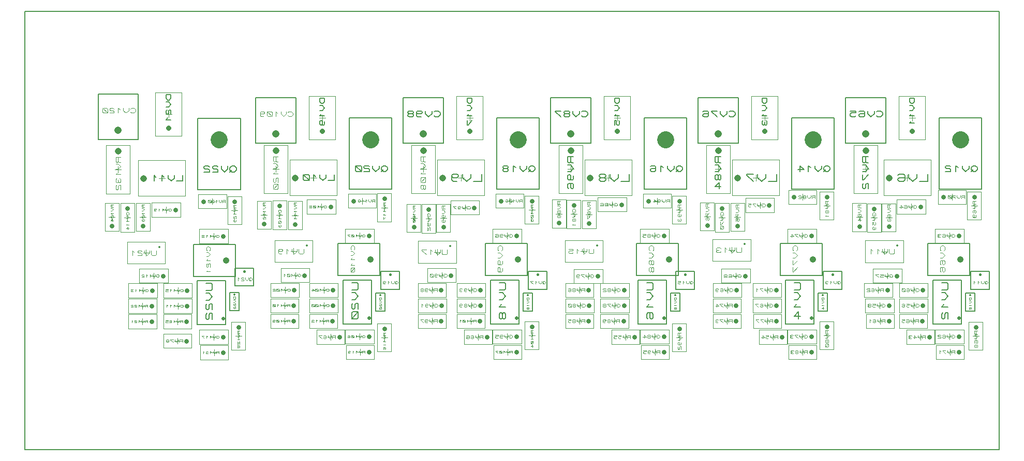
<source format=gbr>
G04 PROTEUS RS274X GERBER FILE*
%FSLAX45Y45*%
%MOMM*%
G01*
%ADD40C,0.203200*%
%ADD107C,0.406400*%
%ADD124C,0.072390*%
%ADD99C,2.794000*%
%ADD114C,0.157050*%
%ADD86C,0.050000*%
%ADD93C,0.843280*%
%ADD125C,0.130000*%
%ADD105C,0.355600*%
%ADD117C,0.057150*%
%ADD87C,1.074420*%
%ADD88C,0.196920*%
%ADD126C,0.148640*%
%ADD95C,1.219200*%
%ADD113C,0.158110*%
%ADD115C,0.126560*%
%ADD109C,0.342900*%
%ADD127C,0.122500*%
%ADD101C,0.571500*%
%ADD116C,0.175890*%
%ADD97C,1.120140*%
%ADD128C,0.125230*%
%ADD11C,1.016000*%
%ADD91C,0.721360*%
%ADD112C,0.082770*%
%ADD44C,0.101600*%
%ADD129C,0.066220*%
%ADD111C,0.080270*%
%ADD90C,0.064220*%
D40*
X-7429500Y-4254500D02*
X+8509000Y-4254500D01*
X+8509000Y+2921000D01*
X-7429500Y+2921000D01*
X-7429500Y-4254500D01*
X+8041640Y-1630680D02*
X+8351520Y-1630680D01*
X+8351520Y-1338580D01*
X+8041640Y-1338580D01*
X+8041640Y-1630680D01*
D107*
X+8196580Y-1389380D02*
X+8196580Y-1389380D01*
D124*
X+8326882Y-1512951D02*
X+8310595Y-1498473D01*
X+8294307Y-1498473D01*
X+8278019Y-1512951D01*
X+8278019Y-1527429D01*
X+8294307Y-1541907D01*
X+8310595Y-1541907D01*
X+8326882Y-1527429D01*
X+8326882Y-1512951D01*
X+8294307Y-1527429D02*
X+8278019Y-1541907D01*
X+8261731Y-1498473D02*
X+8261731Y-1520190D01*
X+8237300Y-1541907D01*
X+8212868Y-1520190D01*
X+8212868Y-1498473D01*
X+8180293Y-1512951D02*
X+8164005Y-1498473D01*
X+8164005Y-1541907D01*
X+8115142Y-1512951D02*
X+8098854Y-1498473D01*
X+8098854Y-1541907D01*
D40*
X+7524750Y+7620D02*
X+8223250Y+7620D01*
X+8223250Y+1174750D01*
X+7524750Y+1174750D01*
X+7524750Y+7620D01*
D99*
X+7874000Y+825500D02*
X+7874000Y+825500D01*
D114*
X+8156702Y+362416D02*
X+8121365Y+393827D01*
X+8086027Y+393827D01*
X+8050689Y+362416D01*
X+8050689Y+331004D01*
X+8086027Y+299593D01*
X+8121365Y+299593D01*
X+8156702Y+331004D01*
X+8156702Y+362416D01*
X+8086027Y+331004D02*
X+8050689Y+299593D01*
X+8015351Y+393827D02*
X+8015351Y+346710D01*
X+7962345Y+299593D01*
X+7909338Y+346710D01*
X+7909338Y+393827D01*
X+7838663Y+362416D02*
X+7803325Y+393827D01*
X+7803325Y+299593D01*
X+7714981Y+378121D02*
X+7697312Y+393827D01*
X+7644305Y+393827D01*
X+7626636Y+378121D01*
X+7626636Y+362416D01*
X+7644305Y+346710D01*
X+7697312Y+346710D01*
X+7714981Y+331004D01*
X+7714981Y+299593D01*
X+7626636Y+299593D01*
D40*
X+5628640Y-1630680D02*
X+5938520Y-1630680D01*
X+5938520Y-1338580D01*
X+5628640Y-1338580D01*
X+5628640Y-1630680D01*
D107*
X+5783580Y-1389380D02*
X+5783580Y-1389380D01*
D124*
X+5913882Y-1512951D02*
X+5897595Y-1498473D01*
X+5881307Y-1498473D01*
X+5865019Y-1512951D01*
X+5865019Y-1527429D01*
X+5881307Y-1541907D01*
X+5897595Y-1541907D01*
X+5913882Y-1527429D01*
X+5913882Y-1512951D01*
X+5881307Y-1527429D02*
X+5865019Y-1541907D01*
X+5848731Y-1498473D02*
X+5848731Y-1520190D01*
X+5824300Y-1541907D01*
X+5799868Y-1520190D01*
X+5799868Y-1498473D01*
X+5767293Y-1512951D02*
X+5751005Y-1498473D01*
X+5751005Y-1541907D01*
X+5710286Y-1505712D02*
X+5702142Y-1498473D01*
X+5677710Y-1498473D01*
X+5669566Y-1505712D01*
X+5669566Y-1512951D01*
X+5677710Y-1520190D01*
X+5669566Y-1527429D01*
X+5669566Y-1534668D01*
X+5677710Y-1541907D01*
X+5702142Y-1541907D01*
X+5710286Y-1534668D01*
X+5693998Y-1520190D02*
X+5677710Y-1520190D01*
D40*
X+5111750Y+7620D02*
X+5810250Y+7620D01*
X+5810250Y+1174750D01*
X+5111750Y+1174750D01*
X+5111750Y+7620D01*
D99*
X+5461000Y+825500D02*
X+5461000Y+825500D01*
D114*
X+5743702Y+362416D02*
X+5708365Y+393827D01*
X+5673027Y+393827D01*
X+5637689Y+362416D01*
X+5637689Y+331004D01*
X+5673027Y+299593D01*
X+5708365Y+299593D01*
X+5743702Y+331004D01*
X+5743702Y+362416D01*
X+5673027Y+331004D02*
X+5637689Y+299593D01*
X+5602351Y+393827D02*
X+5602351Y+346710D01*
X+5549345Y+299593D01*
X+5496338Y+346710D01*
X+5496338Y+393827D01*
X+5425663Y+362416D02*
X+5390325Y+393827D01*
X+5390325Y+299593D01*
X+5213636Y+331004D02*
X+5319649Y+331004D01*
X+5248974Y+393827D01*
X+5248974Y+299593D01*
D40*
X+3215640Y-1630680D02*
X+3525520Y-1630680D01*
X+3525520Y-1338580D01*
X+3215640Y-1338580D01*
X+3215640Y-1630680D01*
D107*
X+3370580Y-1389380D02*
X+3370580Y-1389380D01*
D124*
X+3500882Y-1512951D02*
X+3484595Y-1498473D01*
X+3468307Y-1498473D01*
X+3452019Y-1512951D01*
X+3452019Y-1527429D01*
X+3468307Y-1541907D01*
X+3484595Y-1541907D01*
X+3500882Y-1527429D01*
X+3500882Y-1512951D01*
X+3468307Y-1527429D02*
X+3452019Y-1541907D01*
X+3435731Y-1498473D02*
X+3435731Y-1520190D01*
X+3411300Y-1541907D01*
X+3386868Y-1520190D01*
X+3386868Y-1498473D01*
X+3354293Y-1512951D02*
X+3338005Y-1498473D01*
X+3338005Y-1541907D01*
X+3256566Y-1498473D02*
X+3297286Y-1498473D01*
X+3297286Y-1512951D01*
X+3264710Y-1512951D01*
X+3256566Y-1520190D01*
X+3256566Y-1534668D01*
X+3264710Y-1541907D01*
X+3289142Y-1541907D01*
X+3297286Y-1534668D01*
D40*
X+2698750Y+7620D02*
X+3397250Y+7620D01*
X+3397250Y+1174750D01*
X+2698750Y+1174750D01*
X+2698750Y+7620D01*
D99*
X+3048000Y+825500D02*
X+3048000Y+825500D01*
D114*
X+3330702Y+362416D02*
X+3295365Y+393827D01*
X+3260027Y+393827D01*
X+3224689Y+362416D01*
X+3224689Y+331004D01*
X+3260027Y+299593D01*
X+3295365Y+299593D01*
X+3330702Y+331004D01*
X+3330702Y+362416D01*
X+3260027Y+331004D02*
X+3224689Y+299593D01*
X+3189351Y+393827D02*
X+3189351Y+346710D01*
X+3136345Y+299593D01*
X+3083338Y+346710D01*
X+3083338Y+393827D01*
X+3012663Y+362416D02*
X+2977325Y+393827D01*
X+2977325Y+299593D01*
X+2800636Y+378121D02*
X+2818305Y+393827D01*
X+2871312Y+393827D01*
X+2888981Y+378121D01*
X+2888981Y+315299D01*
X+2871312Y+299593D01*
X+2818305Y+299593D01*
X+2800636Y+315299D01*
X+2800636Y+331004D01*
X+2818305Y+346710D01*
X+2888981Y+346710D01*
D40*
X+802640Y-1630680D02*
X+1112520Y-1630680D01*
X+1112520Y-1338580D01*
X+802640Y-1338580D01*
X+802640Y-1630680D01*
D107*
X+957580Y-1389380D02*
X+957580Y-1389380D01*
D124*
X+1087882Y-1512951D02*
X+1071595Y-1498473D01*
X+1055307Y-1498473D01*
X+1039019Y-1512951D01*
X+1039019Y-1527429D01*
X+1055307Y-1541907D01*
X+1071595Y-1541907D01*
X+1087882Y-1527429D01*
X+1087882Y-1512951D01*
X+1055307Y-1527429D02*
X+1039019Y-1541907D01*
X+1022731Y-1498473D02*
X+1022731Y-1520190D01*
X+998300Y-1541907D01*
X+973868Y-1520190D01*
X+973868Y-1498473D01*
X+941293Y-1512951D02*
X+925005Y-1498473D01*
X+925005Y-1541907D01*
X+884286Y-1498473D02*
X+843566Y-1498473D01*
X+843566Y-1505712D01*
X+884286Y-1541907D01*
D40*
X+285750Y+7620D02*
X+984250Y+7620D01*
X+984250Y+1174750D01*
X+285750Y+1174750D01*
X+285750Y+7620D01*
D99*
X+635000Y+825500D02*
X+635000Y+825500D01*
D114*
X+917702Y+362416D02*
X+882365Y+393827D01*
X+847027Y+393827D01*
X+811689Y+362416D01*
X+811689Y+331004D01*
X+847027Y+299593D01*
X+882365Y+299593D01*
X+917702Y+331004D01*
X+917702Y+362416D01*
X+847027Y+331004D02*
X+811689Y+299593D01*
X+776351Y+393827D02*
X+776351Y+346710D01*
X+723345Y+299593D01*
X+670338Y+346710D01*
X+670338Y+393827D01*
X+599663Y+362416D02*
X+564325Y+393827D01*
X+564325Y+299593D01*
X+458312Y+346710D02*
X+475981Y+362416D01*
X+475981Y+378121D01*
X+458312Y+393827D01*
X+405305Y+393827D01*
X+387636Y+378121D01*
X+387636Y+362416D01*
X+405305Y+346710D01*
X+458312Y+346710D01*
X+475981Y+331004D01*
X+475981Y+315299D01*
X+458312Y+299593D01*
X+405305Y+299593D01*
X+387636Y+315299D01*
X+387636Y+331004D01*
X+405305Y+346710D01*
D40*
X-1610360Y-1630680D02*
X-1300480Y-1630680D01*
X-1300480Y-1338580D01*
X-1610360Y-1338580D01*
X-1610360Y-1630680D01*
D107*
X-1455420Y-1389380D02*
X-1455420Y-1389380D01*
D124*
X-1325118Y-1512951D02*
X-1341405Y-1498473D01*
X-1357693Y-1498473D01*
X-1373981Y-1512951D01*
X-1373981Y-1527429D01*
X-1357693Y-1541907D01*
X-1341405Y-1541907D01*
X-1325118Y-1527429D01*
X-1325118Y-1512951D01*
X-1357693Y-1527429D02*
X-1373981Y-1541907D01*
X-1390269Y-1498473D02*
X-1390269Y-1520190D01*
X-1414700Y-1541907D01*
X-1439132Y-1520190D01*
X-1439132Y-1498473D01*
X-1471707Y-1512951D02*
X-1487995Y-1498473D01*
X-1487995Y-1541907D01*
X-1569434Y-1512951D02*
X-1561290Y-1520190D01*
X-1536858Y-1520190D01*
X-1528714Y-1512951D01*
X-1528714Y-1505712D01*
X-1536858Y-1498473D01*
X-1561290Y-1498473D01*
X-1569434Y-1505712D01*
X-1569434Y-1534668D01*
X-1561290Y-1541907D01*
X-1536858Y-1541907D01*
D40*
X-2127250Y+7620D02*
X-1428750Y+7620D01*
X-1428750Y+1174750D01*
X-2127250Y+1174750D01*
X-2127250Y+7620D01*
D99*
X-1778000Y+825500D02*
X-1778000Y+825500D01*
D114*
X-1495298Y+362416D02*
X-1530635Y+393827D01*
X-1565973Y+393827D01*
X-1601311Y+362416D01*
X-1601311Y+331004D01*
X-1565973Y+299593D01*
X-1530635Y+299593D01*
X-1495298Y+331004D01*
X-1495298Y+362416D01*
X-1565973Y+331004D02*
X-1601311Y+299593D01*
X-1636649Y+393827D02*
X-1636649Y+346710D01*
X-1689655Y+299593D01*
X-1742662Y+346710D01*
X-1742662Y+393827D01*
X-1795668Y+378121D02*
X-1813337Y+393827D01*
X-1866344Y+393827D01*
X-1884013Y+378121D01*
X-1884013Y+362416D01*
X-1866344Y+346710D01*
X-1813337Y+346710D01*
X-1795668Y+331004D01*
X-1795668Y+299593D01*
X-1884013Y+299593D01*
X-1919351Y+315299D02*
X-1919351Y+378121D01*
X-1937019Y+393827D01*
X-2007695Y+393827D01*
X-2025364Y+378121D01*
X-2025364Y+315299D01*
X-2007695Y+299593D01*
X-1937019Y+299593D01*
X-1919351Y+315299D01*
X-1919351Y+299593D02*
X-2025364Y+393827D01*
D86*
X+6871600Y+824620D02*
X+6871600Y+1534620D01*
X+7301600Y+1534620D01*
X+7301600Y+824620D01*
X+6871600Y+824620D01*
X+7136600Y+1179620D02*
X+7036600Y+1179620D01*
X+7086600Y+1229620D02*
X+7086600Y+1129620D01*
D93*
X+7086600Y+954620D02*
X+7086600Y+954620D01*
D125*
X+7125602Y+1500958D02*
X+7047599Y+1500958D01*
X+7047599Y+1442457D01*
X+7073600Y+1413206D01*
X+7099601Y+1413206D01*
X+7125602Y+1442457D01*
X+7125602Y+1500958D01*
X+7047599Y+1383955D02*
X+7086600Y+1383955D01*
X+7125602Y+1340079D01*
X+7086600Y+1296203D01*
X+7047599Y+1296203D01*
X+7073600Y+1237702D02*
X+7047599Y+1208451D01*
X+7125602Y+1208451D01*
X+7073600Y+1120699D02*
X+7047599Y+1091448D01*
X+7125602Y+1091448D01*
D40*
X+7964020Y-1992630D02*
X+8114180Y-1992630D01*
X+8114180Y-1694180D01*
X+7964020Y-1694180D01*
X+7964020Y-1992630D01*
D105*
X+8039100Y-1725930D02*
X+8039100Y-1725930D01*
D117*
X+8056245Y-1765300D02*
X+8021955Y-1765300D01*
X+8021955Y-1791017D01*
X+8033385Y-1803876D01*
X+8044815Y-1803876D01*
X+8056245Y-1791017D01*
X+8056245Y-1765300D01*
X+8021955Y-1816735D02*
X+8039100Y-1816735D01*
X+8056245Y-1836023D01*
X+8039100Y-1855311D01*
X+8021955Y-1855311D01*
X+8033385Y-1881028D02*
X+8021955Y-1893887D01*
X+8056245Y-1893887D01*
X+8027670Y-1926034D02*
X+8021955Y-1932463D01*
X+8021955Y-1951751D01*
X+8027670Y-1958181D01*
X+8033385Y-1958181D01*
X+8039100Y-1951751D01*
X+8039100Y-1932463D01*
X+8044815Y-1926034D01*
X+8056245Y-1926034D01*
X+8056245Y-1958181D01*
D86*
X+4458600Y+824620D02*
X+4458600Y+1534620D01*
X+4888600Y+1534620D01*
X+4888600Y+824620D01*
X+4458600Y+824620D01*
X+4723600Y+1179620D02*
X+4623600Y+1179620D01*
X+4673600Y+1229620D02*
X+4673600Y+1129620D01*
D93*
X+4673600Y+954620D02*
X+4673600Y+954620D01*
D125*
X+4712602Y+1500958D02*
X+4634599Y+1500958D01*
X+4634599Y+1442457D01*
X+4660600Y+1413206D01*
X+4686601Y+1413206D01*
X+4712602Y+1442457D01*
X+4712602Y+1500958D01*
X+4634599Y+1383955D02*
X+4673600Y+1383955D01*
X+4712602Y+1340079D01*
X+4673600Y+1296203D01*
X+4634599Y+1296203D01*
X+4660600Y+1237702D02*
X+4634599Y+1208451D01*
X+4712602Y+1208451D01*
X+4647600Y+1135324D02*
X+4634599Y+1120699D01*
X+4634599Y+1076823D01*
X+4647600Y+1062197D01*
X+4660600Y+1062197D01*
X+4673600Y+1076823D01*
X+4686601Y+1062197D01*
X+4699601Y+1062197D01*
X+4712602Y+1076823D01*
X+4712602Y+1120699D01*
X+4699601Y+1135324D01*
X+4673600Y+1106073D02*
X+4673600Y+1076823D01*
D40*
X+5551020Y-1992630D02*
X+5701180Y-1992630D01*
X+5701180Y-1694180D01*
X+5551020Y-1694180D01*
X+5551020Y-1992630D01*
D105*
X+5626100Y-1725930D02*
X+5626100Y-1725930D01*
D117*
X+5643245Y-1765300D02*
X+5608955Y-1765300D01*
X+5608955Y-1791017D01*
X+5620385Y-1803876D01*
X+5631815Y-1803876D01*
X+5643245Y-1791017D01*
X+5643245Y-1765300D01*
X+5608955Y-1816735D02*
X+5626100Y-1816735D01*
X+5643245Y-1836023D01*
X+5626100Y-1855311D01*
X+5608955Y-1855311D01*
X+5620385Y-1881028D02*
X+5608955Y-1893887D01*
X+5643245Y-1893887D01*
X+5631815Y-1958181D02*
X+5631815Y-1919605D01*
X+5608955Y-1945322D01*
X+5643245Y-1945322D01*
D86*
X+2045600Y+824620D02*
X+2045600Y+1534620D01*
X+2475600Y+1534620D01*
X+2475600Y+824620D01*
X+2045600Y+824620D01*
X+2310600Y+1179620D02*
X+2210600Y+1179620D01*
X+2260600Y+1229620D02*
X+2260600Y+1129620D01*
D93*
X+2260600Y+954620D02*
X+2260600Y+954620D01*
D125*
X+2299602Y+1500958D02*
X+2221599Y+1500958D01*
X+2221599Y+1442457D01*
X+2247600Y+1413206D01*
X+2273601Y+1413206D01*
X+2299602Y+1442457D01*
X+2299602Y+1500958D01*
X+2221599Y+1383955D02*
X+2260600Y+1383955D01*
X+2299602Y+1340079D01*
X+2260600Y+1296203D01*
X+2221599Y+1296203D01*
X+2247600Y+1237702D02*
X+2221599Y+1208451D01*
X+2299602Y+1208451D01*
X+2221599Y+1062197D02*
X+2221599Y+1135324D01*
X+2247600Y+1135324D01*
X+2247600Y+1076823D01*
X+2260600Y+1062197D01*
X+2286601Y+1062197D01*
X+2299602Y+1076823D01*
X+2299602Y+1120699D01*
X+2286601Y+1135324D01*
D40*
X+3138020Y-1992630D02*
X+3288180Y-1992630D01*
X+3288180Y-1694180D01*
X+3138020Y-1694180D01*
X+3138020Y-1992630D01*
D105*
X+3213100Y-1725930D02*
X+3213100Y-1725930D01*
D117*
X+3230245Y-1765300D02*
X+3195955Y-1765300D01*
X+3195955Y-1791017D01*
X+3207385Y-1803876D01*
X+3218815Y-1803876D01*
X+3230245Y-1791017D01*
X+3230245Y-1765300D01*
X+3195955Y-1816735D02*
X+3213100Y-1816735D01*
X+3230245Y-1836023D01*
X+3213100Y-1855311D01*
X+3195955Y-1855311D01*
X+3207385Y-1881028D02*
X+3195955Y-1893887D01*
X+3230245Y-1893887D01*
X+3201670Y-1958181D02*
X+3195955Y-1951751D01*
X+3195955Y-1932463D01*
X+3201670Y-1926034D01*
X+3224530Y-1926034D01*
X+3230245Y-1932463D01*
X+3230245Y-1951751D01*
X+3224530Y-1958181D01*
X+3218815Y-1958181D01*
X+3213100Y-1951751D01*
X+3213100Y-1926034D01*
D86*
X-367400Y+824620D02*
X-367400Y+1534620D01*
X+62600Y+1534620D01*
X+62600Y+824620D01*
X-367400Y+824620D01*
X-102400Y+1179620D02*
X-202400Y+1179620D01*
X-152400Y+1229620D02*
X-152400Y+1129620D01*
D93*
X-152400Y+954620D02*
X-152400Y+954620D01*
D125*
X-113398Y+1500958D02*
X-191401Y+1500958D01*
X-191401Y+1442457D01*
X-165400Y+1413206D01*
X-139399Y+1413206D01*
X-113398Y+1442457D01*
X-113398Y+1500958D01*
X-191401Y+1383955D02*
X-152400Y+1383955D01*
X-113398Y+1340079D01*
X-152400Y+1296203D01*
X-191401Y+1296203D01*
X-165400Y+1237702D02*
X-191401Y+1208451D01*
X-113398Y+1208451D01*
X-191401Y+1135324D02*
X-191401Y+1062197D01*
X-178400Y+1062197D01*
X-113398Y+1135324D01*
D40*
X+725020Y-1992630D02*
X+875180Y-1992630D01*
X+875180Y-1694180D01*
X+725020Y-1694180D01*
X+725020Y-1992630D01*
D105*
X+800100Y-1725930D02*
X+800100Y-1725930D01*
D117*
X+817245Y-1765300D02*
X+782955Y-1765300D01*
X+782955Y-1791017D01*
X+794385Y-1803876D01*
X+805815Y-1803876D01*
X+817245Y-1791017D01*
X+817245Y-1765300D01*
X+782955Y-1816735D02*
X+800100Y-1816735D01*
X+817245Y-1836023D01*
X+800100Y-1855311D01*
X+782955Y-1855311D01*
X+794385Y-1881028D02*
X+782955Y-1893887D01*
X+817245Y-1893887D01*
X+800100Y-1932463D02*
X+794385Y-1926034D01*
X+788670Y-1926034D01*
X+782955Y-1932463D01*
X+782955Y-1951751D01*
X+788670Y-1958181D01*
X+794385Y-1958181D01*
X+800100Y-1951751D01*
X+800100Y-1932463D01*
X+805815Y-1926034D01*
X+811530Y-1926034D01*
X+817245Y-1932463D01*
X+817245Y-1951751D01*
X+811530Y-1958181D01*
X+805815Y-1958181D01*
X+800100Y-1951751D01*
D86*
X-2780400Y+824620D02*
X-2780400Y+1534620D01*
X-2350400Y+1534620D01*
X-2350400Y+824620D01*
X-2780400Y+824620D01*
X-2515400Y+1179620D02*
X-2615400Y+1179620D01*
X-2565400Y+1229620D02*
X-2565400Y+1129620D01*
D93*
X-2565400Y+954620D02*
X-2565400Y+954620D01*
D125*
X-2526398Y+1500958D02*
X-2604401Y+1500958D01*
X-2604401Y+1442457D01*
X-2578400Y+1413206D01*
X-2552399Y+1413206D01*
X-2526398Y+1442457D01*
X-2526398Y+1500958D01*
X-2604401Y+1383955D02*
X-2565400Y+1383955D01*
X-2526398Y+1340079D01*
X-2565400Y+1296203D01*
X-2604401Y+1296203D01*
X-2578400Y+1237702D02*
X-2604401Y+1208451D01*
X-2526398Y+1208451D01*
X-2578400Y+1062197D02*
X-2565400Y+1076823D01*
X-2565400Y+1120699D01*
X-2578400Y+1135324D01*
X-2591400Y+1135324D01*
X-2604401Y+1120699D01*
X-2604401Y+1076823D01*
X-2591400Y+1062197D01*
X-2539399Y+1062197D01*
X-2526398Y+1076823D01*
X-2526398Y+1120699D01*
D40*
X-1687980Y-1992630D02*
X-1537820Y-1992630D01*
X-1537820Y-1694180D01*
X-1687980Y-1694180D01*
X-1687980Y-1992630D01*
D105*
X-1612900Y-1725930D02*
X-1612900Y-1725930D01*
D117*
X-1595755Y-1765300D02*
X-1630045Y-1765300D01*
X-1630045Y-1791017D01*
X-1618615Y-1803876D01*
X-1607185Y-1803876D01*
X-1595755Y-1791017D01*
X-1595755Y-1765300D01*
X-1630045Y-1816735D02*
X-1612900Y-1816735D01*
X-1595755Y-1836023D01*
X-1612900Y-1855311D01*
X-1630045Y-1855311D01*
X-1624330Y-1874599D02*
X-1630045Y-1881028D01*
X-1630045Y-1900316D01*
X-1624330Y-1906746D01*
X-1618615Y-1906746D01*
X-1612900Y-1900316D01*
X-1612900Y-1881028D01*
X-1607185Y-1874599D01*
X-1595755Y-1874599D01*
X-1595755Y-1906746D01*
X-1601470Y-1919605D02*
X-1624330Y-1919605D01*
X-1630045Y-1926034D01*
X-1630045Y-1951751D01*
X-1624330Y-1958181D01*
X-1601470Y-1958181D01*
X-1595755Y-1951751D01*
X-1595755Y-1926034D01*
X-1601470Y-1919605D01*
X-1595755Y-1919605D02*
X-1630045Y-1958181D01*
D86*
X+6620600Y+488120D02*
X+7390600Y+488120D01*
X+7390600Y-91880D01*
X+6620600Y-91880D01*
X+6620600Y+488120D01*
X+7005600Y+148120D02*
X+7005600Y+248120D01*
X+7055600Y+198120D02*
X+6955600Y+198120D01*
D87*
X+6705600Y+198120D02*
X+6705600Y+198120D01*
D88*
X+7342064Y+257199D02*
X+7342064Y+139041D01*
X+7209137Y+139041D01*
X+7164828Y+257199D02*
X+7164828Y+198120D01*
X+7098365Y+139041D01*
X+7031901Y+198120D01*
X+7031901Y+257199D01*
X+6854665Y+237506D02*
X+6876820Y+257199D01*
X+6943283Y+257199D01*
X+6965438Y+237506D01*
X+6965438Y+158734D01*
X+6943283Y+139041D01*
X+6876820Y+139041D01*
X+6854665Y+158734D01*
X+6854665Y+178427D01*
X+6876820Y+198120D01*
X+6965438Y+198120D01*
D86*
X+4144100Y+488120D02*
X+4914100Y+488120D01*
X+4914100Y-91880D01*
X+4144100Y-91880D01*
X+4144100Y+488120D01*
X+4529100Y+148120D02*
X+4529100Y+248120D01*
X+4579100Y+198120D02*
X+4479100Y+198120D01*
D87*
X+4229100Y+198120D02*
X+4229100Y+198120D01*
D88*
X+4865564Y+257199D02*
X+4865564Y+139041D01*
X+4732637Y+139041D01*
X+4688328Y+257199D02*
X+4688328Y+198120D01*
X+4621865Y+139041D01*
X+4555401Y+198120D01*
X+4555401Y+257199D01*
X+4488938Y+257199D02*
X+4378165Y+257199D01*
X+4378165Y+237506D01*
X+4488938Y+139041D01*
D86*
X+1731100Y+488120D02*
X+2501100Y+488120D01*
X+2501100Y-91880D01*
X+1731100Y-91880D01*
X+1731100Y+488120D01*
X+2116100Y+148120D02*
X+2116100Y+248120D01*
X+2166100Y+198120D02*
X+2066100Y+198120D01*
D87*
X+1816100Y+198120D02*
X+1816100Y+198120D01*
D88*
X+2452564Y+257199D02*
X+2452564Y+139041D01*
X+2319637Y+139041D01*
X+2275328Y+257199D02*
X+2275328Y+198120D01*
X+2208865Y+139041D01*
X+2142401Y+198120D01*
X+2142401Y+257199D01*
X+2053783Y+198120D02*
X+2075938Y+217813D01*
X+2075938Y+237506D01*
X+2053783Y+257199D01*
X+1987320Y+257199D01*
X+1965165Y+237506D01*
X+1965165Y+217813D01*
X+1987320Y+198120D01*
X+2053783Y+198120D01*
X+2075938Y+178427D01*
X+2075938Y+158734D01*
X+2053783Y+139041D01*
X+1987320Y+139041D01*
X+1965165Y+158734D01*
X+1965165Y+178427D01*
X+1987320Y+198120D01*
D86*
X-681900Y+488120D02*
X+88100Y+488120D01*
X+88100Y-91880D01*
X-681900Y-91880D01*
X-681900Y+488120D01*
X-296900Y+148120D02*
X-296900Y+248120D01*
X-246900Y+198120D02*
X-346900Y+198120D01*
D87*
X-596900Y+198120D02*
X-596900Y+198120D01*
D88*
X+39564Y+257199D02*
X+39564Y+139041D01*
X-93363Y+139041D01*
X-137672Y+257199D02*
X-137672Y+198120D01*
X-204135Y+139041D01*
X-270599Y+198120D01*
X-270599Y+257199D01*
X-447835Y+217813D02*
X-425680Y+198120D01*
X-359217Y+198120D01*
X-337062Y+217813D01*
X-337062Y+237506D01*
X-359217Y+257199D01*
X-425680Y+257199D01*
X-447835Y+237506D01*
X-447835Y+158734D01*
X-425680Y+139041D01*
X-359217Y+139041D01*
D86*
X-3094900Y+488120D02*
X-2324900Y+488120D01*
X-2324900Y-91880D01*
X-3094900Y-91880D01*
X-3094900Y+488120D01*
X-2709900Y+148120D02*
X-2709900Y+248120D01*
X-2659900Y+198120D02*
X-2759900Y+198120D01*
D87*
X-3009900Y+198120D02*
X-3009900Y+198120D01*
D126*
X-2371738Y+242712D02*
X-2371738Y+153528D01*
X-2472070Y+153528D01*
X-2505514Y+242712D02*
X-2505514Y+198120D01*
X-2555680Y+153528D01*
X-2605846Y+198120D01*
X-2605846Y+242712D01*
X-2672734Y+212984D02*
X-2706178Y+242712D01*
X-2706178Y+153528D01*
X-2773066Y+168392D02*
X-2773066Y+227848D01*
X-2789788Y+242712D01*
X-2856676Y+242712D01*
X-2873398Y+227848D01*
X-2873398Y+168392D01*
X-2856676Y+153528D01*
X-2789788Y+153528D01*
X-2773066Y+168392D01*
X-2773066Y+153528D02*
X-2873398Y+242712D01*
D40*
X+5996940Y+762220D02*
X+6652260Y+762220D01*
X+6652260Y+1511520D01*
X+5996940Y+1511520D01*
X+5996940Y+762220D01*
D95*
X+6324600Y+914620D02*
X+6324600Y+914620D01*
D113*
X+6502479Y+1211927D02*
X+6520267Y+1196116D01*
X+6573631Y+1196116D01*
X+6609206Y+1227739D01*
X+6609206Y+1259362D01*
X+6573631Y+1290985D01*
X+6520267Y+1290985D01*
X+6502479Y+1275173D01*
X+6466903Y+1290985D02*
X+6466903Y+1243550D01*
X+6413540Y+1196116D01*
X+6360176Y+1243550D01*
X+6360176Y+1290985D01*
X+6217873Y+1275173D02*
X+6235661Y+1290985D01*
X+6289025Y+1290985D01*
X+6306813Y+1275173D01*
X+6306813Y+1211927D01*
X+6289025Y+1196116D01*
X+6235661Y+1196116D01*
X+6217873Y+1211927D01*
X+6217873Y+1227739D01*
X+6235661Y+1243550D01*
X+6306813Y+1243550D01*
X+6075570Y+1290985D02*
X+6164510Y+1290985D01*
X+6164510Y+1259362D01*
X+6093358Y+1259362D01*
X+6075570Y+1243550D01*
X+6075570Y+1211927D01*
X+6093358Y+1196116D01*
X+6146722Y+1196116D01*
X+6164510Y+1211927D01*
D40*
X+3583940Y+762220D02*
X+4239260Y+762220D01*
X+4239260Y+1511520D01*
X+3583940Y+1511520D01*
X+3583940Y+762220D01*
D95*
X+3911600Y+914620D02*
X+3911600Y+914620D01*
D113*
X+4089479Y+1211927D02*
X+4107267Y+1196116D01*
X+4160631Y+1196116D01*
X+4196206Y+1227739D01*
X+4196206Y+1259362D01*
X+4160631Y+1290985D01*
X+4107267Y+1290985D01*
X+4089479Y+1275173D01*
X+4053903Y+1290985D02*
X+4053903Y+1243550D01*
X+4000540Y+1196116D01*
X+3947176Y+1243550D01*
X+3947176Y+1290985D01*
X+3893813Y+1290985D02*
X+3804873Y+1290985D01*
X+3804873Y+1275173D01*
X+3893813Y+1196116D01*
X+3662570Y+1275173D02*
X+3680358Y+1290985D01*
X+3733722Y+1290985D01*
X+3751510Y+1275173D01*
X+3751510Y+1211927D01*
X+3733722Y+1196116D01*
X+3680358Y+1196116D01*
X+3662570Y+1211927D01*
X+3662570Y+1227739D01*
X+3680358Y+1243550D01*
X+3751510Y+1243550D01*
D40*
X+1170940Y+762220D02*
X+1826260Y+762220D01*
X+1826260Y+1511520D01*
X+1170940Y+1511520D01*
X+1170940Y+762220D01*
D95*
X+1498600Y+914620D02*
X+1498600Y+914620D01*
D113*
X+1676479Y+1211927D02*
X+1694267Y+1196116D01*
X+1747631Y+1196116D01*
X+1783206Y+1227739D01*
X+1783206Y+1259362D01*
X+1747631Y+1290985D01*
X+1694267Y+1290985D01*
X+1676479Y+1275173D01*
X+1640903Y+1290985D02*
X+1640903Y+1243550D01*
X+1587540Y+1196116D01*
X+1534176Y+1243550D01*
X+1534176Y+1290985D01*
X+1463025Y+1243550D02*
X+1480813Y+1259362D01*
X+1480813Y+1275173D01*
X+1463025Y+1290985D01*
X+1409661Y+1290985D01*
X+1391873Y+1275173D01*
X+1391873Y+1259362D01*
X+1409661Y+1243550D01*
X+1463025Y+1243550D01*
X+1480813Y+1227739D01*
X+1480813Y+1211927D01*
X+1463025Y+1196116D01*
X+1409661Y+1196116D01*
X+1391873Y+1211927D01*
X+1391873Y+1227739D01*
X+1409661Y+1243550D01*
X+1338510Y+1290985D02*
X+1249570Y+1290985D01*
X+1249570Y+1275173D01*
X+1338510Y+1196116D01*
D40*
X-1242060Y+762220D02*
X-586740Y+762220D01*
X-586740Y+1511520D01*
X-1242060Y+1511520D01*
X-1242060Y+762220D01*
D95*
X-914400Y+914620D02*
X-914400Y+914620D01*
D113*
X-736521Y+1211927D02*
X-718733Y+1196116D01*
X-665369Y+1196116D01*
X-629794Y+1227739D01*
X-629794Y+1259362D01*
X-665369Y+1290985D01*
X-718733Y+1290985D01*
X-736521Y+1275173D01*
X-772097Y+1290985D02*
X-772097Y+1243550D01*
X-825460Y+1196116D01*
X-878824Y+1243550D01*
X-878824Y+1290985D01*
X-1021127Y+1259362D02*
X-1003339Y+1243550D01*
X-949975Y+1243550D01*
X-932187Y+1259362D01*
X-932187Y+1275173D01*
X-949975Y+1290985D01*
X-1003339Y+1290985D01*
X-1021127Y+1275173D01*
X-1021127Y+1211927D01*
X-1003339Y+1196116D01*
X-949975Y+1196116D01*
X-1092278Y+1243550D02*
X-1074490Y+1259362D01*
X-1074490Y+1275173D01*
X-1092278Y+1290985D01*
X-1145642Y+1290985D01*
X-1163430Y+1275173D01*
X-1163430Y+1259362D01*
X-1145642Y+1243550D01*
X-1092278Y+1243550D01*
X-1074490Y+1227739D01*
X-1074490Y+1211927D01*
X-1092278Y+1196116D01*
X-1145642Y+1196116D01*
X-1163430Y+1211927D01*
X-1163430Y+1227739D01*
X-1145642Y+1243550D01*
D40*
X-3655060Y+762220D02*
X-2999740Y+762220D01*
X-2999740Y+1511520D01*
X-3655060Y+1511520D01*
X-3655060Y+762220D01*
D95*
X-3327400Y+914620D02*
X-3327400Y+914620D01*
D115*
X-3128063Y+1218237D02*
X-3113824Y+1205580D01*
X-3071109Y+1205580D01*
X-3042633Y+1230893D01*
X-3042633Y+1256206D01*
X-3071109Y+1281519D01*
X-3113824Y+1281519D01*
X-3128063Y+1268862D01*
X-3156540Y+1281519D02*
X-3156540Y+1243550D01*
X-3199255Y+1205580D01*
X-3241970Y+1243550D01*
X-3241970Y+1281519D01*
X-3298923Y+1256206D02*
X-3327400Y+1281519D01*
X-3327400Y+1205580D01*
X-3384354Y+1218237D02*
X-3384354Y+1268862D01*
X-3398592Y+1281519D01*
X-3455545Y+1281519D01*
X-3469784Y+1268862D01*
X-3469784Y+1218237D01*
X-3455545Y+1205580D01*
X-3398592Y+1205580D01*
X-3384354Y+1218237D01*
X-3384354Y+1205580D02*
X-3469784Y+1281519D01*
X-3583691Y+1256206D02*
X-3569452Y+1243550D01*
X-3526737Y+1243550D01*
X-3512499Y+1256206D01*
X-3512499Y+1268862D01*
X-3526737Y+1281519D01*
X-3569452Y+1281519D01*
X-3583691Y+1268862D01*
X-3583691Y+1218237D01*
X-3569452Y+1205580D01*
X-3526737Y+1205580D01*
D86*
X+6940300Y-1191900D02*
X+6320300Y-1191900D01*
X+6320300Y-831900D01*
X+6940300Y-831900D01*
X+6940300Y-1191900D01*
X+6630300Y-961900D02*
X+6630300Y-1061900D01*
X+6580300Y-1011900D02*
X+6680300Y-1011900D01*
D109*
X+6845300Y-914400D02*
X+6845300Y-914400D01*
D127*
X+6793492Y-975148D02*
X+6793492Y-1036402D01*
X+6779710Y-1048653D01*
X+6724582Y-1048653D01*
X+6710800Y-1036402D01*
X+6710800Y-975148D01*
X+6683235Y-975148D02*
X+6683235Y-1011900D01*
X+6641889Y-1048653D01*
X+6600543Y-1011900D01*
X+6600543Y-975148D01*
X+6545414Y-999650D02*
X+6517850Y-975148D01*
X+6517850Y-1048653D01*
X+6435157Y-999650D02*
X+6407593Y-975148D01*
X+6407593Y-1048653D01*
D40*
X+7424420Y-2202180D02*
X+7891780Y-2202180D01*
X+7891780Y-1478280D01*
X+7424420Y-1478280D01*
X+7424420Y-2202180D01*
D101*
X+7848600Y-2100580D02*
X+7848600Y-2100580D01*
D116*
X+7569454Y-1523620D02*
X+7657402Y-1523620D01*
X+7674991Y-1543408D01*
X+7674991Y-1622560D01*
X+7657402Y-1642348D01*
X+7569454Y-1642348D01*
X+7569454Y-1681925D02*
X+7622223Y-1681925D01*
X+7674991Y-1741289D01*
X+7622223Y-1800653D01*
X+7569454Y-1800653D01*
X+7604633Y-1879806D02*
X+7569454Y-1919382D01*
X+7674991Y-1919382D01*
X+7587044Y-2018323D02*
X+7569454Y-2038111D01*
X+7569454Y-2097475D01*
X+7587044Y-2117263D01*
X+7604633Y-2117263D01*
X+7622223Y-2097475D01*
X+7622223Y-2038111D01*
X+7639812Y-2018323D01*
X+7674991Y-2018323D01*
X+7674991Y-2117263D01*
D86*
X+4442950Y-1168350D02*
X+3822950Y-1168350D01*
X+3822950Y-808350D01*
X+4442950Y-808350D01*
X+4442950Y-1168350D01*
X+4132950Y-938350D02*
X+4132950Y-1038350D01*
X+4082950Y-988350D02*
X+4182950Y-988350D01*
D109*
X+4347950Y-890850D02*
X+4347950Y-890850D01*
D127*
X+4296142Y-951598D02*
X+4296142Y-1012852D01*
X+4282360Y-1025103D01*
X+4227232Y-1025103D01*
X+4213450Y-1012852D01*
X+4213450Y-951598D01*
X+4185885Y-951598D02*
X+4185885Y-988350D01*
X+4144539Y-1025103D01*
X+4103193Y-988350D01*
X+4103193Y-951598D01*
X+4048064Y-976100D02*
X+4020500Y-951598D01*
X+4020500Y-1025103D01*
X+3951589Y-963849D02*
X+3937807Y-951598D01*
X+3896461Y-951598D01*
X+3882679Y-963849D01*
X+3882679Y-976100D01*
X+3896461Y-988350D01*
X+3882679Y-1000601D01*
X+3882679Y-1012852D01*
X+3896461Y-1025103D01*
X+3937807Y-1025103D01*
X+3951589Y-1012852D01*
X+3924025Y-988350D02*
X+3896461Y-988350D01*
D40*
X+5011420Y-2202180D02*
X+5478780Y-2202180D01*
X+5478780Y-1478280D01*
X+5011420Y-1478280D01*
X+5011420Y-2202180D01*
D101*
X+5435600Y-2100580D02*
X+5435600Y-2100580D01*
D116*
X+5156454Y-1523620D02*
X+5244402Y-1523620D01*
X+5261991Y-1543408D01*
X+5261991Y-1622560D01*
X+5244402Y-1642348D01*
X+5156454Y-1642348D01*
X+5156454Y-1681925D02*
X+5209223Y-1681925D01*
X+5261991Y-1741289D01*
X+5209223Y-1800653D01*
X+5156454Y-1800653D01*
X+5191633Y-1879806D02*
X+5156454Y-1919382D01*
X+5261991Y-1919382D01*
X+5226812Y-2117263D02*
X+5226812Y-1998535D01*
X+5156454Y-2077687D01*
X+5261991Y-2077687D01*
D86*
X+2023600Y-1187400D02*
X+1403600Y-1187400D01*
X+1403600Y-827400D01*
X+2023600Y-827400D01*
X+2023600Y-1187400D01*
X+1713600Y-957400D02*
X+1713600Y-1057400D01*
X+1663600Y-1007400D02*
X+1763600Y-1007400D01*
D109*
X+1928600Y-909900D02*
X+1928600Y-909900D01*
D127*
X+1876792Y-970648D02*
X+1876792Y-1031902D01*
X+1863010Y-1044153D01*
X+1807882Y-1044153D01*
X+1794100Y-1031902D01*
X+1794100Y-970648D01*
X+1766535Y-970648D02*
X+1766535Y-1007400D01*
X+1725189Y-1044153D01*
X+1683843Y-1007400D01*
X+1683843Y-970648D01*
X+1628714Y-995150D02*
X+1601150Y-970648D01*
X+1601150Y-1044153D01*
X+1463329Y-970648D02*
X+1532239Y-970648D01*
X+1532239Y-995150D01*
X+1477111Y-995150D01*
X+1463329Y-1007400D01*
X+1463329Y-1031902D01*
X+1477111Y-1044153D01*
X+1518457Y-1044153D01*
X+1532239Y-1031902D01*
D40*
X+2598420Y-2202180D02*
X+3065780Y-2202180D01*
X+3065780Y-1478280D01*
X+2598420Y-1478280D01*
X+2598420Y-2202180D01*
D101*
X+3022600Y-2100580D02*
X+3022600Y-2100580D01*
D116*
X+2743454Y-1523620D02*
X+2831402Y-1523620D01*
X+2848991Y-1543408D01*
X+2848991Y-1622560D01*
X+2831402Y-1642348D01*
X+2743454Y-1642348D01*
X+2743454Y-1681925D02*
X+2796223Y-1681925D01*
X+2848991Y-1741289D01*
X+2796223Y-1800653D01*
X+2743454Y-1800653D01*
X+2778633Y-1879806D02*
X+2743454Y-1919382D01*
X+2848991Y-1919382D01*
X+2761044Y-2117263D02*
X+2743454Y-2097475D01*
X+2743454Y-2038111D01*
X+2761044Y-2018323D01*
X+2831402Y-2018323D01*
X+2848991Y-2038111D01*
X+2848991Y-2097475D01*
X+2831402Y-2117263D01*
X+2813812Y-2117263D01*
X+2796223Y-2097475D01*
X+2796223Y-2018323D01*
D86*
X-374900Y-1201600D02*
X-994900Y-1201600D01*
X-994900Y-841600D01*
X-374900Y-841600D01*
X-374900Y-1201600D01*
X-684900Y-971600D02*
X-684900Y-1071600D01*
X-734900Y-1021600D02*
X-634900Y-1021600D01*
D109*
X-469900Y-924100D02*
X-469900Y-924100D01*
D127*
X-521708Y-984848D02*
X-521708Y-1046102D01*
X-535490Y-1058353D01*
X-590618Y-1058353D01*
X-604400Y-1046102D01*
X-604400Y-984848D01*
X-631965Y-984848D02*
X-631965Y-1021600D01*
X-673311Y-1058353D01*
X-714657Y-1021600D01*
X-714657Y-984848D01*
X-769786Y-1009350D02*
X-797350Y-984848D01*
X-797350Y-1058353D01*
X-866261Y-984848D02*
X-935171Y-984848D01*
X-935171Y-997099D01*
X-866261Y-1058353D01*
D40*
X+185420Y-2202180D02*
X+652780Y-2202180D01*
X+652780Y-1478280D01*
X+185420Y-1478280D01*
X+185420Y-2202180D01*
D101*
X+609600Y-2100580D02*
X+609600Y-2100580D01*
D116*
X+330454Y-1523620D02*
X+418402Y-1523620D01*
X+435991Y-1543408D01*
X+435991Y-1622560D01*
X+418402Y-1642348D01*
X+330454Y-1642348D01*
X+330454Y-1681925D02*
X+383223Y-1681925D01*
X+435991Y-1741289D01*
X+383223Y-1800653D01*
X+330454Y-1800653D01*
X+365633Y-1879806D02*
X+330454Y-1919382D01*
X+435991Y-1919382D01*
X+383223Y-2038111D02*
X+365633Y-2018323D01*
X+348044Y-2018323D01*
X+330454Y-2038111D01*
X+330454Y-2097475D01*
X+348044Y-2117263D01*
X+365633Y-2117263D01*
X+383223Y-2097475D01*
X+383223Y-2038111D01*
X+400812Y-2018323D01*
X+418402Y-2018323D01*
X+435991Y-2038111D01*
X+435991Y-2097475D01*
X+418402Y-2117263D01*
X+400812Y-2117263D01*
X+383223Y-2097475D01*
D86*
X-2724400Y-1188900D02*
X-3344400Y-1188900D01*
X-3344400Y-828900D01*
X-2724400Y-828900D01*
X-2724400Y-1188900D01*
X-3034400Y-958900D02*
X-3034400Y-1058900D01*
X-3084400Y-1008900D02*
X-2984400Y-1008900D01*
D109*
X-2819400Y-911400D02*
X-2819400Y-911400D01*
D127*
X-2871208Y-972148D02*
X-2871208Y-1033402D01*
X-2884990Y-1045653D01*
X-2940118Y-1045653D01*
X-2953900Y-1033402D01*
X-2953900Y-972148D01*
X-2981465Y-972148D02*
X-2981465Y-1008900D01*
X-3022811Y-1045653D01*
X-3064157Y-1008900D01*
X-3064157Y-972148D01*
X-3119286Y-996650D02*
X-3146850Y-972148D01*
X-3146850Y-1045653D01*
X-3284671Y-996650D02*
X-3270889Y-1008900D01*
X-3229543Y-1008900D01*
X-3215761Y-996650D01*
X-3215761Y-984399D01*
X-3229543Y-972148D01*
X-3270889Y-972148D01*
X-3284671Y-984399D01*
X-3284671Y-1033402D01*
X-3270889Y-1045653D01*
X-3229543Y-1045653D01*
D40*
X-2227580Y-2202180D02*
X-1760220Y-2202180D01*
X-1760220Y-1478280D01*
X-2227580Y-1478280D01*
X-2227580Y-2202180D01*
D101*
X-1803400Y-2100580D02*
X-1803400Y-2100580D01*
D116*
X-2082546Y-1523620D02*
X-1994598Y-1523620D01*
X-1977009Y-1543408D01*
X-1977009Y-1622560D01*
X-1994598Y-1642348D01*
X-2082546Y-1642348D01*
X-2082546Y-1681925D02*
X-2029777Y-1681925D01*
X-1977009Y-1741289D01*
X-2029777Y-1800653D01*
X-2082546Y-1800653D01*
X-2064956Y-1860018D02*
X-2082546Y-1879806D01*
X-2082546Y-1939170D01*
X-2064956Y-1958958D01*
X-2047367Y-1958958D01*
X-2029777Y-1939170D01*
X-2029777Y-1879806D01*
X-2012188Y-1860018D01*
X-1977009Y-1860018D01*
X-1977009Y-1958958D01*
X-1994598Y-1998535D02*
X-2064956Y-1998535D01*
X-2082546Y-2018323D01*
X-2082546Y-2097475D01*
X-2064956Y-2117263D01*
X-1994598Y-2117263D01*
X-1977009Y-2097475D01*
X-1977009Y-2018323D01*
X-1994598Y-1998535D01*
X-1977009Y-1998535D02*
X-2082546Y-2117263D01*
D86*
X-3132400Y+732620D02*
X-3132400Y-57380D01*
X-3522400Y-57380D01*
X-3522400Y+732620D01*
X-3132400Y+732620D01*
X-3377400Y+337620D02*
X-3277400Y+337620D01*
X-3327400Y+287620D02*
X-3327400Y+387620D01*
D97*
X-3327400Y+642620D02*
X-3327400Y+642620D01*
D128*
X-3289829Y+545142D02*
X-3364970Y+545142D01*
X-3364970Y+474699D01*
X-3352446Y+460610D01*
X-3339923Y+460610D01*
X-3327400Y+474699D01*
X-3327400Y+545142D01*
X-3327400Y+474699D02*
X-3314876Y+460610D01*
X-3289829Y+460610D01*
X-3364970Y+432432D02*
X-3327400Y+432432D01*
X-3289829Y+390166D01*
X-3327400Y+347900D01*
X-3364970Y+347900D01*
X-3339923Y+291545D02*
X-3364970Y+263367D01*
X-3289829Y+263367D01*
X-3352446Y+192924D02*
X-3364970Y+178835D01*
X-3364970Y+136569D01*
X-3352446Y+122480D01*
X-3339923Y+122480D01*
X-3327400Y+136569D01*
X-3327400Y+178835D01*
X-3314876Y+192924D01*
X-3289829Y+192924D01*
X-3289829Y+122480D01*
X-3302353Y+94302D02*
X-3352446Y+94302D01*
X-3364970Y+80214D01*
X-3364970Y+23859D01*
X-3352446Y+9770D01*
X-3302353Y+9770D01*
X-3289829Y+23859D01*
X-3289829Y+80214D01*
X-3302353Y+94302D01*
X-3289829Y+94302D02*
X-3364970Y+9770D01*
D86*
X+6519600Y+732620D02*
X+6519600Y-57380D01*
X+6129600Y-57380D01*
X+6129600Y+732620D01*
X+6519600Y+732620D01*
X+6274600Y+337620D02*
X+6374600Y+337620D01*
X+6324600Y+287620D02*
X+6324600Y+387620D01*
D97*
X+6324600Y+642620D02*
X+6324600Y+642620D01*
D114*
X+6371563Y+545143D02*
X+6277637Y+545143D01*
X+6277637Y+457088D01*
X+6293291Y+439477D01*
X+6308946Y+439477D01*
X+6324600Y+457088D01*
X+6324600Y+545143D01*
X+6324600Y+457088D02*
X+6340254Y+439477D01*
X+6371563Y+439477D01*
X+6277637Y+404255D02*
X+6324600Y+404255D01*
X+6371563Y+351422D01*
X+6324600Y+298589D01*
X+6277637Y+298589D01*
X+6277637Y+245756D02*
X+6277637Y+157701D01*
X+6293291Y+157701D01*
X+6371563Y+245756D01*
X+6293291Y+104868D02*
X+6277637Y+87257D01*
X+6277637Y+34424D01*
X+6293291Y+16813D01*
X+6308946Y+16813D01*
X+6324600Y+34424D01*
X+6324600Y+87257D01*
X+6340254Y+104868D01*
X+6371563Y+104868D01*
X+6371563Y+16813D01*
D86*
X+1693600Y+732620D02*
X+1693600Y-57380D01*
X+1303600Y-57380D01*
X+1303600Y+732620D01*
X+1693600Y+732620D01*
X+1448600Y+337620D02*
X+1548600Y+337620D01*
X+1498600Y+287620D02*
X+1498600Y+387620D01*
D97*
X+1498600Y+642620D02*
X+1498600Y+642620D01*
D114*
X+1545563Y+545143D02*
X+1451637Y+545143D01*
X+1451637Y+457088D01*
X+1467291Y+439477D01*
X+1482946Y+439477D01*
X+1498600Y+457088D01*
X+1498600Y+545143D01*
X+1498600Y+457088D02*
X+1514254Y+439477D01*
X+1545563Y+439477D01*
X+1451637Y+404255D02*
X+1498600Y+404255D01*
X+1545563Y+351422D01*
X+1498600Y+298589D01*
X+1451637Y+298589D01*
X+1482946Y+157701D02*
X+1498600Y+175312D01*
X+1498600Y+228145D01*
X+1482946Y+245756D01*
X+1467291Y+245756D01*
X+1451637Y+228145D01*
X+1451637Y+175312D01*
X+1467291Y+157701D01*
X+1529909Y+157701D01*
X+1545563Y+175312D01*
X+1545563Y+228145D01*
X+1467291Y+16813D02*
X+1451637Y+34424D01*
X+1451637Y+87257D01*
X+1467291Y+104868D01*
X+1529909Y+104868D01*
X+1545563Y+87257D01*
X+1545563Y+34424D01*
X+1529909Y+16813D01*
X+1514254Y+16813D01*
X+1498600Y+34424D01*
X+1498600Y+104868D01*
D86*
X+4106600Y+732620D02*
X+4106600Y-57380D01*
X+3716600Y-57380D01*
X+3716600Y+732620D01*
X+4106600Y+732620D01*
X+3861600Y+337620D02*
X+3961600Y+337620D01*
X+3911600Y+287620D02*
X+3911600Y+387620D01*
D97*
X+3911600Y+642620D02*
X+3911600Y+642620D01*
D114*
X+3958563Y+545143D02*
X+3864637Y+545143D01*
X+3864637Y+457088D01*
X+3880291Y+439477D01*
X+3895946Y+439477D01*
X+3911600Y+457088D01*
X+3911600Y+545143D01*
X+3911600Y+457088D02*
X+3927254Y+439477D01*
X+3958563Y+439477D01*
X+3864637Y+404255D02*
X+3911600Y+404255D01*
X+3958563Y+351422D01*
X+3911600Y+298589D01*
X+3864637Y+298589D01*
X+3911600Y+228145D02*
X+3895946Y+245756D01*
X+3880291Y+245756D01*
X+3864637Y+228145D01*
X+3864637Y+175312D01*
X+3880291Y+157701D01*
X+3895946Y+157701D01*
X+3911600Y+175312D01*
X+3911600Y+228145D01*
X+3927254Y+245756D01*
X+3942909Y+245756D01*
X+3958563Y+228145D01*
X+3958563Y+175312D01*
X+3942909Y+157701D01*
X+3927254Y+157701D01*
X+3911600Y+175312D01*
X+3927254Y+16813D02*
X+3927254Y+122479D01*
X+3864637Y+52035D01*
X+3958563Y+52035D01*
D86*
X-719400Y+732620D02*
X-719400Y-57380D01*
X-1109400Y-57380D01*
X-1109400Y+732620D01*
X-719400Y+732620D01*
X-964400Y+337620D02*
X-864400Y+337620D01*
X-914400Y+287620D02*
X-914400Y+387620D01*
D97*
X-914400Y+642620D02*
X-914400Y+642620D01*
D128*
X-876829Y+545142D02*
X-951970Y+545142D01*
X-951970Y+474699D01*
X-939446Y+460610D01*
X-926923Y+460610D01*
X-914400Y+474699D01*
X-914400Y+545142D01*
X-914400Y+474699D02*
X-901876Y+460610D01*
X-876829Y+460610D01*
X-951970Y+432432D02*
X-914400Y+432432D01*
X-876829Y+390166D01*
X-914400Y+347900D01*
X-951970Y+347900D01*
X-926923Y+291545D02*
X-951970Y+263367D01*
X-876829Y+263367D01*
X-889353Y+207012D02*
X-939446Y+207012D01*
X-951970Y+192924D01*
X-951970Y+136569D01*
X-939446Y+122480D01*
X-889353Y+122480D01*
X-876829Y+136569D01*
X-876829Y+192924D01*
X-889353Y+207012D01*
X-876829Y+207012D02*
X-951970Y+122480D01*
X-914400Y+66125D02*
X-926923Y+80214D01*
X-939446Y+80214D01*
X-951970Y+66125D01*
X-951970Y+23859D01*
X-939446Y+9770D01*
X-926923Y+9770D01*
X-914400Y+23859D01*
X-914400Y+66125D01*
X-901876Y+80214D01*
X-889353Y+80214D01*
X-876829Y+66125D01*
X-876829Y+23859D01*
X-889353Y+9770D01*
X-901876Y+9770D01*
X-914400Y+23859D01*
D40*
X+7340600Y-1407160D02*
X+8026400Y-1407160D01*
X+8026400Y-878840D01*
X+7340600Y-878840D01*
X+7340600Y-1407160D01*
D11*
X+7874000Y-1143000D02*
X+7874000Y-1143000D01*
D115*
X+7607300Y-1000125D02*
X+7620000Y-985837D01*
X+7620000Y-942975D01*
X+7594600Y-914400D01*
X+7569200Y-914400D01*
X+7543800Y-942975D01*
X+7543800Y-985837D01*
X+7556500Y-1000125D01*
X+7543800Y-1028700D02*
X+7581900Y-1028700D01*
X+7620000Y-1071562D01*
X+7581900Y-1114425D01*
X+7543800Y-1114425D01*
X+7556500Y-1228725D02*
X+7543800Y-1214437D01*
X+7543800Y-1171575D01*
X+7556500Y-1157287D01*
X+7607300Y-1157287D01*
X+7620000Y-1171575D01*
X+7620000Y-1214437D01*
X+7607300Y-1228725D01*
X+7594600Y-1228725D01*
X+7581900Y-1214437D01*
X+7581900Y-1157287D01*
X+7556500Y-1343025D02*
X+7543800Y-1328737D01*
X+7543800Y-1285875D01*
X+7556500Y-1271587D01*
X+7607300Y-1271587D01*
X+7620000Y-1285875D01*
X+7620000Y-1328737D01*
X+7607300Y-1343025D01*
X+7594600Y-1343025D01*
X+7581900Y-1328737D01*
X+7581900Y-1271587D01*
D86*
X+7933600Y-869380D02*
X+7463600Y-869380D01*
X+7463600Y-639380D01*
X+7933600Y-639380D01*
X+7933600Y-869380D01*
X+7698600Y-704380D02*
X+7698600Y-804380D01*
X+7648600Y-754380D02*
X+7748600Y-754380D01*
D91*
X+7848600Y-754380D02*
X+7848600Y-754380D01*
D112*
X+7729941Y-770936D02*
X+7739254Y-779214D01*
X+7767191Y-779214D01*
X+7785816Y-762658D01*
X+7785816Y-746103D01*
X+7767191Y-729547D01*
X+7739254Y-729547D01*
X+7729941Y-737825D01*
X+7711316Y-729547D02*
X+7711316Y-754380D01*
X+7683379Y-779214D01*
X+7655441Y-754380D01*
X+7655441Y-729547D01*
X+7580941Y-737825D02*
X+7590254Y-729547D01*
X+7618191Y-729547D01*
X+7627504Y-737825D01*
X+7627504Y-770936D01*
X+7618191Y-779214D01*
X+7590254Y-779214D01*
X+7580941Y-770936D01*
X+7580941Y-762658D01*
X+7590254Y-754380D01*
X+7627504Y-754380D01*
X+7553004Y-737825D02*
X+7543691Y-729547D01*
X+7515754Y-729547D01*
X+7506441Y-737825D01*
X+7506441Y-746103D01*
X+7515754Y-754380D01*
X+7506441Y-762658D01*
X+7506441Y-770936D01*
X+7515754Y-779214D01*
X+7543691Y-779214D01*
X+7553004Y-770936D01*
X+7534379Y-754380D02*
X+7515754Y-754380D01*
D40*
X+4927600Y-1407160D02*
X+5613400Y-1407160D01*
X+5613400Y-878840D01*
X+4927600Y-878840D01*
X+4927600Y-1407160D01*
D11*
X+5461000Y-1143000D02*
X+5461000Y-1143000D01*
D115*
X+5194300Y-1000125D02*
X+5207000Y-985837D01*
X+5207000Y-942975D01*
X+5181600Y-914400D01*
X+5156200Y-914400D01*
X+5130800Y-942975D01*
X+5130800Y-985837D01*
X+5143500Y-1000125D01*
X+5130800Y-1028700D02*
X+5168900Y-1028700D01*
X+5207000Y-1071562D01*
X+5168900Y-1114425D01*
X+5130800Y-1114425D01*
X+5130800Y-1157287D02*
X+5130800Y-1228725D01*
X+5143500Y-1228725D01*
X+5207000Y-1157287D01*
X+5130800Y-1271587D02*
X+5130800Y-1343025D01*
X+5143500Y-1343025D01*
X+5207000Y-1271587D01*
D86*
X+5520600Y-869380D02*
X+5050600Y-869380D01*
X+5050600Y-639380D01*
X+5520600Y-639380D01*
X+5520600Y-869380D01*
X+5285600Y-704380D02*
X+5285600Y-804380D01*
X+5235600Y-754380D02*
X+5335600Y-754380D01*
D91*
X+5435600Y-754380D02*
X+5435600Y-754380D01*
D112*
X+5316941Y-770936D02*
X+5326254Y-779214D01*
X+5354191Y-779214D01*
X+5372816Y-762658D01*
X+5372816Y-746103D01*
X+5354191Y-729547D01*
X+5326254Y-729547D01*
X+5316941Y-737825D01*
X+5298316Y-729547D02*
X+5298316Y-754380D01*
X+5270379Y-779214D01*
X+5242441Y-754380D01*
X+5242441Y-729547D01*
X+5214504Y-729547D02*
X+5167941Y-729547D01*
X+5167941Y-737825D01*
X+5214504Y-779214D01*
X+5093441Y-762658D02*
X+5149316Y-762658D01*
X+5112066Y-729547D01*
X+5112066Y-779214D01*
D40*
X+2578100Y-1407160D02*
X+3263900Y-1407160D01*
X+3263900Y-878840D01*
X+2578100Y-878840D01*
X+2578100Y-1407160D01*
D11*
X+3111500Y-1143000D02*
X+3111500Y-1143000D01*
D115*
X+2844800Y-1000125D02*
X+2857500Y-985837D01*
X+2857500Y-942975D01*
X+2832100Y-914400D01*
X+2806700Y-914400D01*
X+2781300Y-942975D01*
X+2781300Y-985837D01*
X+2794000Y-1000125D01*
X+2781300Y-1028700D02*
X+2819400Y-1028700D01*
X+2857500Y-1071562D01*
X+2819400Y-1114425D01*
X+2781300Y-1114425D01*
X+2819400Y-1171575D02*
X+2806700Y-1157287D01*
X+2794000Y-1157287D01*
X+2781300Y-1171575D01*
X+2781300Y-1214437D01*
X+2794000Y-1228725D01*
X+2806700Y-1228725D01*
X+2819400Y-1214437D01*
X+2819400Y-1171575D01*
X+2832100Y-1157287D01*
X+2844800Y-1157287D01*
X+2857500Y-1171575D01*
X+2857500Y-1214437D01*
X+2844800Y-1228725D01*
X+2832100Y-1228725D01*
X+2819400Y-1214437D01*
X+2819400Y-1285875D02*
X+2806700Y-1271587D01*
X+2794000Y-1271587D01*
X+2781300Y-1285875D01*
X+2781300Y-1328737D01*
X+2794000Y-1343025D01*
X+2806700Y-1343025D01*
X+2819400Y-1328737D01*
X+2819400Y-1285875D01*
X+2832100Y-1271587D01*
X+2844800Y-1271587D01*
X+2857500Y-1285875D01*
X+2857500Y-1328737D01*
X+2844800Y-1343025D01*
X+2832100Y-1343025D01*
X+2819400Y-1328737D01*
D86*
X+3107600Y-869380D02*
X+2637600Y-869380D01*
X+2637600Y-639380D01*
X+3107600Y-639380D01*
X+3107600Y-869380D01*
X+2872600Y-704380D02*
X+2872600Y-804380D01*
X+2822600Y-754380D02*
X+2922600Y-754380D01*
D91*
X+3022600Y-754380D02*
X+3022600Y-754380D01*
D112*
X+2903941Y-770936D02*
X+2913254Y-779214D01*
X+2941191Y-779214D01*
X+2959816Y-762658D01*
X+2959816Y-746103D01*
X+2941191Y-729547D01*
X+2913254Y-729547D01*
X+2903941Y-737825D01*
X+2885316Y-729547D02*
X+2885316Y-754380D01*
X+2857379Y-779214D01*
X+2829441Y-754380D01*
X+2829441Y-729547D01*
X+2792191Y-754380D02*
X+2801504Y-746103D01*
X+2801504Y-737825D01*
X+2792191Y-729547D01*
X+2764254Y-729547D01*
X+2754941Y-737825D01*
X+2754941Y-746103D01*
X+2764254Y-754380D01*
X+2792191Y-754380D01*
X+2801504Y-762658D01*
X+2801504Y-770936D01*
X+2792191Y-779214D01*
X+2764254Y-779214D01*
X+2754941Y-770936D01*
X+2754941Y-762658D01*
X+2764254Y-754380D01*
X+2680441Y-729547D02*
X+2727004Y-729547D01*
X+2727004Y-746103D01*
X+2689754Y-746103D01*
X+2680441Y-754380D01*
X+2680441Y-770936D01*
X+2689754Y-779214D01*
X+2717691Y-779214D01*
X+2727004Y-770936D01*
D40*
X+101600Y-1407160D02*
X+787400Y-1407160D01*
X+787400Y-878840D01*
X+101600Y-878840D01*
X+101600Y-1407160D01*
D11*
X+635000Y-1143000D02*
X+635000Y-1143000D01*
D115*
X+368300Y-1000125D02*
X+381000Y-985837D01*
X+381000Y-942975D01*
X+355600Y-914400D01*
X+330200Y-914400D01*
X+304800Y-942975D01*
X+304800Y-985837D01*
X+317500Y-1000125D01*
X+304800Y-1028700D02*
X+342900Y-1028700D01*
X+381000Y-1071562D01*
X+342900Y-1114425D01*
X+304800Y-1114425D01*
X+330200Y-1228725D02*
X+342900Y-1214437D01*
X+342900Y-1171575D01*
X+330200Y-1157287D01*
X+317500Y-1157287D01*
X+304800Y-1171575D01*
X+304800Y-1214437D01*
X+317500Y-1228725D01*
X+368300Y-1228725D01*
X+381000Y-1214437D01*
X+381000Y-1171575D01*
X+330200Y-1343025D02*
X+342900Y-1328737D01*
X+342900Y-1285875D01*
X+330200Y-1271587D01*
X+317500Y-1271587D01*
X+304800Y-1285875D01*
X+304800Y-1328737D01*
X+317500Y-1343025D01*
X+368300Y-1343025D01*
X+381000Y-1328737D01*
X+381000Y-1285875D01*
D86*
X+694600Y-869380D02*
X+224600Y-869380D01*
X+224600Y-639380D01*
X+694600Y-639380D01*
X+694600Y-869380D01*
X+459600Y-704380D02*
X+459600Y-804380D01*
X+409600Y-754380D02*
X+509600Y-754380D01*
D91*
X+609600Y-754380D02*
X+609600Y-754380D01*
D112*
X+490941Y-770936D02*
X+500254Y-779214D01*
X+528191Y-779214D01*
X+546816Y-762658D01*
X+546816Y-746103D01*
X+528191Y-729547D01*
X+500254Y-729547D01*
X+490941Y-737825D01*
X+472316Y-729547D02*
X+472316Y-754380D01*
X+444379Y-779214D01*
X+416441Y-754380D01*
X+416441Y-729547D01*
X+341941Y-746103D02*
X+351254Y-754380D01*
X+379191Y-754380D01*
X+388504Y-746103D01*
X+388504Y-737825D01*
X+379191Y-729547D01*
X+351254Y-729547D01*
X+341941Y-737825D01*
X+341941Y-770936D01*
X+351254Y-779214D01*
X+379191Y-779214D01*
X+267441Y-737825D02*
X+276754Y-729547D01*
X+304691Y-729547D01*
X+314004Y-737825D01*
X+314004Y-770936D01*
X+304691Y-779214D01*
X+276754Y-779214D01*
X+267441Y-770936D01*
X+267441Y-762658D01*
X+276754Y-754380D01*
X+314004Y-754380D01*
D40*
X-2311400Y-1407160D02*
X-1625600Y-1407160D01*
X-1625600Y-878840D01*
X-2311400Y-878840D01*
X-2311400Y-1407160D01*
D11*
X-1778000Y-1143000D02*
X-1778000Y-1143000D01*
D44*
X-2049780Y-982980D02*
X-2039620Y-971550D01*
X-2039620Y-937260D01*
X-2059940Y-914400D01*
X-2080260Y-914400D01*
X-2100580Y-937260D01*
X-2100580Y-971550D01*
X-2090420Y-982980D01*
X-2100580Y-1005840D02*
X-2070100Y-1005840D01*
X-2039620Y-1040130D01*
X-2070100Y-1074420D01*
X-2100580Y-1074420D01*
X-2080260Y-1120140D02*
X-2100580Y-1143000D01*
X-2039620Y-1143000D01*
X-2080260Y-1211580D02*
X-2100580Y-1234440D01*
X-2039620Y-1234440D01*
X-2049780Y-1280160D02*
X-2090420Y-1280160D01*
X-2100580Y-1291590D01*
X-2100580Y-1337310D01*
X-2090420Y-1348740D01*
X-2049780Y-1348740D01*
X-2039620Y-1337310D01*
X-2039620Y-1291590D01*
X-2049780Y-1280160D01*
X-2039620Y-1280160D02*
X-2100580Y-1348740D01*
D86*
X-1718400Y-869380D02*
X-2188400Y-869380D01*
X-2188400Y-639380D01*
X-1718400Y-639380D01*
X-1718400Y-869380D01*
X-1953400Y-704380D02*
X-1953400Y-804380D01*
X-2003400Y-754380D02*
X-1903400Y-754380D01*
D91*
X-1803400Y-754380D02*
X-1803400Y-754380D01*
D129*
X-1910886Y-767625D02*
X-1903436Y-774247D01*
X-1881086Y-774247D01*
X-1866187Y-761003D01*
X-1866187Y-747758D01*
X-1881086Y-734514D01*
X-1903436Y-734514D01*
X-1910886Y-741136D01*
X-1925786Y-734514D02*
X-1925786Y-754380D01*
X-1948135Y-774247D01*
X-1970485Y-754380D01*
X-1970485Y-734514D01*
X-2000284Y-747758D02*
X-2015184Y-734514D01*
X-2015184Y-774247D01*
X-2044984Y-767625D02*
X-2044984Y-741136D01*
X-2052433Y-734514D01*
X-2082233Y-734514D01*
X-2089683Y-741136D01*
X-2089683Y-767625D01*
X-2082233Y-774247D01*
X-2052433Y-774247D01*
X-2044984Y-767625D01*
X-2044984Y-774247D02*
X-2089683Y-734514D01*
X-2112032Y-734514D02*
X-2149282Y-734514D01*
X-2149282Y-741136D01*
X-2112032Y-774247D01*
D86*
X+6790600Y-2266380D02*
X+6330600Y-2266380D01*
X+6330600Y-2036380D01*
X+6790600Y-2036380D01*
X+6790600Y-2266380D01*
X+6560600Y-2101380D02*
X+6560600Y-2201380D01*
X+6510600Y-2151380D02*
X+6610600Y-2151380D01*
D91*
X+6705600Y-2151380D02*
X+6705600Y-2151380D01*
D111*
X+6643316Y-2175464D02*
X+6643316Y-2127297D01*
X+6598160Y-2127297D01*
X+6589129Y-2135325D01*
X+6589129Y-2143353D01*
X+6598160Y-2151380D01*
X+6643316Y-2151380D01*
X+6598160Y-2151380D02*
X+6589129Y-2159408D01*
X+6589129Y-2175464D01*
X+6571066Y-2127297D02*
X+6571066Y-2151380D01*
X+6543973Y-2175464D01*
X+6516879Y-2151380D01*
X+6516879Y-2127297D01*
X+6444629Y-2135325D02*
X+6453660Y-2127297D01*
X+6480754Y-2127297D01*
X+6489785Y-2135325D01*
X+6489785Y-2167436D01*
X+6480754Y-2175464D01*
X+6453660Y-2175464D01*
X+6444629Y-2167436D01*
X+6444629Y-2159408D01*
X+6453660Y-2151380D01*
X+6489785Y-2151380D01*
X+6408504Y-2143353D02*
X+6390441Y-2127297D01*
X+6390441Y-2175464D01*
D86*
X+6763100Y-1758380D02*
X+6303100Y-1758380D01*
X+6303100Y-1528380D01*
X+6763100Y-1528380D01*
X+6763100Y-1758380D01*
X+6533100Y-1593380D02*
X+6533100Y-1693380D01*
X+6483100Y-1643380D02*
X+6583100Y-1643380D01*
D91*
X+6678100Y-1643380D02*
X+6678100Y-1643380D01*
D111*
X+6615816Y-1667464D02*
X+6615816Y-1619297D01*
X+6570660Y-1619297D01*
X+6561629Y-1627325D01*
X+6561629Y-1635353D01*
X+6570660Y-1643380D01*
X+6615816Y-1643380D01*
X+6570660Y-1643380D02*
X+6561629Y-1651408D01*
X+6561629Y-1667464D01*
X+6543566Y-1619297D02*
X+6543566Y-1643380D01*
X+6516473Y-1667464D01*
X+6489379Y-1643380D01*
X+6489379Y-1619297D01*
X+6417129Y-1627325D02*
X+6426160Y-1619297D01*
X+6453254Y-1619297D01*
X+6462285Y-1627325D01*
X+6462285Y-1659436D01*
X+6453254Y-1667464D01*
X+6426160Y-1667464D01*
X+6417129Y-1659436D01*
X+6417129Y-1651408D01*
X+6426160Y-1643380D01*
X+6462285Y-1643380D01*
X+6390035Y-1627325D02*
X+6381004Y-1619297D01*
X+6353910Y-1619297D01*
X+6344879Y-1627325D01*
X+6344879Y-1635353D01*
X+6353910Y-1643380D01*
X+6381004Y-1643380D01*
X+6390035Y-1651408D01*
X+6390035Y-1667464D01*
X+6344879Y-1667464D01*
D86*
X+6590600Y-684880D02*
X+6590600Y-224880D01*
X+6820600Y-224880D01*
X+6820600Y-684880D01*
X+6590600Y-684880D01*
X+6755600Y-454880D02*
X+6655600Y-454880D01*
X+6705600Y-404880D02*
X+6705600Y-504880D01*
D91*
X+6705600Y-599880D02*
X+6705600Y-599880D01*
D111*
X+6729684Y-248596D02*
X+6681517Y-248596D01*
X+6681517Y-293752D01*
X+6689545Y-302783D01*
X+6697573Y-302783D01*
X+6705600Y-293752D01*
X+6705600Y-248596D01*
X+6705600Y-293752D02*
X+6713628Y-302783D01*
X+6729684Y-302783D01*
X+6681517Y-320846D02*
X+6705600Y-320846D01*
X+6729684Y-347939D01*
X+6705600Y-375033D01*
X+6681517Y-375033D01*
X+6689545Y-447283D02*
X+6681517Y-438252D01*
X+6681517Y-411158D01*
X+6689545Y-402127D01*
X+6721656Y-402127D01*
X+6729684Y-411158D01*
X+6729684Y-438252D01*
X+6721656Y-447283D01*
X+6713628Y-447283D01*
X+6705600Y-438252D01*
X+6705600Y-402127D01*
X+6689545Y-474377D02*
X+6681517Y-483408D01*
X+6681517Y-510502D01*
X+6689545Y-519533D01*
X+6697573Y-519533D01*
X+6705600Y-510502D01*
X+6713628Y-519533D01*
X+6721656Y-519533D01*
X+6729684Y-510502D01*
X+6729684Y-483408D01*
X+6721656Y-474377D01*
X+6705600Y-492439D02*
X+6705600Y-510502D01*
D86*
X+6108000Y-681900D02*
X+6108000Y-221900D01*
X+6338000Y-221900D01*
X+6338000Y-681900D01*
X+6108000Y-681900D01*
X+6273000Y-451900D02*
X+6173000Y-451900D01*
X+6223000Y-401900D02*
X+6223000Y-501900D01*
D91*
X+6223000Y-596900D02*
X+6223000Y-596900D01*
D111*
X+6247084Y-245616D02*
X+6198917Y-245616D01*
X+6198917Y-290772D01*
X+6206945Y-299803D01*
X+6214973Y-299803D01*
X+6223000Y-290772D01*
X+6223000Y-245616D01*
X+6223000Y-290772D02*
X+6231028Y-299803D01*
X+6247084Y-299803D01*
X+6198917Y-317866D02*
X+6223000Y-317866D01*
X+6247084Y-344959D01*
X+6223000Y-372053D01*
X+6198917Y-372053D01*
X+6206945Y-444303D02*
X+6198917Y-435272D01*
X+6198917Y-408178D01*
X+6206945Y-399147D01*
X+6239056Y-399147D01*
X+6247084Y-408178D01*
X+6247084Y-435272D01*
X+6239056Y-444303D01*
X+6231028Y-444303D01*
X+6223000Y-435272D01*
X+6223000Y-399147D01*
X+6231028Y-516553D02*
X+6231028Y-462366D01*
X+6198917Y-498491D01*
X+6247084Y-498491D01*
D86*
X+7334600Y-2266380D02*
X+6874600Y-2266380D01*
X+6874600Y-2036380D01*
X+7334600Y-2036380D01*
X+7334600Y-2266380D01*
X+7104600Y-2101380D02*
X+7104600Y-2201380D01*
X+7054600Y-2151380D02*
X+7154600Y-2151380D01*
D91*
X+7249600Y-2151380D02*
X+7249600Y-2151380D01*
D111*
X+7187316Y-2175464D02*
X+7187316Y-2127297D01*
X+7142160Y-2127297D01*
X+7133129Y-2135325D01*
X+7133129Y-2143353D01*
X+7142160Y-2151380D01*
X+7187316Y-2151380D01*
X+7142160Y-2151380D02*
X+7133129Y-2159408D01*
X+7133129Y-2175464D01*
X+7115066Y-2127297D02*
X+7115066Y-2151380D01*
X+7087973Y-2175464D01*
X+7060879Y-2151380D01*
X+7060879Y-2127297D01*
X+6988629Y-2135325D02*
X+6997660Y-2127297D01*
X+7024754Y-2127297D01*
X+7033785Y-2135325D01*
X+7033785Y-2167436D01*
X+7024754Y-2175464D01*
X+6997660Y-2175464D01*
X+6988629Y-2167436D01*
X+6988629Y-2159408D01*
X+6997660Y-2151380D01*
X+7033785Y-2151380D01*
X+6916379Y-2127297D02*
X+6961535Y-2127297D01*
X+6961535Y-2143353D01*
X+6925410Y-2143353D01*
X+6916379Y-2151380D01*
X+6916379Y-2167436D01*
X+6925410Y-2175464D01*
X+6952504Y-2175464D01*
X+6961535Y-2167436D01*
D86*
X+8243000Y-2165000D02*
X+8243000Y-2625000D01*
X+8013000Y-2625000D01*
X+8013000Y-2165000D01*
X+8243000Y-2165000D01*
X+8078000Y-2395000D02*
X+8178000Y-2395000D01*
X+8128000Y-2445000D02*
X+8128000Y-2345000D01*
D91*
X+8128000Y-2250000D02*
X+8128000Y-2250000D01*
D111*
X+8152084Y-2312284D02*
X+8103917Y-2312284D01*
X+8103917Y-2357440D01*
X+8111945Y-2366471D01*
X+8119973Y-2366471D01*
X+8128000Y-2357440D01*
X+8128000Y-2312284D01*
X+8128000Y-2357440D02*
X+8136028Y-2366471D01*
X+8152084Y-2366471D01*
X+8103917Y-2384534D02*
X+8128000Y-2384534D01*
X+8152084Y-2411627D01*
X+8128000Y-2438721D01*
X+8103917Y-2438721D01*
X+8111945Y-2510971D02*
X+8103917Y-2501940D01*
X+8103917Y-2474846D01*
X+8111945Y-2465815D01*
X+8144056Y-2465815D01*
X+8152084Y-2474846D01*
X+8152084Y-2501940D01*
X+8144056Y-2510971D01*
X+8136028Y-2510971D01*
X+8128000Y-2501940D01*
X+8128000Y-2465815D01*
X+8128000Y-2547096D02*
X+8119973Y-2538065D01*
X+8111945Y-2538065D01*
X+8103917Y-2547096D01*
X+8103917Y-2574190D01*
X+8111945Y-2583221D01*
X+8119973Y-2583221D01*
X+8128000Y-2574190D01*
X+8128000Y-2547096D01*
X+8136028Y-2538065D01*
X+8144056Y-2538065D01*
X+8152084Y-2547096D01*
X+8152084Y-2574190D01*
X+8144056Y-2583221D01*
X+8136028Y-2583221D01*
X+8128000Y-2574190D01*
D86*
X+7933600Y-2520380D02*
X+7463600Y-2520380D01*
X+7463600Y-2290380D01*
X+7933600Y-2290380D01*
X+7933600Y-2520380D01*
X+7698600Y-2355380D02*
X+7698600Y-2455380D01*
X+7648600Y-2405380D02*
X+7748600Y-2405380D01*
D91*
X+7848600Y-2405380D02*
X+7848600Y-2405380D01*
D112*
X+7729941Y-2421936D02*
X+7739254Y-2430214D01*
X+7767191Y-2430214D01*
X+7785816Y-2413658D01*
X+7785816Y-2397103D01*
X+7767191Y-2380547D01*
X+7739254Y-2380547D01*
X+7729941Y-2388825D01*
X+7711316Y-2380547D02*
X+7711316Y-2405380D01*
X+7683379Y-2430214D01*
X+7655441Y-2405380D01*
X+7655441Y-2380547D01*
X+7580941Y-2388825D02*
X+7590254Y-2380547D01*
X+7618191Y-2380547D01*
X+7627504Y-2388825D01*
X+7627504Y-2421936D01*
X+7618191Y-2430214D01*
X+7590254Y-2430214D01*
X+7580941Y-2421936D01*
X+7580941Y-2413658D01*
X+7590254Y-2405380D01*
X+7627504Y-2405380D01*
X+7553004Y-2388825D02*
X+7543691Y-2380547D01*
X+7515754Y-2380547D01*
X+7506441Y-2388825D01*
X+7506441Y-2397103D01*
X+7515754Y-2405380D01*
X+7543691Y-2405380D01*
X+7553004Y-2413658D01*
X+7553004Y-2430214D01*
X+7506441Y-2430214D01*
D86*
X+7306500Y-394400D02*
X+6836500Y-394400D01*
X+6836500Y-164400D01*
X+7306500Y-164400D01*
X+7306500Y-394400D01*
X+7071500Y-229400D02*
X+7071500Y-329400D01*
X+7021500Y-279400D02*
X+7121500Y-279400D01*
D91*
X+7221500Y-279400D02*
X+7221500Y-279400D01*
D112*
X+7102841Y-295956D02*
X+7112154Y-304234D01*
X+7140091Y-304234D01*
X+7158716Y-287678D01*
X+7158716Y-271123D01*
X+7140091Y-254567D01*
X+7112154Y-254567D01*
X+7102841Y-262845D01*
X+7084216Y-254567D02*
X+7084216Y-279400D01*
X+7056279Y-304234D01*
X+7028341Y-279400D01*
X+7028341Y-254567D01*
X+6953841Y-262845D02*
X+6963154Y-254567D01*
X+6991091Y-254567D01*
X+7000404Y-262845D01*
X+7000404Y-295956D01*
X+6991091Y-304234D01*
X+6963154Y-304234D01*
X+6953841Y-295956D01*
X+6953841Y-287678D01*
X+6963154Y-279400D01*
X+7000404Y-279400D01*
X+6879341Y-287678D02*
X+6935216Y-287678D01*
X+6897966Y-254567D01*
X+6897966Y-304234D01*
D86*
X+8217600Y-34380D02*
X+8217600Y-494380D01*
X+7987600Y-494380D01*
X+7987600Y-34380D01*
X+8217600Y-34380D01*
X+8052600Y-264380D02*
X+8152600Y-264380D01*
X+8102600Y-314380D02*
X+8102600Y-214380D01*
D91*
X+8102600Y-119380D02*
X+8102600Y-119380D01*
D111*
X+8126684Y-181664D02*
X+8078517Y-181664D01*
X+8078517Y-226820D01*
X+8086545Y-235851D01*
X+8094573Y-235851D01*
X+8102600Y-226820D01*
X+8102600Y-181664D01*
X+8102600Y-226820D02*
X+8110628Y-235851D01*
X+8126684Y-235851D01*
X+8078517Y-253914D02*
X+8102600Y-253914D01*
X+8126684Y-281007D01*
X+8102600Y-308101D01*
X+8078517Y-308101D01*
X+8086545Y-380351D02*
X+8078517Y-371320D01*
X+8078517Y-344226D01*
X+8086545Y-335195D01*
X+8118656Y-335195D01*
X+8126684Y-344226D01*
X+8126684Y-371320D01*
X+8118656Y-380351D01*
X+8110628Y-380351D01*
X+8102600Y-371320D01*
X+8102600Y-335195D01*
X+8094573Y-452601D02*
X+8102600Y-443570D01*
X+8102600Y-416476D01*
X+8094573Y-407445D01*
X+8086545Y-407445D01*
X+8078517Y-416476D01*
X+8078517Y-443570D01*
X+8086545Y-452601D01*
X+8118656Y-452601D01*
X+8126684Y-443570D01*
X+8126684Y-416476D01*
D86*
X+7509600Y-4380D02*
X+7969600Y-4380D01*
X+7969600Y-234380D01*
X+7509600Y-234380D01*
X+7509600Y-4380D01*
X+7739600Y-169380D02*
X+7739600Y-69380D01*
X+7789600Y-119380D02*
X+7689600Y-119380D01*
D91*
X+7594600Y-119380D02*
X+7594600Y-119380D01*
D111*
X+7945884Y-143464D02*
X+7945884Y-95297D01*
X+7900728Y-95297D01*
X+7891697Y-103325D01*
X+7891697Y-111353D01*
X+7900728Y-119380D01*
X+7945884Y-119380D01*
X+7900728Y-119380D02*
X+7891697Y-127408D01*
X+7891697Y-143464D01*
X+7873634Y-95297D02*
X+7873634Y-119380D01*
X+7846541Y-143464D01*
X+7819447Y-119380D01*
X+7819447Y-95297D01*
X+7792353Y-95297D02*
X+7747197Y-95297D01*
X+7747197Y-103325D01*
X+7792353Y-143464D01*
X+7729134Y-135436D02*
X+7729134Y-103325D01*
X+7720103Y-95297D01*
X+7683978Y-95297D01*
X+7674947Y-103325D01*
X+7674947Y-135436D01*
X+7683978Y-143464D01*
X+7720103Y-143464D01*
X+7729134Y-135436D01*
X+7729134Y-143464D02*
X+7674947Y-95297D01*
D86*
X+7933600Y-2774380D02*
X+7473600Y-2774380D01*
X+7473600Y-2544380D01*
X+7933600Y-2544380D01*
X+7933600Y-2774380D01*
X+7703600Y-2609380D02*
X+7703600Y-2709380D01*
X+7653600Y-2659380D02*
X+7753600Y-2659380D01*
D91*
X+7848600Y-2659380D02*
X+7848600Y-2659380D01*
D111*
X+7786316Y-2683464D02*
X+7786316Y-2635297D01*
X+7741160Y-2635297D01*
X+7732129Y-2643325D01*
X+7732129Y-2651353D01*
X+7741160Y-2659380D01*
X+7786316Y-2659380D01*
X+7741160Y-2659380D02*
X+7732129Y-2667408D01*
X+7732129Y-2683464D01*
X+7714066Y-2635297D02*
X+7714066Y-2659380D01*
X+7686973Y-2683464D01*
X+7659879Y-2659380D01*
X+7659879Y-2635297D01*
X+7632785Y-2635297D02*
X+7587629Y-2635297D01*
X+7587629Y-2643325D01*
X+7632785Y-2683464D01*
X+7551504Y-2651353D02*
X+7533441Y-2635297D01*
X+7533441Y-2683464D01*
D86*
X+6579300Y-224880D02*
X+6579300Y-694880D01*
X+6349300Y-694880D01*
X+6349300Y-224880D01*
X+6579300Y-224880D01*
X+6414300Y-459880D02*
X+6514300Y-459880D01*
X+6464300Y-509880D02*
X+6464300Y-409880D01*
D91*
X+6464300Y-309880D02*
X+6464300Y-309880D01*
D112*
X+6480856Y-428539D02*
X+6489134Y-419226D01*
X+6489134Y-391289D01*
X+6472578Y-372664D01*
X+6456023Y-372664D01*
X+6439467Y-391289D01*
X+6439467Y-419226D01*
X+6447745Y-428539D01*
X+6439467Y-447164D02*
X+6464300Y-447164D01*
X+6489134Y-475101D01*
X+6464300Y-503039D01*
X+6439467Y-503039D01*
X+6439467Y-577539D02*
X+6439467Y-530976D01*
X+6456023Y-530976D01*
X+6456023Y-568226D01*
X+6464300Y-577539D01*
X+6480856Y-577539D01*
X+6489134Y-568226D01*
X+6489134Y-540289D01*
X+6480856Y-530976D01*
X+6456023Y-652039D02*
X+6464300Y-642726D01*
X+6464300Y-614789D01*
X+6456023Y-605476D01*
X+6447745Y-605476D01*
X+6439467Y-614789D01*
X+6439467Y-642726D01*
X+6447745Y-652039D01*
X+6480856Y-652039D01*
X+6489134Y-642726D01*
X+6489134Y-614789D01*
D86*
X+6917600Y-1524700D02*
X+6447600Y-1524700D01*
X+6447600Y-1294700D01*
X+6917600Y-1294700D01*
X+6917600Y-1524700D01*
X+6682600Y-1359700D02*
X+6682600Y-1459700D01*
X+6632600Y-1409700D02*
X+6732600Y-1409700D01*
D91*
X+6832600Y-1409700D02*
X+6832600Y-1409700D01*
D112*
X+6713941Y-1426256D02*
X+6723254Y-1434534D01*
X+6751191Y-1434534D01*
X+6769816Y-1417978D01*
X+6769816Y-1401423D01*
X+6751191Y-1384867D01*
X+6723254Y-1384867D01*
X+6713941Y-1393145D01*
X+6695316Y-1384867D02*
X+6695316Y-1409700D01*
X+6667379Y-1434534D01*
X+6639441Y-1409700D01*
X+6639441Y-1384867D01*
X+6564941Y-1384867D02*
X+6611504Y-1384867D01*
X+6611504Y-1401423D01*
X+6574254Y-1401423D01*
X+6564941Y-1409700D01*
X+6564941Y-1426256D01*
X+6574254Y-1434534D01*
X+6602191Y-1434534D01*
X+6611504Y-1426256D01*
X+6537004Y-1384867D02*
X+6490441Y-1384867D01*
X+6490441Y-1393145D01*
X+6537004Y-1434534D01*
D86*
X+7344600Y-1758380D02*
X+6874600Y-1758380D01*
X+6874600Y-1528380D01*
X+7344600Y-1528380D01*
X+7344600Y-1758380D01*
X+7109600Y-1593380D02*
X+7109600Y-1693380D01*
X+7059600Y-1643380D02*
X+7159600Y-1643380D01*
D91*
X+7259600Y-1643380D02*
X+7259600Y-1643380D01*
D112*
X+7140941Y-1659936D02*
X+7150254Y-1668214D01*
X+7178191Y-1668214D01*
X+7196816Y-1651658D01*
X+7196816Y-1635103D01*
X+7178191Y-1618547D01*
X+7150254Y-1618547D01*
X+7140941Y-1626825D01*
X+7122316Y-1618547D02*
X+7122316Y-1643380D01*
X+7094379Y-1668214D01*
X+7066441Y-1643380D01*
X+7066441Y-1618547D01*
X+6991941Y-1626825D02*
X+7001254Y-1618547D01*
X+7029191Y-1618547D01*
X+7038504Y-1626825D01*
X+7038504Y-1659936D01*
X+7029191Y-1668214D01*
X+7001254Y-1668214D01*
X+6991941Y-1659936D01*
X+6991941Y-1651658D01*
X+7001254Y-1643380D01*
X+7038504Y-1643380D01*
X+6973316Y-1659936D02*
X+6973316Y-1626825D01*
X+6964004Y-1618547D01*
X+6926754Y-1618547D01*
X+6917441Y-1626825D01*
X+6917441Y-1659936D01*
X+6926754Y-1668214D01*
X+6964004Y-1668214D01*
X+6973316Y-1659936D01*
X+6973316Y-1668214D02*
X+6917441Y-1618547D01*
D86*
X+7344600Y-2012380D02*
X+6874600Y-2012380D01*
X+6874600Y-1782380D01*
X+7344600Y-1782380D01*
X+7344600Y-2012380D01*
X+7109600Y-1847380D02*
X+7109600Y-1947380D01*
X+7059600Y-1897380D02*
X+7159600Y-1897380D01*
D91*
X+7259600Y-1897380D02*
X+7259600Y-1897380D01*
D112*
X+7140941Y-1913936D02*
X+7150254Y-1922214D01*
X+7178191Y-1922214D01*
X+7196816Y-1905658D01*
X+7196816Y-1889103D01*
X+7178191Y-1872547D01*
X+7150254Y-1872547D01*
X+7140941Y-1880825D01*
X+7122316Y-1872547D02*
X+7122316Y-1897380D01*
X+7094379Y-1922214D01*
X+7066441Y-1897380D01*
X+7066441Y-1872547D01*
X+6991941Y-1872547D02*
X+7038504Y-1872547D01*
X+7038504Y-1889103D01*
X+7001254Y-1889103D01*
X+6991941Y-1897380D01*
X+6991941Y-1913936D01*
X+7001254Y-1922214D01*
X+7029191Y-1922214D01*
X+7038504Y-1913936D01*
X+6917441Y-1880825D02*
X+6926754Y-1872547D01*
X+6954691Y-1872547D01*
X+6964004Y-1880825D01*
X+6964004Y-1913936D01*
X+6954691Y-1922214D01*
X+6926754Y-1922214D01*
X+6917441Y-1913936D01*
X+6917441Y-1905658D01*
X+6926754Y-1897380D01*
X+6964004Y-1897380D01*
D86*
X+6790600Y-2012380D02*
X+6320600Y-2012380D01*
X+6320600Y-1782380D01*
X+6790600Y-1782380D01*
X+6790600Y-2012380D01*
X+6555600Y-1847380D02*
X+6555600Y-1947380D01*
X+6505600Y-1897380D02*
X+6605600Y-1897380D01*
D91*
X+6705600Y-1897380D02*
X+6705600Y-1897380D01*
D112*
X+6586941Y-1913936D02*
X+6596254Y-1922214D01*
X+6624191Y-1922214D01*
X+6642816Y-1905658D01*
X+6642816Y-1889103D01*
X+6624191Y-1872547D01*
X+6596254Y-1872547D01*
X+6586941Y-1880825D01*
X+6568316Y-1872547D02*
X+6568316Y-1897380D01*
X+6540379Y-1922214D01*
X+6512441Y-1897380D01*
X+6512441Y-1872547D01*
X+6437941Y-1872547D02*
X+6484504Y-1872547D01*
X+6484504Y-1889103D01*
X+6447254Y-1889103D01*
X+6437941Y-1897380D01*
X+6437941Y-1913936D01*
X+6447254Y-1922214D01*
X+6475191Y-1922214D01*
X+6484504Y-1913936D01*
X+6400691Y-1897380D02*
X+6410004Y-1889103D01*
X+6410004Y-1880825D01*
X+6400691Y-1872547D01*
X+6372754Y-1872547D01*
X+6363441Y-1880825D01*
X+6363441Y-1889103D01*
X+6372754Y-1897380D01*
X+6400691Y-1897380D01*
X+6410004Y-1905658D01*
X+6410004Y-1913936D01*
X+6400691Y-1922214D01*
X+6372754Y-1922214D01*
X+6363441Y-1913936D01*
X+6363441Y-1905658D01*
X+6372754Y-1897380D01*
D86*
X+4949100Y-2012380D02*
X+4479100Y-2012380D01*
X+4479100Y-1782380D01*
X+4949100Y-1782380D01*
X+4949100Y-2012380D01*
X+4714100Y-1847380D02*
X+4714100Y-1947380D01*
X+4664100Y-1897380D02*
X+4764100Y-1897380D01*
D91*
X+4864100Y-1897380D02*
X+4864100Y-1897380D01*
D112*
X+4745441Y-1913936D02*
X+4754754Y-1922214D01*
X+4782691Y-1922214D01*
X+4801316Y-1905658D01*
X+4801316Y-1889103D01*
X+4782691Y-1872547D01*
X+4754754Y-1872547D01*
X+4745441Y-1880825D01*
X+4726816Y-1872547D02*
X+4726816Y-1897380D01*
X+4698879Y-1922214D01*
X+4670941Y-1897380D01*
X+4670941Y-1872547D01*
X+4596441Y-1880825D02*
X+4605754Y-1872547D01*
X+4633691Y-1872547D01*
X+4643004Y-1880825D01*
X+4643004Y-1913936D01*
X+4633691Y-1922214D01*
X+4605754Y-1922214D01*
X+4596441Y-1913936D01*
X+4596441Y-1905658D01*
X+4605754Y-1897380D01*
X+4643004Y-1897380D01*
X+4568504Y-1872547D02*
X+4521941Y-1872547D01*
X+4521941Y-1880825D01*
X+4568504Y-1922214D01*
D86*
X+4436300Y-1524700D02*
X+3966300Y-1524700D01*
X+3966300Y-1294700D01*
X+4436300Y-1294700D01*
X+4436300Y-1524700D01*
X+4201300Y-1359700D02*
X+4201300Y-1459700D01*
X+4151300Y-1409700D02*
X+4251300Y-1409700D01*
D91*
X+4351300Y-1409700D02*
X+4351300Y-1409700D01*
D112*
X+4232641Y-1426256D02*
X+4241954Y-1434534D01*
X+4269891Y-1434534D01*
X+4288516Y-1417978D01*
X+4288516Y-1401423D01*
X+4269891Y-1384867D01*
X+4241954Y-1384867D01*
X+4232641Y-1393145D01*
X+4214016Y-1384867D02*
X+4214016Y-1409700D01*
X+4186079Y-1434534D01*
X+4158141Y-1409700D01*
X+4158141Y-1384867D01*
X+4083641Y-1393145D02*
X+4092954Y-1384867D01*
X+4120891Y-1384867D01*
X+4130204Y-1393145D01*
X+4130204Y-1426256D01*
X+4120891Y-1434534D01*
X+4092954Y-1434534D01*
X+4083641Y-1426256D01*
X+4083641Y-1417978D01*
X+4092954Y-1409700D01*
X+4130204Y-1409700D01*
X+4046391Y-1409700D02*
X+4055704Y-1401423D01*
X+4055704Y-1393145D01*
X+4046391Y-1384867D01*
X+4018454Y-1384867D01*
X+4009141Y-1393145D01*
X+4009141Y-1401423D01*
X+4018454Y-1409700D01*
X+4046391Y-1409700D01*
X+4055704Y-1417978D01*
X+4055704Y-1426256D01*
X+4046391Y-1434534D01*
X+4018454Y-1434534D01*
X+4009141Y-1426256D01*
X+4009141Y-1417978D01*
X+4018454Y-1409700D01*
D86*
X+4296600Y-1758380D02*
X+3826600Y-1758380D01*
X+3826600Y-1528380D01*
X+4296600Y-1528380D01*
X+4296600Y-1758380D01*
X+4061600Y-1593380D02*
X+4061600Y-1693380D01*
X+4011600Y-1643380D02*
X+4111600Y-1643380D01*
D91*
X+4211600Y-1643380D02*
X+4211600Y-1643380D01*
D112*
X+4092941Y-1659936D02*
X+4102254Y-1668214D01*
X+4130191Y-1668214D01*
X+4148816Y-1651658D01*
X+4148816Y-1635103D01*
X+4130191Y-1618547D01*
X+4102254Y-1618547D01*
X+4092941Y-1626825D01*
X+4074316Y-1618547D02*
X+4074316Y-1643380D01*
X+4046379Y-1668214D01*
X+4018441Y-1643380D01*
X+4018441Y-1618547D01*
X+3943941Y-1626825D02*
X+3953254Y-1618547D01*
X+3981191Y-1618547D01*
X+3990504Y-1626825D01*
X+3990504Y-1659936D01*
X+3981191Y-1668214D01*
X+3953254Y-1668214D01*
X+3943941Y-1659936D01*
X+3943941Y-1651658D01*
X+3953254Y-1643380D01*
X+3990504Y-1643380D01*
X+3869441Y-1635103D02*
X+3878754Y-1643380D01*
X+3906691Y-1643380D01*
X+3916004Y-1635103D01*
X+3916004Y-1626825D01*
X+3906691Y-1618547D01*
X+3878754Y-1618547D01*
X+3869441Y-1626825D01*
X+3869441Y-1659936D01*
X+3878754Y-1668214D01*
X+3906691Y-1668214D01*
D86*
X+4090100Y-219800D02*
X+4090100Y-689800D01*
X+3860100Y-689800D01*
X+3860100Y-219800D01*
X+4090100Y-219800D01*
X+3925100Y-454800D02*
X+4025100Y-454800D01*
X+3975100Y-504800D02*
X+3975100Y-404800D01*
D91*
X+3975100Y-304800D02*
X+3975100Y-304800D01*
D112*
X+3991656Y-423459D02*
X+3999934Y-414146D01*
X+3999934Y-386209D01*
X+3983378Y-367584D01*
X+3966823Y-367584D01*
X+3950267Y-386209D01*
X+3950267Y-414146D01*
X+3958545Y-423459D01*
X+3950267Y-442084D02*
X+3975100Y-442084D01*
X+3999934Y-470021D01*
X+3975100Y-497959D01*
X+3950267Y-497959D01*
X+3950267Y-525896D02*
X+3950267Y-572459D01*
X+3958545Y-572459D01*
X+3999934Y-525896D01*
X+3991656Y-591084D02*
X+3958545Y-591084D01*
X+3950267Y-600396D01*
X+3950267Y-637646D01*
X+3958545Y-646959D01*
X+3991656Y-646959D01*
X+3999934Y-637646D01*
X+3999934Y-600396D01*
X+3991656Y-591084D01*
X+3999934Y-591084D02*
X+3950267Y-646959D01*
D86*
X+4949100Y-1758380D02*
X+4479100Y-1758380D01*
X+4479100Y-1528380D01*
X+4949100Y-1528380D01*
X+4949100Y-1758380D01*
X+4714100Y-1593380D02*
X+4714100Y-1693380D01*
X+4664100Y-1643380D02*
X+4764100Y-1643380D01*
D91*
X+4864100Y-1643380D02*
X+4864100Y-1643380D01*
D112*
X+4745441Y-1659936D02*
X+4754754Y-1668214D01*
X+4782691Y-1668214D01*
X+4801316Y-1651658D01*
X+4801316Y-1635103D01*
X+4782691Y-1618547D01*
X+4754754Y-1618547D01*
X+4745441Y-1626825D01*
X+4726816Y-1618547D02*
X+4726816Y-1643380D01*
X+4698879Y-1668214D01*
X+4670941Y-1643380D01*
X+4670941Y-1618547D01*
X+4643004Y-1618547D02*
X+4596441Y-1618547D01*
X+4596441Y-1626825D01*
X+4643004Y-1668214D01*
X+4559191Y-1635103D02*
X+4540566Y-1618547D01*
X+4540566Y-1668214D01*
D86*
X+5520600Y-2520380D02*
X+5050600Y-2520380D01*
X+5050600Y-2290380D01*
X+5520600Y-2290380D01*
X+5520600Y-2520380D01*
X+5285600Y-2355380D02*
X+5285600Y-2455380D01*
X+5235600Y-2405380D02*
X+5335600Y-2405380D01*
D91*
X+5435600Y-2405380D02*
X+5435600Y-2405380D01*
D112*
X+5316941Y-2421936D02*
X+5326254Y-2430214D01*
X+5354191Y-2430214D01*
X+5372816Y-2413658D01*
X+5372816Y-2397103D01*
X+5354191Y-2380547D01*
X+5326254Y-2380547D01*
X+5316941Y-2388825D01*
X+5298316Y-2380547D02*
X+5298316Y-2405380D01*
X+5270379Y-2430214D01*
X+5242441Y-2405380D01*
X+5242441Y-2380547D01*
X+5214504Y-2380547D02*
X+5167941Y-2380547D01*
X+5167941Y-2388825D01*
X+5214504Y-2430214D01*
X+5140004Y-2388825D02*
X+5130691Y-2380547D01*
X+5102754Y-2380547D01*
X+5093441Y-2388825D01*
X+5093441Y-2397103D01*
X+5102754Y-2405380D01*
X+5093441Y-2413658D01*
X+5093441Y-2421936D01*
X+5102754Y-2430214D01*
X+5130691Y-2430214D01*
X+5140004Y-2421936D01*
X+5121379Y-2405380D02*
X+5102754Y-2405380D01*
D86*
X+5520600Y-2774380D02*
X+5060600Y-2774380D01*
X+5060600Y-2544380D01*
X+5520600Y-2544380D01*
X+5520600Y-2774380D01*
X+5290600Y-2609380D02*
X+5290600Y-2709380D01*
X+5240600Y-2659380D02*
X+5340600Y-2659380D01*
D91*
X+5435600Y-2659380D02*
X+5435600Y-2659380D01*
D111*
X+5373316Y-2683464D02*
X+5373316Y-2635297D01*
X+5328160Y-2635297D01*
X+5319129Y-2643325D01*
X+5319129Y-2651353D01*
X+5328160Y-2659380D01*
X+5373316Y-2659380D01*
X+5328160Y-2659380D02*
X+5319129Y-2667408D01*
X+5319129Y-2683464D01*
X+5301066Y-2635297D02*
X+5301066Y-2659380D01*
X+5273973Y-2683464D01*
X+5246879Y-2659380D01*
X+5246879Y-2635297D01*
X+5210754Y-2659380D02*
X+5219785Y-2651353D01*
X+5219785Y-2643325D01*
X+5210754Y-2635297D01*
X+5183660Y-2635297D01*
X+5174629Y-2643325D01*
X+5174629Y-2651353D01*
X+5183660Y-2659380D01*
X+5210754Y-2659380D01*
X+5219785Y-2667408D01*
X+5219785Y-2675436D01*
X+5210754Y-2683464D01*
X+5183660Y-2683464D01*
X+5174629Y-2675436D01*
X+5174629Y-2667408D01*
X+5183660Y-2659380D01*
X+5147535Y-2643325D02*
X+5138504Y-2635297D01*
X+5111410Y-2635297D01*
X+5102379Y-2643325D01*
X+5102379Y-2651353D01*
X+5111410Y-2659380D01*
X+5102379Y-2667408D01*
X+5102379Y-2675436D01*
X+5111410Y-2683464D01*
X+5138504Y-2683464D01*
X+5147535Y-2675436D01*
X+5129473Y-2659380D02*
X+5111410Y-2659380D01*
D86*
X+5804600Y-2157380D02*
X+5804600Y-2617380D01*
X+5574600Y-2617380D01*
X+5574600Y-2157380D01*
X+5804600Y-2157380D01*
X+5639600Y-2387380D02*
X+5739600Y-2387380D01*
X+5689600Y-2437380D02*
X+5689600Y-2337380D01*
D91*
X+5689600Y-2242380D02*
X+5689600Y-2242380D01*
D111*
X+5713684Y-2304664D02*
X+5665517Y-2304664D01*
X+5665517Y-2349820D01*
X+5673545Y-2358851D01*
X+5681573Y-2358851D01*
X+5689600Y-2349820D01*
X+5689600Y-2304664D01*
X+5689600Y-2349820D02*
X+5697628Y-2358851D01*
X+5713684Y-2358851D01*
X+5665517Y-2376914D02*
X+5689600Y-2376914D01*
X+5713684Y-2404007D01*
X+5689600Y-2431101D01*
X+5665517Y-2431101D01*
X+5689600Y-2467226D02*
X+5681573Y-2458195D01*
X+5673545Y-2458195D01*
X+5665517Y-2467226D01*
X+5665517Y-2494320D01*
X+5673545Y-2503351D01*
X+5681573Y-2503351D01*
X+5689600Y-2494320D01*
X+5689600Y-2467226D01*
X+5697628Y-2458195D01*
X+5705656Y-2458195D01*
X+5713684Y-2467226D01*
X+5713684Y-2494320D01*
X+5705656Y-2503351D01*
X+5697628Y-2503351D01*
X+5689600Y-2494320D01*
X+5705656Y-2521414D02*
X+5673545Y-2521414D01*
X+5665517Y-2530445D01*
X+5665517Y-2566570D01*
X+5673545Y-2575601D01*
X+5705656Y-2575601D01*
X+5713684Y-2566570D01*
X+5713684Y-2530445D01*
X+5705656Y-2521414D01*
X+5713684Y-2521414D02*
X+5665517Y-2575601D01*
D86*
X+5804600Y-34380D02*
X+5804600Y-494380D01*
X+5574600Y-494380D01*
X+5574600Y-34380D01*
X+5804600Y-34380D01*
X+5639600Y-264380D02*
X+5739600Y-264380D01*
X+5689600Y-314380D02*
X+5689600Y-214380D01*
D91*
X+5689600Y-119380D02*
X+5689600Y-119380D01*
D111*
X+5713684Y-181664D02*
X+5665517Y-181664D01*
X+5665517Y-226820D01*
X+5673545Y-235851D01*
X+5681573Y-235851D01*
X+5689600Y-226820D01*
X+5689600Y-181664D01*
X+5689600Y-226820D02*
X+5697628Y-235851D01*
X+5713684Y-235851D01*
X+5665517Y-253914D02*
X+5689600Y-253914D01*
X+5713684Y-281007D01*
X+5689600Y-308101D01*
X+5665517Y-308101D01*
X+5689600Y-344226D02*
X+5681573Y-335195D01*
X+5673545Y-335195D01*
X+5665517Y-344226D01*
X+5665517Y-371320D01*
X+5673545Y-380351D01*
X+5681573Y-380351D01*
X+5689600Y-371320D01*
X+5689600Y-344226D01*
X+5697628Y-335195D01*
X+5705656Y-335195D01*
X+5713684Y-344226D01*
X+5713684Y-371320D01*
X+5705656Y-380351D01*
X+5697628Y-380351D01*
X+5689600Y-371320D01*
X+5681573Y-416476D02*
X+5665517Y-434539D01*
X+5713684Y-434539D01*
D86*
X+5060600Y-4380D02*
X+5520600Y-4380D01*
X+5520600Y-234380D01*
X+5060600Y-234380D01*
X+5060600Y-4380D01*
X+5290600Y-169380D02*
X+5290600Y-69380D01*
X+5340600Y-119380D02*
X+5240600Y-119380D01*
D91*
X+5145600Y-119380D02*
X+5145600Y-119380D01*
D111*
X+5496884Y-143464D02*
X+5496884Y-95297D01*
X+5451728Y-95297D01*
X+5442697Y-103325D01*
X+5442697Y-111353D01*
X+5451728Y-119380D01*
X+5496884Y-119380D01*
X+5451728Y-119380D02*
X+5442697Y-127408D01*
X+5442697Y-143464D01*
X+5424634Y-95297D02*
X+5424634Y-119380D01*
X+5397541Y-143464D01*
X+5370447Y-119380D01*
X+5370447Y-95297D01*
X+5334322Y-119380D02*
X+5343353Y-111353D01*
X+5343353Y-103325D01*
X+5334322Y-95297D01*
X+5307228Y-95297D01*
X+5298197Y-103325D01*
X+5298197Y-111353D01*
X+5307228Y-119380D01*
X+5334322Y-119380D01*
X+5343353Y-127408D01*
X+5343353Y-135436D01*
X+5334322Y-143464D01*
X+5307228Y-143464D01*
X+5298197Y-135436D01*
X+5298197Y-127408D01*
X+5307228Y-119380D01*
X+5271103Y-103325D02*
X+5262072Y-95297D01*
X+5234978Y-95297D01*
X+5225947Y-103325D01*
X+5225947Y-111353D01*
X+5234978Y-119380D01*
X+5262072Y-119380D01*
X+5271103Y-127408D01*
X+5271103Y-143464D01*
X+5225947Y-143464D01*
D86*
X+3107600Y-2774380D02*
X+2647600Y-2774380D01*
X+2647600Y-2544380D01*
X+3107600Y-2544380D01*
X+3107600Y-2774380D01*
X+2877600Y-2609380D02*
X+2877600Y-2709380D01*
X+2827600Y-2659380D02*
X+2927600Y-2659380D01*
D91*
X+3022600Y-2659380D02*
X+3022600Y-2659380D01*
D111*
X+2960316Y-2683464D02*
X+2960316Y-2635297D01*
X+2915160Y-2635297D01*
X+2906129Y-2643325D01*
X+2906129Y-2651353D01*
X+2915160Y-2659380D01*
X+2960316Y-2659380D01*
X+2915160Y-2659380D02*
X+2906129Y-2667408D01*
X+2906129Y-2683464D01*
X+2888066Y-2635297D02*
X+2888066Y-2659380D01*
X+2860973Y-2683464D01*
X+2833879Y-2659380D01*
X+2833879Y-2635297D01*
X+2761629Y-2651353D02*
X+2770660Y-2659380D01*
X+2797754Y-2659380D01*
X+2806785Y-2651353D01*
X+2806785Y-2643325D01*
X+2797754Y-2635297D01*
X+2770660Y-2635297D01*
X+2761629Y-2643325D01*
X+2761629Y-2675436D01*
X+2770660Y-2683464D01*
X+2797754Y-2683464D01*
X+2689379Y-2635297D02*
X+2734535Y-2635297D01*
X+2734535Y-2651353D01*
X+2698410Y-2651353D01*
X+2689379Y-2659380D01*
X+2689379Y-2675436D01*
X+2698410Y-2683464D01*
X+2725504Y-2683464D01*
X+2734535Y-2675436D01*
D86*
X+3391600Y-2193380D02*
X+3391600Y-2653380D01*
X+3161600Y-2653380D01*
X+3161600Y-2193380D01*
X+3391600Y-2193380D01*
X+3226600Y-2423380D02*
X+3326600Y-2423380D01*
X+3276600Y-2473380D02*
X+3276600Y-2373380D01*
D91*
X+3276600Y-2278380D02*
X+3276600Y-2278380D01*
D111*
X+3300684Y-2340664D02*
X+3252517Y-2340664D01*
X+3252517Y-2385820D01*
X+3260545Y-2394851D01*
X+3268573Y-2394851D01*
X+3276600Y-2385820D01*
X+3276600Y-2340664D01*
X+3276600Y-2385820D02*
X+3284628Y-2394851D01*
X+3300684Y-2394851D01*
X+3252517Y-2412914D02*
X+3276600Y-2412914D01*
X+3300684Y-2440007D01*
X+3276600Y-2467101D01*
X+3252517Y-2467101D01*
X+3268573Y-2539351D02*
X+3276600Y-2530320D01*
X+3276600Y-2503226D01*
X+3268573Y-2494195D01*
X+3260545Y-2494195D01*
X+3252517Y-2503226D01*
X+3252517Y-2530320D01*
X+3260545Y-2539351D01*
X+3292656Y-2539351D01*
X+3300684Y-2530320D01*
X+3300684Y-2503226D01*
X+3260545Y-2566445D02*
X+3252517Y-2575476D01*
X+3252517Y-2602570D01*
X+3260545Y-2611601D01*
X+3268573Y-2611601D01*
X+3276600Y-2602570D01*
X+3276600Y-2575476D01*
X+3284628Y-2566445D01*
X+3300684Y-2566445D01*
X+3300684Y-2611601D01*
D86*
X+3391600Y-97880D02*
X+3391600Y-557880D01*
X+3161600Y-557880D01*
X+3161600Y-97880D01*
X+3391600Y-97880D01*
X+3226600Y-327880D02*
X+3326600Y-327880D01*
X+3276600Y-377880D02*
X+3276600Y-277880D01*
D91*
X+3276600Y-182880D02*
X+3276600Y-182880D01*
D111*
X+3300684Y-245164D02*
X+3252517Y-245164D01*
X+3252517Y-290320D01*
X+3260545Y-299351D01*
X+3268573Y-299351D01*
X+3276600Y-290320D01*
X+3276600Y-245164D01*
X+3276600Y-290320D02*
X+3284628Y-299351D01*
X+3300684Y-299351D01*
X+3252517Y-317414D02*
X+3276600Y-317414D01*
X+3300684Y-344507D01*
X+3276600Y-371601D01*
X+3252517Y-371601D01*
X+3268573Y-443851D02*
X+3276600Y-434820D01*
X+3276600Y-407726D01*
X+3268573Y-398695D01*
X+3260545Y-398695D01*
X+3252517Y-407726D01*
X+3252517Y-434820D01*
X+3260545Y-443851D01*
X+3292656Y-443851D01*
X+3300684Y-434820D01*
X+3300684Y-407726D01*
X+3260545Y-470945D02*
X+3252517Y-479976D01*
X+3252517Y-507070D01*
X+3260545Y-516101D01*
X+3268573Y-516101D01*
X+3276600Y-507070D01*
X+3284628Y-516101D01*
X+3292656Y-516101D01*
X+3300684Y-507070D01*
X+3300684Y-479976D01*
X+3292656Y-470945D01*
X+3276600Y-489007D02*
X+3276600Y-507070D01*
D86*
X+2683600Y-67880D02*
X+3143600Y-67880D01*
X+3143600Y-297880D01*
X+2683600Y-297880D01*
X+2683600Y-67880D01*
X+2913600Y-232880D02*
X+2913600Y-132880D01*
X+2963600Y-182880D02*
X+2863600Y-182880D01*
D91*
X+2768600Y-182880D02*
X+2768600Y-182880D01*
D111*
X+3119884Y-206964D02*
X+3119884Y-158797D01*
X+3074728Y-158797D01*
X+3065697Y-166825D01*
X+3065697Y-174853D01*
X+3074728Y-182880D01*
X+3119884Y-182880D01*
X+3074728Y-182880D02*
X+3065697Y-190908D01*
X+3065697Y-206964D01*
X+3047634Y-158797D02*
X+3047634Y-182880D01*
X+3020541Y-206964D01*
X+2993447Y-182880D01*
X+2993447Y-158797D01*
X+2921197Y-174853D02*
X+2930228Y-182880D01*
X+2957322Y-182880D01*
X+2966353Y-174853D01*
X+2966353Y-166825D01*
X+2957322Y-158797D01*
X+2930228Y-158797D01*
X+2921197Y-166825D01*
X+2921197Y-198936D01*
X+2930228Y-206964D01*
X+2957322Y-206964D01*
X+2848947Y-190908D02*
X+2903134Y-190908D01*
X+2867009Y-158797D01*
X+2867009Y-206964D01*
D86*
X+4114100Y-679800D02*
X+4114100Y-219800D01*
X+4344100Y-219800D01*
X+4344100Y-679800D01*
X+4114100Y-679800D01*
X+4279100Y-449800D02*
X+4179100Y-449800D01*
X+4229100Y-399800D02*
X+4229100Y-499800D01*
D91*
X+4229100Y-594800D02*
X+4229100Y-594800D01*
D111*
X+4253184Y-243516D02*
X+4205017Y-243516D01*
X+4205017Y-288672D01*
X+4213045Y-297703D01*
X+4221073Y-297703D01*
X+4229100Y-288672D01*
X+4229100Y-243516D01*
X+4229100Y-288672D02*
X+4237128Y-297703D01*
X+4253184Y-297703D01*
X+4205017Y-315766D02*
X+4229100Y-315766D01*
X+4253184Y-342859D01*
X+4229100Y-369953D01*
X+4205017Y-369953D01*
X+4205017Y-397047D02*
X+4205017Y-442203D01*
X+4213045Y-442203D01*
X+4253184Y-397047D01*
X+4205017Y-514453D02*
X+4205017Y-469297D01*
X+4221073Y-469297D01*
X+4221073Y-505422D01*
X+4229100Y-514453D01*
X+4245156Y-514453D01*
X+4253184Y-505422D01*
X+4253184Y-478328D01*
X+4245156Y-469297D01*
D86*
X+3618800Y-667100D02*
X+3618800Y-207100D01*
X+3848800Y-207100D01*
X+3848800Y-667100D01*
X+3618800Y-667100D01*
X+3783800Y-437100D02*
X+3683800Y-437100D01*
X+3733800Y-387100D02*
X+3733800Y-487100D01*
D91*
X+3733800Y-582100D02*
X+3733800Y-582100D01*
D111*
X+3757884Y-230816D02*
X+3709717Y-230816D01*
X+3709717Y-275972D01*
X+3717745Y-285003D01*
X+3725773Y-285003D01*
X+3733800Y-275972D01*
X+3733800Y-230816D01*
X+3733800Y-275972D02*
X+3741828Y-285003D01*
X+3757884Y-285003D01*
X+3709717Y-303066D02*
X+3733800Y-303066D01*
X+3757884Y-330159D01*
X+3733800Y-357253D01*
X+3709717Y-357253D01*
X+3709717Y-384347D02*
X+3709717Y-429503D01*
X+3717745Y-429503D01*
X+3757884Y-384347D01*
X+3717745Y-501753D02*
X+3709717Y-492722D01*
X+3709717Y-465628D01*
X+3717745Y-456597D01*
X+3749856Y-456597D01*
X+3757884Y-465628D01*
X+3757884Y-492722D01*
X+3749856Y-501753D01*
X+3741828Y-501753D01*
X+3733800Y-492722D01*
X+3733800Y-456597D01*
D86*
X+4830000Y-369000D02*
X+4360000Y-369000D01*
X+4360000Y-139000D01*
X+4830000Y-139000D01*
X+4830000Y-369000D01*
X+4595000Y-204000D02*
X+4595000Y-304000D01*
X+4545000Y-254000D02*
X+4645000Y-254000D01*
D91*
X+4745000Y-254000D02*
X+4745000Y-254000D01*
D112*
X+4626341Y-270556D02*
X+4635654Y-278834D01*
X+4663591Y-278834D01*
X+4682216Y-262278D01*
X+4682216Y-245723D01*
X+4663591Y-229167D01*
X+4635654Y-229167D01*
X+4626341Y-237445D01*
X+4607716Y-229167D02*
X+4607716Y-254000D01*
X+4579779Y-278834D01*
X+4551841Y-254000D01*
X+4551841Y-229167D01*
X+4523904Y-229167D02*
X+4477341Y-229167D01*
X+4477341Y-237445D01*
X+4523904Y-278834D01*
X+4402841Y-229167D02*
X+4449404Y-229167D01*
X+4449404Y-245723D01*
X+4412154Y-245723D01*
X+4402841Y-254000D01*
X+4402841Y-270556D01*
X+4412154Y-278834D01*
X+4440091Y-278834D01*
X+4449404Y-270556D01*
D86*
X+4286600Y-2266380D02*
X+3826600Y-2266380D01*
X+3826600Y-2036380D01*
X+4286600Y-2036380D01*
X+4286600Y-2266380D01*
X+4056600Y-2101380D02*
X+4056600Y-2201380D01*
X+4006600Y-2151380D02*
X+4106600Y-2151380D01*
D91*
X+4201600Y-2151380D02*
X+4201600Y-2151380D01*
D111*
X+4139316Y-2175464D02*
X+4139316Y-2127297D01*
X+4094160Y-2127297D01*
X+4085129Y-2135325D01*
X+4085129Y-2143353D01*
X+4094160Y-2151380D01*
X+4139316Y-2151380D01*
X+4094160Y-2151380D02*
X+4085129Y-2159408D01*
X+4085129Y-2175464D01*
X+4067066Y-2127297D02*
X+4067066Y-2151380D01*
X+4039973Y-2175464D01*
X+4012879Y-2151380D01*
X+4012879Y-2127297D01*
X+3985785Y-2127297D02*
X+3940629Y-2127297D01*
X+3940629Y-2135325D01*
X+3985785Y-2175464D01*
X+3913535Y-2135325D02*
X+3904504Y-2127297D01*
X+3877410Y-2127297D01*
X+3868379Y-2135325D01*
X+3868379Y-2143353D01*
X+3877410Y-2151380D01*
X+3868379Y-2159408D01*
X+3868379Y-2167436D01*
X+3877410Y-2175464D01*
X+3904504Y-2175464D01*
X+3913535Y-2167436D01*
X+3895473Y-2151380D02*
X+3877410Y-2151380D01*
D86*
X+4286600Y-2012380D02*
X+3826600Y-2012380D01*
X+3826600Y-1782380D01*
X+4286600Y-1782380D01*
X+4286600Y-2012380D01*
X+4056600Y-1847380D02*
X+4056600Y-1947380D01*
X+4006600Y-1897380D02*
X+4106600Y-1897380D01*
D91*
X+4201600Y-1897380D02*
X+4201600Y-1897380D01*
D111*
X+4139316Y-1921464D02*
X+4139316Y-1873297D01*
X+4094160Y-1873297D01*
X+4085129Y-1881325D01*
X+4085129Y-1889353D01*
X+4094160Y-1897380D01*
X+4139316Y-1897380D01*
X+4094160Y-1897380D02*
X+4085129Y-1905408D01*
X+4085129Y-1921464D01*
X+4067066Y-1873297D02*
X+4067066Y-1897380D01*
X+4039973Y-1921464D01*
X+4012879Y-1897380D01*
X+4012879Y-1873297D01*
X+3985785Y-1873297D02*
X+3940629Y-1873297D01*
X+3940629Y-1881325D01*
X+3985785Y-1921464D01*
X+3868379Y-1905408D02*
X+3922566Y-1905408D01*
X+3886441Y-1873297D01*
X+3886441Y-1921464D01*
D86*
X+4949100Y-2266380D02*
X+4489100Y-2266380D01*
X+4489100Y-2036380D01*
X+4949100Y-2036380D01*
X+4949100Y-2266380D01*
X+4719100Y-2101380D02*
X+4719100Y-2201380D01*
X+4669100Y-2151380D02*
X+4769100Y-2151380D01*
D91*
X+4864100Y-2151380D02*
X+4864100Y-2151380D01*
D111*
X+4801816Y-2175464D02*
X+4801816Y-2127297D01*
X+4756660Y-2127297D01*
X+4747629Y-2135325D01*
X+4747629Y-2143353D01*
X+4756660Y-2151380D01*
X+4801816Y-2151380D01*
X+4756660Y-2151380D02*
X+4747629Y-2159408D01*
X+4747629Y-2175464D01*
X+4729566Y-2127297D02*
X+4729566Y-2151380D01*
X+4702473Y-2175464D01*
X+4675379Y-2151380D01*
X+4675379Y-2127297D01*
X+4648285Y-2127297D02*
X+4603129Y-2127297D01*
X+4603129Y-2135325D01*
X+4648285Y-2175464D01*
X+4576035Y-2127297D02*
X+4530879Y-2127297D01*
X+4530879Y-2135325D01*
X+4576035Y-2175464D01*
D86*
X+3107600Y-2520380D02*
X+2637600Y-2520380D01*
X+2637600Y-2290380D01*
X+3107600Y-2290380D01*
X+3107600Y-2520380D01*
X+2872600Y-2355380D02*
X+2872600Y-2455380D01*
X+2822600Y-2405380D02*
X+2922600Y-2405380D01*
D91*
X+3022600Y-2405380D02*
X+3022600Y-2405380D01*
D112*
X+2903941Y-2421936D02*
X+2913254Y-2430214D01*
X+2941191Y-2430214D01*
X+2959816Y-2413658D01*
X+2959816Y-2397103D01*
X+2941191Y-2380547D01*
X+2913254Y-2380547D01*
X+2903941Y-2388825D01*
X+2885316Y-2380547D02*
X+2885316Y-2405380D01*
X+2857379Y-2430214D01*
X+2829441Y-2405380D01*
X+2829441Y-2380547D01*
X+2792191Y-2405380D02*
X+2801504Y-2397103D01*
X+2801504Y-2388825D01*
X+2792191Y-2380547D01*
X+2764254Y-2380547D01*
X+2754941Y-2388825D01*
X+2754941Y-2397103D01*
X+2764254Y-2405380D01*
X+2792191Y-2405380D01*
X+2801504Y-2413658D01*
X+2801504Y-2421936D01*
X+2792191Y-2430214D01*
X+2764254Y-2430214D01*
X+2754941Y-2421936D01*
X+2754941Y-2413658D01*
X+2764254Y-2405380D01*
X+2680441Y-2413658D02*
X+2736316Y-2413658D01*
X+2699066Y-2380547D01*
X+2699066Y-2430214D01*
D86*
X+1193100Y-623480D02*
X+1193100Y-163480D01*
X+1423100Y-163480D01*
X+1423100Y-623480D01*
X+1193100Y-623480D01*
X+1358100Y-393480D02*
X+1258100Y-393480D01*
X+1308100Y-343480D02*
X+1308100Y-443480D01*
D91*
X+1308100Y-538480D02*
X+1308100Y-538480D01*
D111*
X+1332184Y-187196D02*
X+1284017Y-187196D01*
X+1284017Y-232352D01*
X+1292045Y-241383D01*
X+1300073Y-241383D01*
X+1308100Y-232352D01*
X+1308100Y-187196D01*
X+1308100Y-232352D02*
X+1316128Y-241383D01*
X+1332184Y-241383D01*
X+1284017Y-259446D02*
X+1308100Y-259446D01*
X+1332184Y-286539D01*
X+1308100Y-313633D01*
X+1284017Y-313633D01*
X+1308100Y-349758D02*
X+1300073Y-340727D01*
X+1292045Y-340727D01*
X+1284017Y-349758D01*
X+1284017Y-376852D01*
X+1292045Y-385883D01*
X+1300073Y-385883D01*
X+1308100Y-376852D01*
X+1308100Y-349758D01*
X+1316128Y-340727D01*
X+1324156Y-340727D01*
X+1332184Y-349758D01*
X+1332184Y-376852D01*
X+1324156Y-385883D01*
X+1316128Y-385883D01*
X+1308100Y-376852D01*
X+1308100Y-422008D02*
X+1300073Y-412977D01*
X+1292045Y-412977D01*
X+1284017Y-422008D01*
X+1284017Y-449102D01*
X+1292045Y-458133D01*
X+1300073Y-458133D01*
X+1308100Y-449102D01*
X+1308100Y-422008D01*
X+1316128Y-412977D01*
X+1324156Y-412977D01*
X+1332184Y-422008D01*
X+1332184Y-449102D01*
X+1324156Y-458133D01*
X+1316128Y-458133D01*
X+1308100Y-449102D01*
D86*
X+1683600Y-636180D02*
X+1683600Y-176180D01*
X+1913600Y-176180D01*
X+1913600Y-636180D01*
X+1683600Y-636180D01*
X+1848600Y-406180D02*
X+1748600Y-406180D01*
X+1798600Y-356180D02*
X+1798600Y-456180D01*
D91*
X+1798600Y-551180D02*
X+1798600Y-551180D01*
D111*
X+1822684Y-199896D02*
X+1774517Y-199896D01*
X+1774517Y-245052D01*
X+1782545Y-254083D01*
X+1790573Y-254083D01*
X+1798600Y-245052D01*
X+1798600Y-199896D01*
X+1798600Y-245052D02*
X+1806628Y-254083D01*
X+1822684Y-254083D01*
X+1774517Y-272146D02*
X+1798600Y-272146D01*
X+1822684Y-299239D01*
X+1798600Y-326333D01*
X+1774517Y-326333D01*
X+1798600Y-362458D02*
X+1790573Y-353427D01*
X+1782545Y-353427D01*
X+1774517Y-362458D01*
X+1774517Y-389552D01*
X+1782545Y-398583D01*
X+1790573Y-398583D01*
X+1798600Y-389552D01*
X+1798600Y-362458D01*
X+1806628Y-353427D01*
X+1814656Y-353427D01*
X+1822684Y-362458D01*
X+1822684Y-389552D01*
X+1814656Y-398583D01*
X+1806628Y-398583D01*
X+1798600Y-389552D01*
X+1774517Y-425677D02*
X+1774517Y-470833D01*
X+1782545Y-470833D01*
X+1822684Y-425677D01*
D86*
X-699200Y-697580D02*
X-699200Y-237580D01*
X-469200Y-237580D01*
X-469200Y-697580D01*
X-699200Y-697580D01*
X-534200Y-467580D02*
X-634200Y-467580D01*
X-584200Y-417580D02*
X-584200Y-517580D01*
D91*
X-584200Y-612580D02*
X-584200Y-612580D01*
D111*
X-560116Y-261296D02*
X-608283Y-261296D01*
X-608283Y-306452D01*
X-600255Y-315483D01*
X-592227Y-315483D01*
X-584200Y-306452D01*
X-584200Y-261296D01*
X-584200Y-306452D02*
X-576172Y-315483D01*
X-560116Y-315483D01*
X-608283Y-333546D02*
X-584200Y-333546D01*
X-560116Y-360639D01*
X-584200Y-387733D01*
X-608283Y-387733D01*
X-592227Y-459983D02*
X-584200Y-450952D01*
X-584200Y-423858D01*
X-592227Y-414827D01*
X-600255Y-414827D01*
X-608283Y-423858D01*
X-608283Y-450952D01*
X-600255Y-459983D01*
X-568144Y-459983D01*
X-560116Y-450952D01*
X-560116Y-423858D01*
X-592227Y-532233D02*
X-584200Y-523202D01*
X-584200Y-496108D01*
X-592227Y-487077D01*
X-600255Y-487077D01*
X-608283Y-496108D01*
X-608283Y-523202D01*
X-600255Y-532233D01*
X-568144Y-532233D01*
X-560116Y-523202D01*
X-560116Y-496108D01*
D86*
X-1181800Y-697580D02*
X-1181800Y-237580D01*
X-951800Y-237580D01*
X-951800Y-697580D01*
X-1181800Y-697580D01*
X-1016800Y-467580D02*
X-1116800Y-467580D01*
X-1066800Y-417580D02*
X-1066800Y-517580D01*
D91*
X-1066800Y-612580D02*
X-1066800Y-612580D01*
D90*
X-1047533Y-261299D02*
X-1086066Y-261299D01*
X-1086066Y-297423D01*
X-1079644Y-304648D01*
X-1073222Y-304648D01*
X-1066800Y-297423D01*
X-1066800Y-261299D01*
X-1066800Y-297423D02*
X-1060377Y-304648D01*
X-1047533Y-304648D01*
X-1086066Y-319098D02*
X-1066800Y-319098D01*
X-1047533Y-340772D01*
X-1066800Y-362447D01*
X-1086066Y-362447D01*
X-1073222Y-391346D02*
X-1086066Y-405796D01*
X-1047533Y-405796D01*
X-1053955Y-434696D02*
X-1079644Y-434696D01*
X-1086066Y-441920D01*
X-1086066Y-470820D01*
X-1079644Y-478045D01*
X-1053955Y-478045D01*
X-1047533Y-470820D01*
X-1047533Y-441920D01*
X-1053955Y-434696D01*
X-1047533Y-434696D02*
X-1086066Y-478045D01*
X-1053955Y-492495D02*
X-1079644Y-492495D01*
X-1086066Y-499719D01*
X-1086066Y-528619D01*
X-1079644Y-535844D01*
X-1053955Y-535844D01*
X-1047533Y-528619D01*
X-1047533Y-499719D01*
X-1053955Y-492495D01*
X-1047533Y-492495D02*
X-1086066Y-535844D01*
D86*
X+1664400Y-166180D02*
X+1664400Y-636180D01*
X+1434400Y-636180D01*
X+1434400Y-166180D01*
X+1664400Y-166180D01*
X+1499400Y-401180D02*
X+1599400Y-401180D01*
X+1549400Y-451180D02*
X+1549400Y-351180D01*
D91*
X+1549400Y-251180D02*
X+1549400Y-251180D01*
D112*
X+1565956Y-369839D02*
X+1574234Y-360526D01*
X+1574234Y-332589D01*
X+1557678Y-313964D01*
X+1541123Y-313964D01*
X+1524567Y-332589D01*
X+1524567Y-360526D01*
X+1532845Y-369839D01*
X+1524567Y-388464D02*
X+1549400Y-388464D01*
X+1574234Y-416401D01*
X+1549400Y-444339D01*
X+1524567Y-444339D01*
X+1549400Y-481589D02*
X+1541123Y-472276D01*
X+1532845Y-472276D01*
X+1524567Y-481589D01*
X+1524567Y-509526D01*
X+1532845Y-518839D01*
X+1541123Y-518839D01*
X+1549400Y-509526D01*
X+1549400Y-481589D01*
X+1557678Y-472276D01*
X+1565956Y-472276D01*
X+1574234Y-481589D01*
X+1574234Y-509526D01*
X+1565956Y-518839D01*
X+1557678Y-518839D01*
X+1549400Y-509526D01*
X+1541123Y-556089D02*
X+1524567Y-574714D01*
X+1574234Y-574714D01*
D86*
X-709450Y-238630D02*
X-709450Y-708630D01*
X-939450Y-708630D01*
X-939450Y-238630D01*
X-709450Y-238630D01*
X-874450Y-473630D02*
X-774450Y-473630D01*
X-824450Y-523630D02*
X-824450Y-423630D01*
D91*
X-824450Y-323630D02*
X-824450Y-323630D01*
D112*
X-807894Y-442289D02*
X-799616Y-432976D01*
X-799616Y-405039D01*
X-816172Y-386414D01*
X-832727Y-386414D01*
X-849283Y-405039D01*
X-849283Y-432976D01*
X-841005Y-442289D01*
X-849283Y-460914D02*
X-824450Y-460914D01*
X-799616Y-488851D01*
X-824450Y-516789D01*
X-849283Y-516789D01*
X-832727Y-591289D02*
X-824450Y-581976D01*
X-824450Y-554039D01*
X-832727Y-544726D01*
X-841005Y-544726D01*
X-849283Y-554039D01*
X-849283Y-581976D01*
X-841005Y-591289D01*
X-807894Y-591289D01*
X-799616Y-581976D01*
X-799616Y-554039D01*
X-841005Y-619226D02*
X-849283Y-628539D01*
X-849283Y-656476D01*
X-841005Y-665789D01*
X-832727Y-665789D01*
X-824450Y-656476D01*
X-824450Y-628539D01*
X-816172Y-619226D01*
X-799616Y-619226D01*
X-799616Y-665789D01*
D86*
X+2023300Y-1529780D02*
X+1553300Y-1529780D01*
X+1553300Y-1299780D01*
X+2023300Y-1299780D01*
X+2023300Y-1529780D01*
X+1788300Y-1364780D02*
X+1788300Y-1464780D01*
X+1738300Y-1414780D02*
X+1838300Y-1414780D01*
D91*
X+1938300Y-1414780D02*
X+1938300Y-1414780D01*
D112*
X+1819641Y-1431336D02*
X+1828954Y-1439614D01*
X+1856891Y-1439614D01*
X+1875516Y-1423058D01*
X+1875516Y-1406503D01*
X+1856891Y-1389947D01*
X+1828954Y-1389947D01*
X+1819641Y-1398225D01*
X+1801016Y-1389947D02*
X+1801016Y-1414780D01*
X+1773079Y-1439614D01*
X+1745141Y-1414780D01*
X+1745141Y-1389947D01*
X+1717204Y-1389947D02*
X+1670641Y-1389947D01*
X+1670641Y-1398225D01*
X+1717204Y-1439614D01*
X+1596141Y-1406503D02*
X+1605454Y-1414780D01*
X+1633391Y-1414780D01*
X+1642704Y-1406503D01*
X+1642704Y-1398225D01*
X+1633391Y-1389947D01*
X+1605454Y-1389947D01*
X+1596141Y-1398225D01*
X+1596141Y-1431336D01*
X+1605454Y-1439614D01*
X+1633391Y-1439614D01*
D86*
X-377000Y-1517080D02*
X-847000Y-1517080D01*
X-847000Y-1287080D01*
X-377000Y-1287080D01*
X-377000Y-1517080D01*
X-612000Y-1352080D02*
X-612000Y-1452080D01*
X-662000Y-1402080D02*
X-562000Y-1402080D01*
D91*
X-462000Y-1402080D02*
X-462000Y-1402080D01*
D112*
X-580659Y-1418636D02*
X-571346Y-1426914D01*
X-543409Y-1426914D01*
X-524784Y-1410358D01*
X-524784Y-1393803D01*
X-543409Y-1377247D01*
X-571346Y-1377247D01*
X-580659Y-1385525D01*
X-599284Y-1377247D02*
X-599284Y-1402080D01*
X-627221Y-1426914D01*
X-655159Y-1402080D01*
X-655159Y-1377247D01*
X-729659Y-1393803D02*
X-720346Y-1402080D01*
X-692409Y-1402080D01*
X-683096Y-1393803D01*
X-683096Y-1385525D01*
X-692409Y-1377247D01*
X-720346Y-1377247D01*
X-729659Y-1385525D01*
X-729659Y-1418636D01*
X-720346Y-1426914D01*
X-692409Y-1426914D01*
X-748284Y-1418636D02*
X-748284Y-1385525D01*
X-757596Y-1377247D01*
X-794846Y-1377247D01*
X-804159Y-1385525D01*
X-804159Y-1418636D01*
X-794846Y-1426914D01*
X-757596Y-1426914D01*
X-748284Y-1418636D01*
X-748284Y-1426914D02*
X-804159Y-1377247D01*
D86*
X+2411920Y-356300D02*
X+1941920Y-356300D01*
X+1941920Y-126300D01*
X+2411920Y-126300D01*
X+2411920Y-356300D01*
X+2176920Y-191300D02*
X+2176920Y-291300D01*
X+2126920Y-241300D02*
X+2226920Y-241300D01*
D91*
X+2326920Y-241300D02*
X+2326920Y-241300D01*
D112*
X+2208261Y-257856D02*
X+2217574Y-266134D01*
X+2245511Y-266134D01*
X+2264136Y-249578D01*
X+2264136Y-233023D01*
X+2245511Y-216467D01*
X+2217574Y-216467D01*
X+2208261Y-224745D01*
X+2189636Y-216467D02*
X+2189636Y-241300D01*
X+2161699Y-266134D01*
X+2133761Y-241300D01*
X+2133761Y-216467D01*
X+2096511Y-241300D02*
X+2105824Y-233023D01*
X+2105824Y-224745D01*
X+2096511Y-216467D01*
X+2068574Y-216467D01*
X+2059261Y-224745D01*
X+2059261Y-233023D01*
X+2068574Y-241300D01*
X+2096511Y-241300D01*
X+2105824Y-249578D01*
X+2105824Y-257856D01*
X+2096511Y-266134D01*
X+2068574Y-266134D01*
X+2059261Y-257856D01*
X+2059261Y-249578D01*
X+2068574Y-241300D01*
X+1984761Y-224745D02*
X+1994074Y-216467D01*
X+2022011Y-216467D01*
X+2031324Y-224745D01*
X+2031324Y-257856D01*
X+2022011Y-266134D01*
X+1994074Y-266134D01*
X+1984761Y-257856D01*
X+1984761Y-249578D01*
X+1994074Y-241300D01*
X+2031324Y-241300D01*
D86*
X+3720Y-407100D02*
X-466280Y-407100D01*
X-466280Y-177100D01*
X+3720Y-177100D01*
X+3720Y-407100D01*
X-231280Y-242100D02*
X-231280Y-342100D01*
X-281280Y-292100D02*
X-181280Y-292100D01*
D91*
X-81280Y-292100D02*
X-81280Y-292100D01*
D112*
X-199939Y-308656D02*
X-190626Y-316934D01*
X-162689Y-316934D01*
X-144064Y-300378D01*
X-144064Y-283823D01*
X-162689Y-267267D01*
X-190626Y-267267D01*
X-199939Y-275545D01*
X-218564Y-267267D02*
X-218564Y-292100D01*
X-246501Y-316934D01*
X-274439Y-292100D01*
X-274439Y-267267D01*
X-348939Y-283823D02*
X-339626Y-292100D01*
X-311689Y-292100D01*
X-302376Y-283823D01*
X-302376Y-275545D01*
X-311689Y-267267D01*
X-339626Y-267267D01*
X-348939Y-275545D01*
X-348939Y-308656D01*
X-339626Y-316934D01*
X-311689Y-316934D01*
X-376876Y-267267D02*
X-423439Y-267267D01*
X-423439Y-275545D01*
X-376876Y-316934D01*
D86*
X-3124900Y-648880D02*
X-3124900Y-188880D01*
X-2894900Y-188880D01*
X-2894900Y-648880D01*
X-3124900Y-648880D01*
X-2959900Y-418880D02*
X-3059900Y-418880D01*
X-3009900Y-368880D02*
X-3009900Y-468880D01*
D91*
X-3009900Y-563880D02*
X-3009900Y-563880D01*
D90*
X-2990633Y-212599D02*
X-3029166Y-212599D01*
X-3029166Y-248723D01*
X-3022744Y-255948D01*
X-3016322Y-255948D01*
X-3009900Y-248723D01*
X-3009900Y-212599D01*
X-3009900Y-248723D02*
X-3003477Y-255948D01*
X-2990633Y-255948D01*
X-3029166Y-270398D02*
X-3009900Y-270398D01*
X-2990633Y-292072D01*
X-3009900Y-313747D01*
X-3029166Y-313747D01*
X-3016322Y-342646D02*
X-3029166Y-357096D01*
X-2990633Y-357096D01*
X-3016322Y-400445D02*
X-3029166Y-414895D01*
X-2990633Y-414895D01*
X-3016322Y-458244D02*
X-3029166Y-472694D01*
X-2990633Y-472694D01*
D86*
X-3632900Y-643800D02*
X-3632900Y-183800D01*
X-3402900Y-183800D01*
X-3402900Y-643800D01*
X-3632900Y-643800D01*
X-3467900Y-413800D02*
X-3567900Y-413800D01*
X-3517900Y-363800D02*
X-3517900Y-463800D01*
D91*
X-3517900Y-558800D02*
X-3517900Y-558800D01*
D90*
X-3498633Y-207519D02*
X-3537166Y-207519D01*
X-3537166Y-243643D01*
X-3530744Y-250868D01*
X-3524322Y-250868D01*
X-3517900Y-243643D01*
X-3517900Y-207519D01*
X-3517900Y-243643D02*
X-3511477Y-250868D01*
X-3498633Y-250868D01*
X-3537166Y-265318D02*
X-3517900Y-265318D01*
X-3498633Y-286992D01*
X-3517900Y-308667D01*
X-3537166Y-308667D01*
X-3524322Y-337566D02*
X-3537166Y-352016D01*
X-3498633Y-352016D01*
X-3524322Y-395365D02*
X-3537166Y-409815D01*
X-3498633Y-409815D01*
X-3530744Y-445939D02*
X-3537166Y-453164D01*
X-3537166Y-474839D01*
X-3530744Y-482064D01*
X-3524322Y-482064D01*
X-3517900Y-474839D01*
X-3517900Y-453164D01*
X-3511477Y-445939D01*
X-3498633Y-445939D01*
X-3498633Y-482064D01*
D86*
X-2345500Y-394400D02*
X-2815500Y-394400D01*
X-2815500Y-164400D01*
X-2345500Y-164400D01*
X-2345500Y-394400D01*
X-2580500Y-229400D02*
X-2580500Y-329400D01*
X-2630500Y-279400D02*
X-2530500Y-279400D01*
D91*
X-2430500Y-279400D02*
X-2430500Y-279400D01*
D129*
X-2537986Y-292645D02*
X-2530536Y-299267D01*
X-2508186Y-299267D01*
X-2493287Y-286023D01*
X-2493287Y-272778D01*
X-2508186Y-259534D01*
X-2530536Y-259534D01*
X-2537986Y-266156D01*
X-2552886Y-259534D02*
X-2552886Y-279400D01*
X-2575235Y-299267D01*
X-2597585Y-279400D01*
X-2597585Y-259534D01*
X-2627384Y-272778D02*
X-2642284Y-259534D01*
X-2642284Y-299267D01*
X-2672084Y-292645D02*
X-2672084Y-266156D01*
X-2679533Y-259534D01*
X-2709333Y-259534D01*
X-2716783Y-266156D01*
X-2716783Y-292645D01*
X-2709333Y-299267D01*
X-2679533Y-299267D01*
X-2672084Y-292645D01*
X-2672084Y-299267D02*
X-2716783Y-259534D01*
X-2746582Y-279400D02*
X-2739132Y-272778D01*
X-2739132Y-266156D01*
X-2746582Y-259534D01*
X-2768932Y-259534D01*
X-2776382Y-266156D01*
X-2776382Y-272778D01*
X-2768932Y-279400D01*
X-2746582Y-279400D01*
X-2739132Y-286023D01*
X-2739132Y-292645D01*
X-2746582Y-299267D01*
X-2768932Y-299267D01*
X-2776382Y-292645D01*
X-2776382Y-286023D01*
X-2768932Y-279400D01*
D86*
X-3148900Y-178880D02*
X-3148900Y-648880D01*
X-3378900Y-648880D01*
X-3378900Y-178880D01*
X-3148900Y-178880D01*
X-3313900Y-413880D02*
X-3213900Y-413880D01*
X-3263900Y-463880D02*
X-3263900Y-363880D01*
D91*
X-3263900Y-263880D02*
X-3263900Y-263880D01*
D129*
X-3250655Y-371366D02*
X-3244033Y-363916D01*
X-3244033Y-341566D01*
X-3257277Y-326667D01*
X-3270522Y-326667D01*
X-3283766Y-341566D01*
X-3283766Y-363916D01*
X-3277144Y-371366D01*
X-3283766Y-386266D02*
X-3263900Y-386266D01*
X-3244033Y-408615D01*
X-3263900Y-430965D01*
X-3283766Y-430965D01*
X-3270522Y-460764D02*
X-3283766Y-475664D01*
X-3244033Y-475664D01*
X-3250655Y-505464D02*
X-3277144Y-505464D01*
X-3283766Y-512913D01*
X-3283766Y-542713D01*
X-3277144Y-550163D01*
X-3250655Y-550163D01*
X-3244033Y-542713D01*
X-3244033Y-512913D01*
X-3250655Y-505464D01*
X-3244033Y-505464D02*
X-3283766Y-550163D01*
X-3277144Y-572512D02*
X-3283766Y-579962D01*
X-3283766Y-602312D01*
X-3277144Y-609762D01*
X-3270522Y-609762D01*
X-3263900Y-602312D01*
X-3257277Y-609762D01*
X-3250655Y-609762D01*
X-3244033Y-602312D01*
X-3244033Y-579962D01*
X-3250655Y-572512D01*
X-3263900Y-587412D02*
X-3263900Y-602312D01*
D86*
X-2772500Y-1517080D02*
X-3242500Y-1517080D01*
X-3242500Y-1287080D01*
X-2772500Y-1287080D01*
X-2772500Y-1517080D01*
X-3007500Y-1352080D02*
X-3007500Y-1452080D01*
X-3057500Y-1402080D02*
X-2957500Y-1402080D01*
D91*
X-2857500Y-1402080D02*
X-2857500Y-1402080D01*
D129*
X-2964986Y-1415325D02*
X-2957536Y-1421947D01*
X-2935186Y-1421947D01*
X-2920287Y-1408703D01*
X-2920287Y-1395458D01*
X-2935186Y-1382214D01*
X-2957536Y-1382214D01*
X-2964986Y-1388836D01*
X-2979886Y-1382214D02*
X-2979886Y-1402080D01*
X-3002235Y-1421947D01*
X-3024585Y-1402080D01*
X-3024585Y-1382214D01*
X-3054384Y-1395458D02*
X-3069284Y-1382214D01*
X-3069284Y-1421947D01*
X-3099084Y-1415325D02*
X-3099084Y-1388836D01*
X-3106533Y-1382214D01*
X-3136333Y-1382214D01*
X-3143783Y-1388836D01*
X-3143783Y-1415325D01*
X-3136333Y-1421947D01*
X-3106533Y-1421947D01*
X-3099084Y-1415325D01*
X-3099084Y-1421947D02*
X-3143783Y-1382214D01*
X-3173582Y-1395458D02*
X-3188482Y-1382214D01*
X-3188482Y-1421947D01*
D86*
X+1873600Y-2266380D02*
X+1413600Y-2266380D01*
X+1413600Y-2036380D01*
X+1873600Y-2036380D01*
X+1873600Y-2266380D01*
X+1643600Y-2101380D02*
X+1643600Y-2201380D01*
X+1593600Y-2151380D02*
X+1693600Y-2151380D01*
D91*
X+1788600Y-2151380D02*
X+1788600Y-2151380D01*
D111*
X+1726316Y-2175464D02*
X+1726316Y-2127297D01*
X+1681160Y-2127297D01*
X+1672129Y-2135325D01*
X+1672129Y-2143353D01*
X+1681160Y-2151380D01*
X+1726316Y-2151380D01*
X+1681160Y-2151380D02*
X+1672129Y-2159408D01*
X+1672129Y-2175464D01*
X+1654066Y-2127297D02*
X+1654066Y-2151380D01*
X+1626973Y-2175464D01*
X+1599879Y-2151380D01*
X+1599879Y-2127297D01*
X+1563754Y-2151380D02*
X+1572785Y-2143353D01*
X+1572785Y-2135325D01*
X+1563754Y-2127297D01*
X+1536660Y-2127297D01*
X+1527629Y-2135325D01*
X+1527629Y-2143353D01*
X+1536660Y-2151380D01*
X+1563754Y-2151380D01*
X+1572785Y-2159408D01*
X+1572785Y-2167436D01*
X+1563754Y-2175464D01*
X+1536660Y-2175464D01*
X+1527629Y-2167436D01*
X+1527629Y-2159408D01*
X+1536660Y-2151380D01*
X+1455379Y-2127297D02*
X+1500535Y-2127297D01*
X+1500535Y-2143353D01*
X+1464410Y-2143353D01*
X+1455379Y-2151380D01*
X+1455379Y-2167436D01*
X+1464410Y-2175464D01*
X+1491504Y-2175464D01*
X+1500535Y-2167436D01*
D86*
X+1873600Y-1758380D02*
X+1413600Y-1758380D01*
X+1413600Y-1528380D01*
X+1873600Y-1528380D01*
X+1873600Y-1758380D01*
X+1643600Y-1593380D02*
X+1643600Y-1693380D01*
X+1593600Y-1643380D02*
X+1693600Y-1643380D01*
D91*
X+1788600Y-1643380D02*
X+1788600Y-1643380D01*
D111*
X+1726316Y-1667464D02*
X+1726316Y-1619297D01*
X+1681160Y-1619297D01*
X+1672129Y-1627325D01*
X+1672129Y-1635353D01*
X+1681160Y-1643380D01*
X+1726316Y-1643380D01*
X+1681160Y-1643380D02*
X+1672129Y-1651408D01*
X+1672129Y-1667464D01*
X+1654066Y-1619297D02*
X+1654066Y-1643380D01*
X+1626973Y-1667464D01*
X+1599879Y-1643380D01*
X+1599879Y-1619297D01*
X+1563754Y-1643380D02*
X+1572785Y-1635353D01*
X+1572785Y-1627325D01*
X+1563754Y-1619297D01*
X+1536660Y-1619297D01*
X+1527629Y-1627325D01*
X+1527629Y-1635353D01*
X+1536660Y-1643380D01*
X+1563754Y-1643380D01*
X+1572785Y-1651408D01*
X+1572785Y-1659436D01*
X+1563754Y-1667464D01*
X+1536660Y-1667464D01*
X+1527629Y-1659436D01*
X+1527629Y-1651408D01*
X+1536660Y-1643380D01*
X+1455379Y-1627325D02*
X+1464410Y-1619297D01*
X+1491504Y-1619297D01*
X+1500535Y-1627325D01*
X+1500535Y-1659436D01*
X+1491504Y-1667464D01*
X+1464410Y-1667464D01*
X+1455379Y-1659436D01*
X+1455379Y-1651408D01*
X+1464410Y-1643380D01*
X+1500535Y-1643380D01*
D86*
X+2445100Y-2266380D02*
X+1985100Y-2266380D01*
X+1985100Y-2036380D01*
X+2445100Y-2036380D01*
X+2445100Y-2266380D01*
X+2215100Y-2101380D02*
X+2215100Y-2201380D01*
X+2165100Y-2151380D02*
X+2265100Y-2151380D01*
D91*
X+2360100Y-2151380D02*
X+2360100Y-2151380D01*
D111*
X+2297816Y-2175464D02*
X+2297816Y-2127297D01*
X+2252660Y-2127297D01*
X+2243629Y-2135325D01*
X+2243629Y-2143353D01*
X+2252660Y-2151380D01*
X+2297816Y-2151380D01*
X+2252660Y-2151380D02*
X+2243629Y-2159408D01*
X+2243629Y-2175464D01*
X+2225566Y-2127297D02*
X+2225566Y-2151380D01*
X+2198473Y-2175464D01*
X+2171379Y-2151380D01*
X+2171379Y-2127297D01*
X+2135254Y-2151380D02*
X+2144285Y-2143353D01*
X+2144285Y-2135325D01*
X+2135254Y-2127297D01*
X+2108160Y-2127297D01*
X+2099129Y-2135325D01*
X+2099129Y-2143353D01*
X+2108160Y-2151380D01*
X+2135254Y-2151380D01*
X+2144285Y-2159408D01*
X+2144285Y-2167436D01*
X+2135254Y-2175464D01*
X+2108160Y-2175464D01*
X+2099129Y-2167436D01*
X+2099129Y-2159408D01*
X+2108160Y-2151380D01*
X+2026879Y-2143353D02*
X+2035910Y-2151380D01*
X+2063004Y-2151380D01*
X+2072035Y-2143353D01*
X+2072035Y-2135325D01*
X+2063004Y-2127297D01*
X+2035910Y-2127297D01*
X+2026879Y-2135325D01*
X+2026879Y-2167436D01*
X+2035910Y-2175464D01*
X+2063004Y-2175464D01*
D86*
X+2455100Y-2012380D02*
X+1985100Y-2012380D01*
X+1985100Y-1782380D01*
X+2455100Y-1782380D01*
X+2455100Y-2012380D01*
X+2220100Y-1847380D02*
X+2220100Y-1947380D01*
X+2170100Y-1897380D02*
X+2270100Y-1897380D01*
D91*
X+2370100Y-1897380D02*
X+2370100Y-1897380D01*
D112*
X+2251441Y-1913936D02*
X+2260754Y-1922214D01*
X+2288691Y-1922214D01*
X+2307316Y-1905658D01*
X+2307316Y-1889103D01*
X+2288691Y-1872547D01*
X+2260754Y-1872547D01*
X+2251441Y-1880825D01*
X+2232816Y-1872547D02*
X+2232816Y-1897380D01*
X+2204879Y-1922214D01*
X+2176941Y-1897380D01*
X+2176941Y-1872547D01*
X+2149004Y-1872547D02*
X+2102441Y-1872547D01*
X+2102441Y-1880825D01*
X+2149004Y-1922214D01*
X+2065191Y-1897380D02*
X+2074504Y-1889103D01*
X+2074504Y-1880825D01*
X+2065191Y-1872547D01*
X+2037254Y-1872547D01*
X+2027941Y-1880825D01*
X+2027941Y-1889103D01*
X+2037254Y-1897380D01*
X+2065191Y-1897380D01*
X+2074504Y-1905658D01*
X+2074504Y-1913936D01*
X+2065191Y-1922214D01*
X+2037254Y-1922214D01*
X+2027941Y-1913936D01*
X+2027941Y-1905658D01*
X+2037254Y-1897380D01*
D86*
X+1883600Y-2012380D02*
X+1413600Y-2012380D01*
X+1413600Y-1782380D01*
X+1883600Y-1782380D01*
X+1883600Y-2012380D01*
X+1648600Y-1847380D02*
X+1648600Y-1947380D01*
X+1598600Y-1897380D02*
X+1698600Y-1897380D01*
D91*
X+1798600Y-1897380D02*
X+1798600Y-1897380D01*
D112*
X+1679941Y-1913936D02*
X+1689254Y-1922214D01*
X+1717191Y-1922214D01*
X+1735816Y-1905658D01*
X+1735816Y-1889103D01*
X+1717191Y-1872547D01*
X+1689254Y-1872547D01*
X+1679941Y-1880825D01*
X+1661316Y-1872547D02*
X+1661316Y-1897380D01*
X+1633379Y-1922214D01*
X+1605441Y-1897380D01*
X+1605441Y-1872547D01*
X+1568191Y-1897380D02*
X+1577504Y-1889103D01*
X+1577504Y-1880825D01*
X+1568191Y-1872547D01*
X+1540254Y-1872547D01*
X+1530941Y-1880825D01*
X+1530941Y-1889103D01*
X+1540254Y-1897380D01*
X+1568191Y-1897380D01*
X+1577504Y-1905658D01*
X+1577504Y-1913936D01*
X+1568191Y-1922214D01*
X+1540254Y-1922214D01*
X+1530941Y-1913936D01*
X+1530941Y-1905658D01*
X+1540254Y-1897380D01*
X+1512316Y-1913936D02*
X+1512316Y-1880825D01*
X+1503004Y-1872547D01*
X+1465754Y-1872547D01*
X+1456441Y-1880825D01*
X+1456441Y-1913936D01*
X+1465754Y-1922214D01*
X+1503004Y-1922214D01*
X+1512316Y-1913936D01*
X+1512316Y-1922214D02*
X+1456441Y-1872547D01*
D86*
X+2455100Y-1758380D02*
X+1985100Y-1758380D01*
X+1985100Y-1528380D01*
X+2455100Y-1528380D01*
X+2455100Y-1758380D01*
X+2220100Y-1593380D02*
X+2220100Y-1693380D01*
X+2170100Y-1643380D02*
X+2270100Y-1643380D01*
D91*
X+2370100Y-1643380D02*
X+2370100Y-1643380D01*
D112*
X+2251441Y-1659936D02*
X+2260754Y-1668214D01*
X+2288691Y-1668214D01*
X+2307316Y-1651658D01*
X+2307316Y-1635103D01*
X+2288691Y-1618547D01*
X+2260754Y-1618547D01*
X+2251441Y-1626825D01*
X+2232816Y-1618547D02*
X+2232816Y-1643380D01*
X+2204879Y-1668214D01*
X+2176941Y-1643380D01*
X+2176941Y-1618547D01*
X+2139691Y-1643380D02*
X+2149004Y-1635103D01*
X+2149004Y-1626825D01*
X+2139691Y-1618547D01*
X+2111754Y-1618547D01*
X+2102441Y-1626825D01*
X+2102441Y-1635103D01*
X+2111754Y-1643380D01*
X+2139691Y-1643380D01*
X+2149004Y-1651658D01*
X+2149004Y-1659936D01*
X+2139691Y-1668214D01*
X+2111754Y-1668214D01*
X+2102441Y-1659936D01*
X+2102441Y-1651658D01*
X+2111754Y-1643380D01*
X+2074504Y-1626825D02*
X+2065191Y-1618547D01*
X+2037254Y-1618547D01*
X+2027941Y-1626825D01*
X+2027941Y-1635103D01*
X+2037254Y-1643380D01*
X+2065191Y-1643380D01*
X+2074504Y-1651658D01*
X+2074504Y-1668214D01*
X+2027941Y-1668214D01*
D86*
X+694600Y-2520380D02*
X+224600Y-2520380D01*
X+224600Y-2290380D01*
X+694600Y-2290380D01*
X+694600Y-2520380D01*
X+459600Y-2355380D02*
X+459600Y-2455380D01*
X+409600Y-2405380D02*
X+509600Y-2405380D01*
D91*
X+609600Y-2405380D02*
X+609600Y-2405380D01*
D112*
X+490941Y-2421936D02*
X+500254Y-2430214D01*
X+528191Y-2430214D01*
X+546816Y-2413658D01*
X+546816Y-2397103D01*
X+528191Y-2380547D01*
X+500254Y-2380547D01*
X+490941Y-2388825D01*
X+472316Y-2380547D02*
X+472316Y-2405380D01*
X+444379Y-2430214D01*
X+416441Y-2405380D01*
X+416441Y-2380547D01*
X+341941Y-2397103D02*
X+351254Y-2405380D01*
X+379191Y-2405380D01*
X+388504Y-2397103D01*
X+388504Y-2388825D01*
X+379191Y-2380547D01*
X+351254Y-2380547D01*
X+341941Y-2388825D01*
X+341941Y-2421936D01*
X+351254Y-2430214D01*
X+379191Y-2430214D01*
X+267441Y-2380547D02*
X+314004Y-2380547D01*
X+314004Y-2397103D01*
X+276754Y-2397103D01*
X+267441Y-2405380D01*
X+267441Y-2421936D01*
X+276754Y-2430214D01*
X+304691Y-2430214D01*
X+314004Y-2421936D01*
D86*
X+978600Y-2157380D02*
X+978600Y-2617380D01*
X+748600Y-2617380D01*
X+748600Y-2157380D01*
X+978600Y-2157380D01*
X+813600Y-2387380D02*
X+913600Y-2387380D01*
X+863600Y-2437380D02*
X+863600Y-2337380D01*
D91*
X+863600Y-2242380D02*
X+863600Y-2242380D01*
D90*
X+882867Y-2304667D02*
X+844334Y-2304667D01*
X+844334Y-2340791D01*
X+850756Y-2348016D01*
X+857178Y-2348016D01*
X+863600Y-2340791D01*
X+863600Y-2304667D01*
X+863600Y-2340791D02*
X+870023Y-2348016D01*
X+882867Y-2348016D01*
X+844334Y-2362466D02*
X+863600Y-2362466D01*
X+882867Y-2384140D01*
X+863600Y-2405815D01*
X+844334Y-2405815D01*
X+857178Y-2434714D02*
X+844334Y-2449164D01*
X+882867Y-2449164D01*
X+876445Y-2478064D02*
X+850756Y-2478064D01*
X+844334Y-2485288D01*
X+844334Y-2514188D01*
X+850756Y-2521413D01*
X+876445Y-2521413D01*
X+882867Y-2514188D01*
X+882867Y-2485288D01*
X+876445Y-2478064D01*
X+882867Y-2478064D02*
X+844334Y-2521413D01*
X+870023Y-2579212D02*
X+870023Y-2535863D01*
X+844334Y-2564762D01*
X+882867Y-2564762D01*
D86*
X+694600Y-2774380D02*
X+234600Y-2774380D01*
X+234600Y-2544380D01*
X+694600Y-2544380D01*
X+694600Y-2774380D01*
X+464600Y-2609380D02*
X+464600Y-2709380D01*
X+414600Y-2659380D02*
X+514600Y-2659380D01*
D91*
X+609600Y-2659380D02*
X+609600Y-2659380D01*
D90*
X+547313Y-2678647D02*
X+547313Y-2640114D01*
X+511189Y-2640114D01*
X+503964Y-2646536D01*
X+503964Y-2652958D01*
X+511189Y-2659380D01*
X+547313Y-2659380D01*
X+511189Y-2659380D02*
X+503964Y-2665803D01*
X+503964Y-2678647D01*
X+489514Y-2640114D02*
X+489514Y-2659380D01*
X+467840Y-2678647D01*
X+446165Y-2659380D01*
X+446165Y-2640114D01*
X+417266Y-2652958D02*
X+402816Y-2640114D01*
X+402816Y-2678647D01*
X+373916Y-2672225D02*
X+373916Y-2646536D01*
X+366692Y-2640114D01*
X+337792Y-2640114D01*
X+330567Y-2646536D01*
X+330567Y-2672225D01*
X+337792Y-2678647D01*
X+366692Y-2678647D01*
X+373916Y-2672225D01*
X+373916Y-2678647D02*
X+330567Y-2640114D01*
X+308893Y-2640114D02*
X+272768Y-2640114D01*
X+272768Y-2646536D01*
X+308893Y-2678647D01*
D86*
X+978600Y-97880D02*
X+978600Y-557880D01*
X+748600Y-557880D01*
X+748600Y-97880D01*
X+978600Y-97880D01*
X+813600Y-327880D02*
X+913600Y-327880D01*
X+863600Y-377880D02*
X+863600Y-277880D01*
D91*
X+863600Y-182880D02*
X+863600Y-182880D01*
D90*
X+882867Y-245167D02*
X+844334Y-245167D01*
X+844334Y-281291D01*
X+850756Y-288516D01*
X+857178Y-288516D01*
X+863600Y-281291D01*
X+863600Y-245167D01*
X+863600Y-281291D02*
X+870023Y-288516D01*
X+882867Y-288516D01*
X+844334Y-302966D02*
X+863600Y-302966D01*
X+882867Y-324640D01*
X+863600Y-346315D01*
X+844334Y-346315D01*
X+857178Y-375214D02*
X+844334Y-389664D01*
X+882867Y-389664D01*
X+876445Y-418564D02*
X+850756Y-418564D01*
X+844334Y-425788D01*
X+844334Y-454688D01*
X+850756Y-461913D01*
X+876445Y-461913D01*
X+882867Y-454688D01*
X+882867Y-425788D01*
X+876445Y-418564D01*
X+882867Y-418564D02*
X+844334Y-461913D01*
X+844334Y-519712D02*
X+844334Y-483587D01*
X+857178Y-483587D01*
X+857178Y-512487D01*
X+863600Y-519712D01*
X+876445Y-519712D01*
X+882867Y-512487D01*
X+882867Y-490812D01*
X+876445Y-483587D01*
D86*
X+270600Y-67880D02*
X+730600Y-67880D01*
X+730600Y-297880D01*
X+270600Y-297880D01*
X+270600Y-67880D01*
X+500600Y-232880D02*
X+500600Y-132880D01*
X+550600Y-182880D02*
X+450600Y-182880D01*
D91*
X+355600Y-182880D02*
X+355600Y-182880D01*
D90*
X+706881Y-202147D02*
X+706881Y-163614D01*
X+670757Y-163614D01*
X+663532Y-170036D01*
X+663532Y-176458D01*
X+670757Y-182880D01*
X+706881Y-182880D01*
X+670757Y-182880D02*
X+663532Y-189303D01*
X+663532Y-202147D01*
X+649082Y-163614D02*
X+649082Y-182880D01*
X+627408Y-202147D01*
X+605733Y-182880D01*
X+605733Y-163614D01*
X+576834Y-176458D02*
X+562384Y-163614D01*
X+562384Y-202147D01*
X+533484Y-195725D02*
X+533484Y-170036D01*
X+526260Y-163614D01*
X+497360Y-163614D01*
X+490135Y-170036D01*
X+490135Y-195725D01*
X+497360Y-202147D01*
X+526260Y-202147D01*
X+533484Y-195725D01*
X+533484Y-202147D02*
X+490135Y-163614D01*
X+432336Y-170036D02*
X+439561Y-163614D01*
X+461236Y-163614D01*
X+468461Y-170036D01*
X+468461Y-195725D01*
X+461236Y-202147D01*
X+439561Y-202147D01*
X+432336Y-195725D01*
X+432336Y-189303D01*
X+439561Y-182880D01*
X+468461Y-182880D01*
D86*
X+95600Y-2266380D02*
X-364400Y-2266380D01*
X-364400Y-2036380D01*
X+95600Y-2036380D01*
X+95600Y-2266380D01*
X-134400Y-2101380D02*
X-134400Y-2201380D01*
X-184400Y-2151380D02*
X-84400Y-2151380D01*
D91*
X+10600Y-2151380D02*
X+10600Y-2151380D01*
D90*
X-51687Y-2170647D02*
X-51687Y-2132114D01*
X-87811Y-2132114D01*
X-95036Y-2138536D01*
X-95036Y-2144958D01*
X-87811Y-2151380D01*
X-51687Y-2151380D01*
X-87811Y-2151380D02*
X-95036Y-2157803D01*
X-95036Y-2170647D01*
X-109486Y-2132114D02*
X-109486Y-2151380D01*
X-131160Y-2170647D01*
X-152835Y-2151380D01*
X-152835Y-2132114D01*
X-181734Y-2144958D02*
X-196184Y-2132114D01*
X-196184Y-2170647D01*
X-225084Y-2164225D02*
X-225084Y-2138536D01*
X-232308Y-2132114D01*
X-261208Y-2132114D01*
X-268433Y-2138536D01*
X-268433Y-2164225D01*
X-261208Y-2170647D01*
X-232308Y-2170647D01*
X-225084Y-2164225D01*
X-225084Y-2170647D02*
X-268433Y-2132114D01*
X-297332Y-2144958D02*
X-311782Y-2132114D01*
X-311782Y-2170647D01*
D86*
X-539400Y-2266380D02*
X-999400Y-2266380D01*
X-999400Y-2036380D01*
X-539400Y-2036380D01*
X-539400Y-2266380D01*
X-769400Y-2101380D02*
X-769400Y-2201380D01*
X-819400Y-2151380D02*
X-719400Y-2151380D01*
D91*
X-624400Y-2151380D02*
X-624400Y-2151380D01*
D111*
X-686684Y-2175464D02*
X-686684Y-2127297D01*
X-731840Y-2127297D01*
X-740871Y-2135325D01*
X-740871Y-2143353D01*
X-731840Y-2151380D01*
X-686684Y-2151380D01*
X-731840Y-2151380D02*
X-740871Y-2159408D01*
X-740871Y-2175464D01*
X-758934Y-2127297D02*
X-758934Y-2151380D01*
X-786027Y-2175464D01*
X-813121Y-2151380D01*
X-813121Y-2127297D01*
X-885371Y-2143353D02*
X-876340Y-2151380D01*
X-849246Y-2151380D01*
X-840215Y-2143353D01*
X-840215Y-2135325D01*
X-849246Y-2127297D01*
X-876340Y-2127297D01*
X-885371Y-2135325D01*
X-885371Y-2167436D01*
X-876340Y-2175464D01*
X-849246Y-2175464D01*
X-912465Y-2127297D02*
X-957621Y-2127297D01*
X-957621Y-2135325D01*
X-912465Y-2175464D01*
D86*
X-539400Y-1758380D02*
X-999400Y-1758380D01*
X-999400Y-1528380D01*
X-539400Y-1528380D01*
X-539400Y-1758380D01*
X-769400Y-1593380D02*
X-769400Y-1693380D01*
X-819400Y-1643380D02*
X-719400Y-1643380D01*
D91*
X-624400Y-1643380D02*
X-624400Y-1643380D01*
D111*
X-686684Y-1667464D02*
X-686684Y-1619297D01*
X-731840Y-1619297D01*
X-740871Y-1627325D01*
X-740871Y-1635353D01*
X-731840Y-1643380D01*
X-686684Y-1643380D01*
X-731840Y-1643380D02*
X-740871Y-1651408D01*
X-740871Y-1667464D01*
X-758934Y-1619297D02*
X-758934Y-1643380D01*
X-786027Y-1667464D01*
X-813121Y-1643380D01*
X-813121Y-1619297D01*
X-885371Y-1635353D02*
X-876340Y-1643380D01*
X-849246Y-1643380D01*
X-840215Y-1635353D01*
X-840215Y-1627325D01*
X-849246Y-1619297D01*
X-876340Y-1619297D01*
X-885371Y-1627325D01*
X-885371Y-1659436D01*
X-876340Y-1667464D01*
X-849246Y-1667464D01*
X-921496Y-1643380D02*
X-912465Y-1635353D01*
X-912465Y-1627325D01*
X-921496Y-1619297D01*
X-948590Y-1619297D01*
X-957621Y-1627325D01*
X-957621Y-1635353D01*
X-948590Y-1643380D01*
X-921496Y-1643380D01*
X-912465Y-1651408D01*
X-912465Y-1659436D01*
X-921496Y-1667464D01*
X-948590Y-1667464D01*
X-957621Y-1659436D01*
X-957621Y-1651408D01*
X-948590Y-1643380D01*
D86*
X+105600Y-2012380D02*
X-364400Y-2012380D01*
X-364400Y-1782380D01*
X+105600Y-1782380D01*
X+105600Y-2012380D01*
X-129400Y-1847380D02*
X-129400Y-1947380D01*
X-179400Y-1897380D02*
X-79400Y-1897380D01*
D91*
X+20600Y-1897380D02*
X+20600Y-1897380D01*
D112*
X-98059Y-1913936D02*
X-88746Y-1922214D01*
X-60809Y-1922214D01*
X-42184Y-1905658D01*
X-42184Y-1889103D01*
X-60809Y-1872547D01*
X-88746Y-1872547D01*
X-98059Y-1880825D01*
X-116684Y-1872547D02*
X-116684Y-1897380D01*
X-144621Y-1922214D01*
X-172559Y-1897380D01*
X-172559Y-1872547D01*
X-209809Y-1897380D02*
X-200496Y-1889103D01*
X-200496Y-1880825D01*
X-209809Y-1872547D01*
X-237746Y-1872547D01*
X-247059Y-1880825D01*
X-247059Y-1889103D01*
X-237746Y-1897380D01*
X-209809Y-1897380D01*
X-200496Y-1905658D01*
X-200496Y-1913936D01*
X-209809Y-1922214D01*
X-237746Y-1922214D01*
X-247059Y-1913936D01*
X-247059Y-1905658D01*
X-237746Y-1897380D01*
X-321559Y-1889103D02*
X-312246Y-1897380D01*
X-284309Y-1897380D01*
X-274996Y-1889103D01*
X-274996Y-1880825D01*
X-284309Y-1872547D01*
X-312246Y-1872547D01*
X-321559Y-1880825D01*
X-321559Y-1913936D01*
X-312246Y-1922214D01*
X-284309Y-1922214D01*
D86*
X-529400Y-2012380D02*
X-999400Y-2012380D01*
X-999400Y-1782380D01*
X-529400Y-1782380D01*
X-529400Y-2012380D01*
X-764400Y-1847380D02*
X-764400Y-1947380D01*
X-814400Y-1897380D02*
X-714400Y-1897380D01*
D91*
X-614400Y-1897380D02*
X-614400Y-1897380D01*
D112*
X-733059Y-1913936D02*
X-723746Y-1922214D01*
X-695809Y-1922214D01*
X-677184Y-1905658D01*
X-677184Y-1889103D01*
X-695809Y-1872547D01*
X-723746Y-1872547D01*
X-733059Y-1880825D01*
X-751684Y-1872547D02*
X-751684Y-1897380D01*
X-779621Y-1922214D01*
X-807559Y-1897380D01*
X-807559Y-1872547D01*
X-882059Y-1889103D02*
X-872746Y-1897380D01*
X-844809Y-1897380D01*
X-835496Y-1889103D01*
X-835496Y-1880825D01*
X-844809Y-1872547D01*
X-872746Y-1872547D01*
X-882059Y-1880825D01*
X-882059Y-1913936D01*
X-872746Y-1922214D01*
X-844809Y-1922214D01*
X-919309Y-1889103D02*
X-937934Y-1872547D01*
X-937934Y-1922214D01*
D86*
X+105600Y-1758380D02*
X-364400Y-1758380D01*
X-364400Y-1528380D01*
X+105600Y-1528380D01*
X+105600Y-1758380D01*
X-129400Y-1593380D02*
X-129400Y-1693380D01*
X-179400Y-1643380D02*
X-79400Y-1643380D01*
D91*
X+20600Y-1643380D02*
X+20600Y-1643380D01*
D112*
X-98059Y-1659936D02*
X-88746Y-1668214D01*
X-60809Y-1668214D01*
X-42184Y-1651658D01*
X-42184Y-1635103D01*
X-60809Y-1618547D01*
X-88746Y-1618547D01*
X-98059Y-1626825D01*
X-116684Y-1618547D02*
X-116684Y-1643380D01*
X-144621Y-1668214D01*
X-172559Y-1643380D01*
X-172559Y-1618547D01*
X-247059Y-1635103D02*
X-237746Y-1643380D01*
X-209809Y-1643380D01*
X-200496Y-1635103D01*
X-200496Y-1626825D01*
X-209809Y-1618547D01*
X-237746Y-1618547D01*
X-247059Y-1626825D01*
X-247059Y-1659936D01*
X-237746Y-1668214D01*
X-209809Y-1668214D01*
X-274996Y-1626825D02*
X-284309Y-1618547D01*
X-312246Y-1618547D01*
X-321559Y-1626825D01*
X-321559Y-1635103D01*
X-312246Y-1643380D01*
X-321559Y-1651658D01*
X-321559Y-1659936D01*
X-312246Y-1668214D01*
X-284309Y-1668214D01*
X-274996Y-1659936D01*
X-293621Y-1643380D02*
X-312246Y-1643380D01*
D86*
X-2307400Y-2012380D02*
X-2777400Y-2012380D01*
X-2777400Y-1782380D01*
X-2307400Y-1782380D01*
X-2307400Y-2012380D01*
X-2542400Y-1847380D02*
X-2542400Y-1947380D01*
X-2592400Y-1897380D02*
X-2492400Y-1897380D01*
D91*
X-2392400Y-1897380D02*
X-2392400Y-1897380D01*
D129*
X-2499886Y-1910625D02*
X-2492436Y-1917247D01*
X-2470086Y-1917247D01*
X-2455187Y-1904003D01*
X-2455187Y-1890758D01*
X-2470086Y-1877514D01*
X-2492436Y-1877514D01*
X-2499886Y-1884136D01*
X-2514786Y-1877514D02*
X-2514786Y-1897380D01*
X-2537135Y-1917247D01*
X-2559485Y-1897380D01*
X-2559485Y-1877514D01*
X-2589284Y-1890758D02*
X-2604184Y-1877514D01*
X-2604184Y-1917247D01*
X-2633984Y-1910625D02*
X-2633984Y-1884136D01*
X-2641433Y-1877514D01*
X-2671233Y-1877514D01*
X-2678683Y-1884136D01*
X-2678683Y-1910625D01*
X-2671233Y-1917247D01*
X-2641433Y-1917247D01*
X-2633984Y-1910625D01*
X-2633984Y-1917247D02*
X-2678683Y-1877514D01*
X-2693583Y-1910625D02*
X-2693583Y-1884136D01*
X-2701032Y-1877514D01*
X-2730832Y-1877514D01*
X-2738282Y-1884136D01*
X-2738282Y-1910625D01*
X-2730832Y-1917247D01*
X-2701032Y-1917247D01*
X-2693583Y-1910625D01*
X-2693583Y-1917247D02*
X-2738282Y-1877514D01*
D86*
X-2942400Y-1758380D02*
X-3412400Y-1758380D01*
X-3412400Y-1528380D01*
X-2942400Y-1528380D01*
X-2942400Y-1758380D01*
X-3177400Y-1593380D02*
X-3177400Y-1693380D01*
X-3227400Y-1643380D02*
X-3127400Y-1643380D01*
D91*
X-3027400Y-1643380D02*
X-3027400Y-1643380D01*
D129*
X-3134886Y-1656625D02*
X-3127436Y-1663247D01*
X-3105086Y-1663247D01*
X-3090187Y-1650003D01*
X-3090187Y-1636758D01*
X-3105086Y-1623514D01*
X-3127436Y-1623514D01*
X-3134886Y-1630136D01*
X-3149786Y-1623514D02*
X-3149786Y-1643380D01*
X-3172135Y-1663247D01*
X-3194485Y-1643380D01*
X-3194485Y-1623514D01*
X-3224284Y-1636758D02*
X-3239184Y-1623514D01*
X-3239184Y-1663247D01*
X-3268984Y-1656625D02*
X-3268984Y-1630136D01*
X-3276433Y-1623514D01*
X-3306233Y-1623514D01*
X-3313683Y-1630136D01*
X-3313683Y-1656625D01*
X-3306233Y-1663247D01*
X-3276433Y-1663247D01*
X-3268984Y-1656625D01*
X-3268984Y-1663247D02*
X-3313683Y-1623514D01*
X-3336032Y-1630136D02*
X-3343482Y-1623514D01*
X-3365832Y-1623514D01*
X-3373282Y-1630136D01*
X-3373282Y-1636758D01*
X-3365832Y-1643380D01*
X-3343482Y-1643380D01*
X-3336032Y-1650003D01*
X-3336032Y-1663247D01*
X-3373282Y-1663247D01*
D86*
X-2307400Y-1758380D02*
X-2777400Y-1758380D01*
X-2777400Y-1528380D01*
X-2307400Y-1528380D01*
X-2307400Y-1758380D01*
X-2542400Y-1593380D02*
X-2542400Y-1693380D01*
X-2592400Y-1643380D02*
X-2492400Y-1643380D01*
D91*
X-2392400Y-1643380D02*
X-2392400Y-1643380D01*
D129*
X-2499886Y-1656625D02*
X-2492436Y-1663247D01*
X-2470086Y-1663247D01*
X-2455187Y-1650003D01*
X-2455187Y-1636758D01*
X-2470086Y-1623514D01*
X-2492436Y-1623514D01*
X-2499886Y-1630136D01*
X-2514786Y-1623514D02*
X-2514786Y-1643380D01*
X-2537135Y-1663247D01*
X-2559485Y-1643380D01*
X-2559485Y-1623514D01*
X-2589284Y-1636758D02*
X-2604184Y-1623514D01*
X-2604184Y-1663247D01*
X-2633984Y-1656625D02*
X-2633984Y-1630136D01*
X-2641433Y-1623514D01*
X-2671233Y-1623514D01*
X-2678683Y-1630136D01*
X-2678683Y-1656625D01*
X-2671233Y-1663247D01*
X-2641433Y-1663247D01*
X-2633984Y-1656625D01*
X-2633984Y-1663247D02*
X-2678683Y-1623514D01*
X-2738282Y-1650003D02*
X-2693583Y-1650003D01*
X-2723382Y-1623514D01*
X-2723382Y-1663247D01*
D86*
X-1718400Y-2520380D02*
X-2188400Y-2520380D01*
X-2188400Y-2290380D01*
X-1718400Y-2290380D01*
X-1718400Y-2520380D01*
X-1953400Y-2355380D02*
X-1953400Y-2455380D01*
X-2003400Y-2405380D02*
X-1903400Y-2405380D01*
D91*
X-1803400Y-2405380D02*
X-1803400Y-2405380D01*
D129*
X-1910886Y-2418625D02*
X-1903436Y-2425247D01*
X-1881086Y-2425247D01*
X-1866187Y-2412003D01*
X-1866187Y-2398758D01*
X-1881086Y-2385514D01*
X-1903436Y-2385514D01*
X-1910886Y-2392136D01*
X-1925786Y-2385514D02*
X-1925786Y-2405380D01*
X-1948135Y-2425247D01*
X-1970485Y-2405380D01*
X-1970485Y-2385514D01*
X-2000284Y-2398758D02*
X-2015184Y-2385514D01*
X-2015184Y-2425247D01*
X-2044984Y-2418625D02*
X-2044984Y-2392136D01*
X-2052433Y-2385514D01*
X-2082233Y-2385514D01*
X-2089683Y-2392136D01*
X-2089683Y-2418625D01*
X-2082233Y-2425247D01*
X-2052433Y-2425247D01*
X-2044984Y-2418625D01*
X-2044984Y-2425247D02*
X-2089683Y-2385514D01*
X-2149282Y-2392136D02*
X-2141832Y-2385514D01*
X-2119482Y-2385514D01*
X-2112032Y-2392136D01*
X-2112032Y-2418625D01*
X-2119482Y-2425247D01*
X-2141832Y-2425247D01*
X-2149282Y-2418625D01*
X-2149282Y-2412003D01*
X-2141832Y-2405380D01*
X-2112032Y-2405380D01*
D86*
X-2952400Y-2266380D02*
X-3412400Y-2266380D01*
X-3412400Y-2036380D01*
X-2952400Y-2036380D01*
X-2952400Y-2266380D01*
X-3182400Y-2101380D02*
X-3182400Y-2201380D01*
X-3232400Y-2151380D02*
X-3132400Y-2151380D01*
D91*
X-3037400Y-2151380D02*
X-3037400Y-2151380D01*
D90*
X-3099687Y-2170647D02*
X-3099687Y-2132114D01*
X-3135811Y-2132114D01*
X-3143036Y-2138536D01*
X-3143036Y-2144958D01*
X-3135811Y-2151380D01*
X-3099687Y-2151380D01*
X-3135811Y-2151380D02*
X-3143036Y-2157803D01*
X-3143036Y-2170647D01*
X-3157486Y-2132114D02*
X-3157486Y-2151380D01*
X-3179160Y-2170647D01*
X-3200835Y-2151380D01*
X-3200835Y-2132114D01*
X-3229734Y-2144958D02*
X-3244184Y-2132114D01*
X-3244184Y-2170647D01*
X-3273084Y-2164225D02*
X-3273084Y-2138536D01*
X-3280308Y-2132114D01*
X-3309208Y-2132114D01*
X-3316433Y-2138536D01*
X-3316433Y-2164225D01*
X-3309208Y-2170647D01*
X-3280308Y-2170647D01*
X-3273084Y-2164225D01*
X-3273084Y-2170647D02*
X-3316433Y-2132114D01*
X-3374232Y-2144958D02*
X-3367007Y-2151380D01*
X-3345332Y-2151380D01*
X-3338107Y-2144958D01*
X-3338107Y-2138536D01*
X-3345332Y-2132114D01*
X-3367007Y-2132114D01*
X-3374232Y-2138536D01*
X-3374232Y-2164225D01*
X-3367007Y-2170647D01*
X-3345332Y-2170647D01*
D86*
X-2952400Y-2012380D02*
X-3412400Y-2012380D01*
X-3412400Y-1782380D01*
X-2952400Y-1782380D01*
X-2952400Y-2012380D01*
X-3182400Y-1847380D02*
X-3182400Y-1947380D01*
X-3232400Y-1897380D02*
X-3132400Y-1897380D01*
D91*
X-3037400Y-1897380D02*
X-3037400Y-1897380D01*
D90*
X-3099687Y-1916647D02*
X-3099687Y-1878114D01*
X-3135811Y-1878114D01*
X-3143036Y-1884536D01*
X-3143036Y-1890958D01*
X-3135811Y-1897380D01*
X-3099687Y-1897380D01*
X-3135811Y-1897380D02*
X-3143036Y-1903803D01*
X-3143036Y-1916647D01*
X-3157486Y-1878114D02*
X-3157486Y-1897380D01*
X-3179160Y-1916647D01*
X-3200835Y-1897380D01*
X-3200835Y-1878114D01*
X-3229734Y-1890958D02*
X-3244184Y-1878114D01*
X-3244184Y-1916647D01*
X-3287533Y-1890958D02*
X-3301983Y-1878114D01*
X-3301983Y-1916647D01*
X-3330883Y-1910225D02*
X-3330883Y-1884536D01*
X-3338107Y-1878114D01*
X-3367007Y-1878114D01*
X-3374232Y-1884536D01*
X-3374232Y-1910225D01*
X-3367007Y-1916647D01*
X-3338107Y-1916647D01*
X-3330883Y-1910225D01*
X-3330883Y-1916647D02*
X-3374232Y-1878114D01*
D86*
X-2317400Y-2266380D02*
X-2777400Y-2266380D01*
X-2777400Y-2036380D01*
X-2317400Y-2036380D01*
X-2317400Y-2266380D01*
X-2547400Y-2101380D02*
X-2547400Y-2201380D01*
X-2597400Y-2151380D02*
X-2497400Y-2151380D01*
D91*
X-2402400Y-2151380D02*
X-2402400Y-2151380D01*
D90*
X-2464687Y-2170647D02*
X-2464687Y-2132114D01*
X-2500811Y-2132114D01*
X-2508036Y-2138536D01*
X-2508036Y-2144958D01*
X-2500811Y-2151380D01*
X-2464687Y-2151380D01*
X-2500811Y-2151380D02*
X-2508036Y-2157803D01*
X-2508036Y-2170647D01*
X-2522486Y-2132114D02*
X-2522486Y-2151380D01*
X-2544160Y-2170647D01*
X-2565835Y-2151380D01*
X-2565835Y-2132114D01*
X-2594734Y-2144958D02*
X-2609184Y-2132114D01*
X-2609184Y-2170647D01*
X-2652533Y-2144958D02*
X-2666983Y-2132114D01*
X-2666983Y-2170647D01*
X-2703107Y-2138536D02*
X-2710332Y-2132114D01*
X-2732007Y-2132114D01*
X-2739232Y-2138536D01*
X-2739232Y-2144958D01*
X-2732007Y-2151380D01*
X-2739232Y-2157803D01*
X-2739232Y-2164225D01*
X-2732007Y-2170647D01*
X-2710332Y-2170647D01*
X-2703107Y-2164225D01*
X-2717557Y-2151380D02*
X-2732007Y-2151380D01*
D86*
X-1434400Y-2193380D02*
X-1434400Y-2653380D01*
X-1664400Y-2653380D01*
X-1664400Y-2193380D01*
X-1434400Y-2193380D01*
X-1599400Y-2423380D02*
X-1499400Y-2423380D01*
X-1549400Y-2473380D02*
X-1549400Y-2373380D01*
D91*
X-1549400Y-2278380D02*
X-1549400Y-2278380D01*
D90*
X-1530133Y-2340667D02*
X-1568666Y-2340667D01*
X-1568666Y-2376791D01*
X-1562244Y-2384016D01*
X-1555822Y-2384016D01*
X-1549400Y-2376791D01*
X-1549400Y-2340667D01*
X-1549400Y-2376791D02*
X-1542977Y-2384016D01*
X-1530133Y-2384016D01*
X-1568666Y-2398466D02*
X-1549400Y-2398466D01*
X-1530133Y-2420140D01*
X-1549400Y-2441815D01*
X-1568666Y-2441815D01*
X-1555822Y-2470714D02*
X-1568666Y-2485164D01*
X-1530133Y-2485164D01*
X-1555822Y-2528513D02*
X-1568666Y-2542963D01*
X-1530133Y-2542963D01*
X-1562244Y-2615212D02*
X-1568666Y-2607987D01*
X-1568666Y-2586312D01*
X-1562244Y-2579087D01*
X-1536555Y-2579087D01*
X-1530133Y-2586312D01*
X-1530133Y-2607987D01*
X-1536555Y-2615212D01*
X-1542977Y-2615212D01*
X-1549400Y-2607987D01*
X-1549400Y-2579087D01*
D86*
X-1434400Y-61880D02*
X-1434400Y-521880D01*
X-1664400Y-521880D01*
X-1664400Y-61880D01*
X-1434400Y-61880D01*
X-1599400Y-291880D02*
X-1499400Y-291880D01*
X-1549400Y-341880D02*
X-1549400Y-241880D01*
D91*
X-1549400Y-146880D02*
X-1549400Y-146880D01*
D90*
X-1530133Y-209167D02*
X-1568666Y-209167D01*
X-1568666Y-245291D01*
X-1562244Y-252516D01*
X-1555822Y-252516D01*
X-1549400Y-245291D01*
X-1549400Y-209167D01*
X-1549400Y-245291D02*
X-1542977Y-252516D01*
X-1530133Y-252516D01*
X-1568666Y-266966D02*
X-1549400Y-266966D01*
X-1530133Y-288640D01*
X-1549400Y-310315D01*
X-1568666Y-310315D01*
X-1555822Y-339214D02*
X-1568666Y-353664D01*
X-1530133Y-353664D01*
X-1555822Y-397013D02*
X-1568666Y-411463D01*
X-1530133Y-411463D01*
X-1568666Y-447587D02*
X-1568666Y-483712D01*
X-1562244Y-483712D01*
X-1530133Y-447587D01*
D86*
X-2142400Y-67880D02*
X-1682400Y-67880D01*
X-1682400Y-297880D01*
X-2142400Y-297880D01*
X-2142400Y-67880D01*
X-1912400Y-232880D02*
X-1912400Y-132880D01*
X-1862400Y-182880D02*
X-1962400Y-182880D01*
D91*
X-2057400Y-182880D02*
X-2057400Y-182880D01*
D90*
X-1706119Y-202147D02*
X-1706119Y-163614D01*
X-1742243Y-163614D01*
X-1749468Y-170036D01*
X-1749468Y-176458D01*
X-1742243Y-182880D01*
X-1706119Y-182880D01*
X-1742243Y-182880D02*
X-1749468Y-189303D01*
X-1749468Y-202147D01*
X-1763918Y-163614D02*
X-1763918Y-182880D01*
X-1785592Y-202147D01*
X-1807267Y-182880D01*
X-1807267Y-163614D01*
X-1836166Y-176458D02*
X-1850616Y-163614D01*
X-1850616Y-202147D01*
X-1893965Y-176458D02*
X-1908415Y-163614D01*
X-1908415Y-202147D01*
X-1951764Y-182880D02*
X-1944539Y-176458D01*
X-1944539Y-170036D01*
X-1951764Y-163614D01*
X-1973439Y-163614D01*
X-1980664Y-170036D01*
X-1980664Y-176458D01*
X-1973439Y-182880D01*
X-1951764Y-182880D01*
X-1944539Y-189303D01*
X-1944539Y-195725D01*
X-1951764Y-202147D01*
X-1973439Y-202147D01*
X-1980664Y-195725D01*
X-1980664Y-189303D01*
X-1973439Y-182880D01*
D86*
X-1718400Y-2774380D02*
X-2178400Y-2774380D01*
X-2178400Y-2544380D01*
X-1718400Y-2544380D01*
X-1718400Y-2774380D01*
X-1948400Y-2609380D02*
X-1948400Y-2709380D01*
X-1998400Y-2659380D02*
X-1898400Y-2659380D01*
D91*
X-1803400Y-2659380D02*
X-1803400Y-2659380D01*
D90*
X-1865687Y-2678647D02*
X-1865687Y-2640114D01*
X-1901811Y-2640114D01*
X-1909036Y-2646536D01*
X-1909036Y-2652958D01*
X-1901811Y-2659380D01*
X-1865687Y-2659380D01*
X-1901811Y-2659380D02*
X-1909036Y-2665803D01*
X-1909036Y-2678647D01*
X-1923486Y-2640114D02*
X-1923486Y-2659380D01*
X-1945160Y-2678647D01*
X-1966835Y-2659380D01*
X-1966835Y-2640114D01*
X-1995734Y-2652958D02*
X-2010184Y-2640114D01*
X-2010184Y-2678647D01*
X-2053533Y-2652958D02*
X-2067983Y-2640114D01*
X-2067983Y-2678647D01*
X-2140232Y-2652958D02*
X-2133007Y-2659380D01*
X-2111332Y-2659380D01*
X-2104107Y-2652958D01*
X-2104107Y-2646536D01*
X-2111332Y-2640114D01*
X-2133007Y-2640114D01*
X-2140232Y-2646536D01*
X-2140232Y-2672225D01*
X-2133007Y-2678647D01*
X-2111332Y-2678647D01*
D40*
X-4603750Y+0D02*
X-3905250Y+0D01*
X-3905250Y+1167130D01*
X-4603750Y+1167130D01*
X-4603750Y+0D01*
D99*
X-4254500Y+817880D02*
X-4254500Y+817880D01*
D114*
X-3971798Y+354796D02*
X-4007135Y+386207D01*
X-4042473Y+386207D01*
X-4077811Y+354796D01*
X-4077811Y+323384D01*
X-4042473Y+291973D01*
X-4007135Y+291973D01*
X-3971798Y+323384D01*
X-3971798Y+354796D01*
X-4042473Y+323384D02*
X-4077811Y+291973D01*
X-4113149Y+386207D02*
X-4113149Y+339090D01*
X-4166155Y+291973D01*
X-4219162Y+339090D01*
X-4219162Y+386207D01*
X-4272168Y+370501D02*
X-4289837Y+386207D01*
X-4342844Y+386207D01*
X-4360513Y+370501D01*
X-4360513Y+354796D01*
X-4342844Y+339090D01*
X-4289837Y+339090D01*
X-4272168Y+323384D01*
X-4272168Y+291973D01*
X-4360513Y+291973D01*
X-4413519Y+370501D02*
X-4431188Y+386207D01*
X-4484195Y+386207D01*
X-4501864Y+370501D01*
X-4501864Y+354796D01*
X-4484195Y+339090D01*
X-4431188Y+339090D01*
X-4413519Y+323384D01*
X-4413519Y+291973D01*
X-4501864Y+291973D01*
D86*
X-5710500Y+725000D02*
X-5710500Y-65000D01*
X-6100500Y-65000D01*
X-6100500Y+725000D01*
X-5710500Y+725000D01*
X-5955500Y+330000D02*
X-5855500Y+330000D01*
X-5905500Y+280000D02*
X-5905500Y+380000D01*
D97*
X-5905500Y+635000D02*
X-5905500Y+635000D01*
D128*
X-5867929Y+537522D02*
X-5943070Y+537522D01*
X-5943070Y+467079D01*
X-5930546Y+452990D01*
X-5918023Y+452990D01*
X-5905500Y+467079D01*
X-5905500Y+537522D01*
X-5905500Y+467079D02*
X-5892976Y+452990D01*
X-5867929Y+452990D01*
X-5943070Y+424812D02*
X-5905500Y+424812D01*
X-5867929Y+382546D01*
X-5905500Y+340280D01*
X-5943070Y+340280D01*
X-5918023Y+283925D02*
X-5943070Y+255747D01*
X-5867929Y+255747D01*
X-5930546Y+185304D02*
X-5943070Y+171215D01*
X-5943070Y+128949D01*
X-5930546Y+114860D01*
X-5918023Y+114860D01*
X-5905500Y+128949D01*
X-5892976Y+114860D01*
X-5880453Y+114860D01*
X-5867929Y+128949D01*
X-5867929Y+171215D01*
X-5880453Y+185304D01*
X-5905500Y+157126D02*
X-5905500Y+128949D01*
X-5930546Y+72594D02*
X-5943070Y+58505D01*
X-5943070Y+16239D01*
X-5930546Y+2150D01*
X-5918023Y+2150D01*
X-5905500Y+16239D01*
X-5905500Y+58505D01*
X-5892976Y+72594D01*
X-5867929Y+72594D01*
X-5867929Y+2150D01*
D86*
X-5137400Y-1214300D02*
X-5757400Y-1214300D01*
X-5757400Y-854300D01*
X-5137400Y-854300D01*
X-5137400Y-1214300D01*
X-5447400Y-984300D02*
X-5447400Y-1084300D01*
X-5497400Y-1034300D02*
X-5397400Y-1034300D01*
D109*
X-5232400Y-936800D02*
X-5232400Y-936800D01*
D127*
X-5284208Y-997548D02*
X-5284208Y-1058802D01*
X-5297990Y-1071053D01*
X-5353118Y-1071053D01*
X-5366900Y-1058802D01*
X-5366900Y-997548D01*
X-5394465Y-997548D02*
X-5394465Y-1034300D01*
X-5435811Y-1071053D01*
X-5477157Y-1034300D01*
X-5477157Y-997548D01*
X-5518504Y-1009799D02*
X-5532286Y-997548D01*
X-5573632Y-997548D01*
X-5587414Y-1009799D01*
X-5587414Y-1022050D01*
X-5573632Y-1034300D01*
X-5532286Y-1034300D01*
X-5518504Y-1046551D01*
X-5518504Y-1071053D01*
X-5587414Y-1071053D01*
X-5642543Y-1022050D02*
X-5670107Y-997548D01*
X-5670107Y-1071053D01*
D40*
X-4615180Y-2209800D02*
X-4147820Y-2209800D01*
X-4147820Y-1485900D01*
X-4615180Y-1485900D01*
X-4615180Y-2209800D01*
D101*
X-4191000Y-2108200D02*
X-4191000Y-2108200D01*
D116*
X-4470146Y-1531240D02*
X-4382198Y-1531240D01*
X-4364609Y-1551028D01*
X-4364609Y-1630180D01*
X-4382198Y-1649968D01*
X-4470146Y-1649968D01*
X-4470146Y-1689545D02*
X-4417377Y-1689545D01*
X-4364609Y-1748909D01*
X-4417377Y-1808273D01*
X-4470146Y-1808273D01*
X-4452556Y-1867638D02*
X-4470146Y-1887426D01*
X-4470146Y-1946790D01*
X-4452556Y-1966578D01*
X-4434967Y-1966578D01*
X-4417377Y-1946790D01*
X-4417377Y-1887426D01*
X-4399788Y-1867638D01*
X-4364609Y-1867638D01*
X-4364609Y-1966578D01*
X-4452556Y-2025943D02*
X-4470146Y-2045731D01*
X-4470146Y-2105095D01*
X-4452556Y-2124883D01*
X-4434967Y-2124883D01*
X-4417377Y-2105095D01*
X-4417377Y-2045731D01*
X-4399788Y-2025943D01*
X-4364609Y-2025943D01*
X-4364609Y-2124883D01*
D86*
X-5295000Y+880500D02*
X-5295000Y+1590500D01*
X-4865000Y+1590500D01*
X-4865000Y+880500D01*
X-5295000Y+880500D01*
X-5030000Y+1235500D02*
X-5130000Y+1235500D01*
X-5080000Y+1285500D02*
X-5080000Y+1185500D01*
D93*
X-5080000Y+1010500D02*
X-5080000Y+1010500D01*
D125*
X-5040998Y+1556838D02*
X-5119001Y+1556838D01*
X-5119001Y+1498337D01*
X-5093000Y+1469086D01*
X-5066999Y+1469086D01*
X-5040998Y+1498337D01*
X-5040998Y+1556838D01*
X-5119001Y+1439835D02*
X-5080000Y+1439835D01*
X-5040998Y+1395959D01*
X-5080000Y+1352083D01*
X-5119001Y+1352083D01*
X-5106000Y+1308207D02*
X-5119001Y+1293582D01*
X-5119001Y+1249706D01*
X-5106000Y+1235080D01*
X-5093000Y+1235080D01*
X-5080000Y+1249706D01*
X-5080000Y+1293582D01*
X-5066999Y+1308207D01*
X-5040998Y+1308207D01*
X-5040998Y+1235080D01*
X-5093000Y+1176579D02*
X-5119001Y+1147328D01*
X-5040998Y+1147328D01*
D40*
X-4075580Y-1981200D02*
X-3925420Y-1981200D01*
X-3925420Y-1682750D01*
X-4075580Y-1682750D01*
X-4075580Y-1981200D01*
D105*
X-4000500Y-1714500D02*
X-4000500Y-1714500D01*
D117*
X-3983355Y-1753870D02*
X-4017645Y-1753870D01*
X-4017645Y-1779587D01*
X-4006215Y-1792446D01*
X-3994785Y-1792446D01*
X-3983355Y-1779587D01*
X-3983355Y-1753870D01*
X-4017645Y-1805305D02*
X-4000500Y-1805305D01*
X-3983355Y-1824593D01*
X-4000500Y-1843881D01*
X-4017645Y-1843881D01*
X-4011930Y-1863169D02*
X-4017645Y-1869598D01*
X-4017645Y-1888886D01*
X-4011930Y-1895316D01*
X-4006215Y-1895316D01*
X-4000500Y-1888886D01*
X-4000500Y-1869598D01*
X-3994785Y-1863169D01*
X-3983355Y-1863169D01*
X-3983355Y-1895316D01*
X-4011930Y-1914604D02*
X-4017645Y-1921033D01*
X-4017645Y-1940321D01*
X-4011930Y-1946751D01*
X-4006215Y-1946751D01*
X-4000500Y-1940321D01*
X-4000500Y-1921033D01*
X-3994785Y-1914604D01*
X-3983355Y-1914604D01*
X-3983355Y-1946751D01*
D40*
X-3997960Y-1574800D02*
X-3688080Y-1574800D01*
X-3688080Y-1282700D01*
X-3997960Y-1282700D01*
X-3997960Y-1574800D01*
D107*
X-3843020Y-1333500D02*
X-3843020Y-1333500D01*
D124*
X-3712718Y-1457071D02*
X-3729005Y-1442593D01*
X-3745293Y-1442593D01*
X-3761581Y-1457071D01*
X-3761581Y-1471549D01*
X-3745293Y-1486027D01*
X-3729005Y-1486027D01*
X-3712718Y-1471549D01*
X-3712718Y-1457071D01*
X-3745293Y-1471549D02*
X-3761581Y-1486027D01*
X-3777869Y-1442593D02*
X-3777869Y-1464310D01*
X-3802300Y-1486027D01*
X-3826732Y-1464310D01*
X-3826732Y-1442593D01*
X-3851163Y-1449832D02*
X-3859307Y-1442593D01*
X-3883739Y-1442593D01*
X-3891883Y-1449832D01*
X-3891883Y-1457071D01*
X-3883739Y-1464310D01*
X-3859307Y-1464310D01*
X-3851163Y-1471549D01*
X-3851163Y-1486027D01*
X-3891883Y-1486027D01*
X-3924458Y-1457071D02*
X-3940746Y-1442593D01*
X-3940746Y-1486027D01*
D40*
X-6233160Y+818100D02*
X-5577840Y+818100D01*
X-5577840Y+1567400D01*
X-6233160Y+1567400D01*
X-6233160Y+818100D01*
D95*
X-5905500Y+970500D02*
X-5905500Y+970500D01*
D115*
X-5706163Y+1274117D02*
X-5691924Y+1261460D01*
X-5649209Y+1261460D01*
X-5620733Y+1286773D01*
X-5620733Y+1312086D01*
X-5649209Y+1337399D01*
X-5691924Y+1337399D01*
X-5706163Y+1324742D01*
X-5734640Y+1337399D02*
X-5734640Y+1299430D01*
X-5777355Y+1261460D01*
X-5820070Y+1299430D01*
X-5820070Y+1337399D01*
X-5877023Y+1312086D02*
X-5905500Y+1337399D01*
X-5905500Y+1261460D01*
X-5976692Y+1324742D02*
X-5990930Y+1337399D01*
X-6033645Y+1337399D01*
X-6047884Y+1324742D01*
X-6047884Y+1312086D01*
X-6033645Y+1299430D01*
X-5990930Y+1299430D01*
X-5976692Y+1286773D01*
X-5976692Y+1261460D01*
X-6047884Y+1261460D01*
X-6076361Y+1274117D02*
X-6076361Y+1324742D01*
X-6090599Y+1337399D01*
X-6147552Y+1337399D01*
X-6161791Y+1324742D01*
X-6161791Y+1274117D01*
X-6147552Y+1261460D01*
X-6090599Y+1261460D01*
X-6076361Y+1274117D01*
X-6076361Y+1261460D02*
X-6161791Y+1337399D01*
D86*
X-5574500Y+480500D02*
X-4804500Y+480500D01*
X-4804500Y-99500D01*
X-5574500Y-99500D01*
X-5574500Y+480500D01*
X-5189500Y+140500D02*
X-5189500Y+240500D01*
X-5139500Y+190500D02*
X-5239500Y+190500D01*
D87*
X-5489500Y+190500D02*
X-5489500Y+190500D01*
D126*
X-4851338Y+235092D02*
X-4851338Y+145908D01*
X-4951670Y+145908D01*
X-4985114Y+235092D02*
X-4985114Y+190500D01*
X-5035280Y+145908D01*
X-5085446Y+190500D01*
X-5085446Y+235092D01*
X-5152334Y+205364D02*
X-5185778Y+235092D01*
X-5185778Y+145908D01*
X-5286110Y+205364D02*
X-5319554Y+235092D01*
X-5319554Y+145908D01*
D86*
X-4695000Y-2020000D02*
X-5165000Y-2020000D01*
X-5165000Y-1790000D01*
X-4695000Y-1790000D01*
X-4695000Y-2020000D01*
X-4930000Y-1855000D02*
X-4930000Y-1955000D01*
X-4980000Y-1905000D02*
X-4880000Y-1905000D01*
D91*
X-4780000Y-1905000D02*
X-4780000Y-1905000D01*
D129*
X-4887486Y-1918245D02*
X-4880036Y-1924867D01*
X-4857686Y-1924867D01*
X-4842787Y-1911623D01*
X-4842787Y-1898378D01*
X-4857686Y-1885134D01*
X-4880036Y-1885134D01*
X-4887486Y-1891756D01*
X-4902386Y-1885134D02*
X-4902386Y-1905000D01*
X-4924735Y-1924867D01*
X-4947085Y-1905000D01*
X-4947085Y-1885134D01*
X-4976884Y-1898378D02*
X-4991784Y-1885134D01*
X-4991784Y-1924867D01*
X-5036483Y-1898378D02*
X-5051383Y-1885134D01*
X-5051383Y-1924867D01*
X-5096082Y-1898378D02*
X-5110982Y-1885134D01*
X-5110982Y-1924867D01*
D86*
X-5088700Y-1524700D02*
X-5558700Y-1524700D01*
X-5558700Y-1294700D01*
X-5088700Y-1294700D01*
X-5088700Y-1524700D01*
X-5323700Y-1359700D02*
X-5323700Y-1459700D01*
X-5373700Y-1409700D02*
X-5273700Y-1409700D01*
D91*
X-5173700Y-1409700D02*
X-5173700Y-1409700D01*
D129*
X-5281186Y-1422945D02*
X-5273736Y-1429567D01*
X-5251386Y-1429567D01*
X-5236487Y-1416323D01*
X-5236487Y-1403078D01*
X-5251386Y-1389834D01*
X-5273736Y-1389834D01*
X-5281186Y-1396456D01*
X-5296086Y-1389834D02*
X-5296086Y-1409700D01*
X-5318435Y-1429567D01*
X-5340785Y-1409700D01*
X-5340785Y-1389834D01*
X-5370584Y-1403078D02*
X-5385484Y-1389834D01*
X-5385484Y-1429567D01*
X-5430183Y-1403078D02*
X-5445083Y-1389834D01*
X-5445083Y-1429567D01*
X-5482332Y-1396456D02*
X-5489782Y-1389834D01*
X-5512132Y-1389834D01*
X-5519582Y-1396456D01*
X-5519582Y-1403078D01*
X-5512132Y-1409700D01*
X-5489782Y-1409700D01*
X-5482332Y-1416323D01*
X-5482332Y-1429567D01*
X-5519582Y-1429567D01*
D86*
X-5266500Y-1766000D02*
X-5736500Y-1766000D01*
X-5736500Y-1536000D01*
X-5266500Y-1536000D01*
X-5266500Y-1766000D01*
X-5501500Y-1601000D02*
X-5501500Y-1701000D01*
X-5551500Y-1651000D02*
X-5451500Y-1651000D01*
D91*
X-5351500Y-1651000D02*
X-5351500Y-1651000D01*
D129*
X-5458986Y-1664245D02*
X-5451536Y-1670867D01*
X-5429186Y-1670867D01*
X-5414287Y-1657623D01*
X-5414287Y-1644378D01*
X-5429186Y-1631134D01*
X-5451536Y-1631134D01*
X-5458986Y-1637756D01*
X-5473886Y-1631134D02*
X-5473886Y-1651000D01*
X-5496235Y-1670867D01*
X-5518585Y-1651000D01*
X-5518585Y-1631134D01*
X-5548384Y-1644378D02*
X-5563284Y-1631134D01*
X-5563284Y-1670867D01*
X-5607983Y-1644378D02*
X-5622883Y-1631134D01*
X-5622883Y-1670867D01*
X-5660132Y-1637756D02*
X-5667582Y-1631134D01*
X-5689932Y-1631134D01*
X-5697382Y-1637756D01*
X-5697382Y-1644378D01*
X-5689932Y-1651000D01*
X-5697382Y-1657623D01*
X-5697382Y-1664245D01*
X-5689932Y-1670867D01*
X-5667582Y-1670867D01*
X-5660132Y-1664245D01*
X-5675032Y-1651000D02*
X-5689932Y-1651000D01*
D86*
X-5638100Y-219800D02*
X-5638100Y-689800D01*
X-5868100Y-689800D01*
X-5868100Y-219800D01*
X-5638100Y-219800D01*
X-5803100Y-454800D02*
X-5703100Y-454800D01*
X-5753100Y-504800D02*
X-5753100Y-404800D01*
D91*
X-5753100Y-304800D02*
X-5753100Y-304800D01*
D129*
X-5739855Y-412286D02*
X-5733233Y-404836D01*
X-5733233Y-382486D01*
X-5746477Y-367587D01*
X-5759722Y-367587D01*
X-5772966Y-382486D01*
X-5772966Y-404836D01*
X-5766344Y-412286D01*
X-5772966Y-427186D02*
X-5753100Y-427186D01*
X-5733233Y-449535D01*
X-5753100Y-471885D01*
X-5772966Y-471885D01*
X-5759722Y-501684D02*
X-5772966Y-516584D01*
X-5733233Y-516584D01*
X-5759722Y-561283D02*
X-5772966Y-576183D01*
X-5733233Y-576183D01*
X-5746477Y-650682D02*
X-5746477Y-605983D01*
X-5772966Y-635782D01*
X-5733233Y-635782D01*
D86*
X-4695000Y-1766000D02*
X-5165000Y-1766000D01*
X-5165000Y-1536000D01*
X-4695000Y-1536000D01*
X-4695000Y-1766000D01*
X-4930000Y-1601000D02*
X-4930000Y-1701000D01*
X-4980000Y-1651000D02*
X-4880000Y-1651000D01*
D91*
X-4780000Y-1651000D02*
X-4780000Y-1651000D01*
D129*
X-4887486Y-1664245D02*
X-4880036Y-1670867D01*
X-4857686Y-1670867D01*
X-4842787Y-1657623D01*
X-4842787Y-1644378D01*
X-4857686Y-1631134D01*
X-4880036Y-1631134D01*
X-4887486Y-1637756D01*
X-4902386Y-1631134D02*
X-4902386Y-1651000D01*
X-4924735Y-1670867D01*
X-4947085Y-1651000D01*
X-4947085Y-1631134D01*
X-4976884Y-1644378D02*
X-4991784Y-1631134D01*
X-4991784Y-1670867D01*
X-5036483Y-1644378D02*
X-5051383Y-1631134D01*
X-5051383Y-1670867D01*
X-5125882Y-1631134D02*
X-5088632Y-1631134D01*
X-5088632Y-1644378D01*
X-5118432Y-1644378D01*
X-5125882Y-1651000D01*
X-5125882Y-1664245D01*
X-5118432Y-1670867D01*
X-5096082Y-1670867D01*
X-5088632Y-1664245D01*
D86*
X-4106000Y-2528000D02*
X-4576000Y-2528000D01*
X-4576000Y-2298000D01*
X-4106000Y-2298000D01*
X-4106000Y-2528000D01*
X-4341000Y-2363000D02*
X-4341000Y-2463000D01*
X-4391000Y-2413000D02*
X-4291000Y-2413000D01*
D91*
X-4191000Y-2413000D02*
X-4191000Y-2413000D01*
D129*
X-4298486Y-2426245D02*
X-4291036Y-2432867D01*
X-4268686Y-2432867D01*
X-4253787Y-2419623D01*
X-4253787Y-2406378D01*
X-4268686Y-2393134D01*
X-4291036Y-2393134D01*
X-4298486Y-2399756D01*
X-4313386Y-2393134D02*
X-4313386Y-2413000D01*
X-4335735Y-2432867D01*
X-4358085Y-2413000D01*
X-4358085Y-2393134D01*
X-4387884Y-2406378D02*
X-4402784Y-2393134D01*
X-4402784Y-2432867D01*
X-4447483Y-2406378D02*
X-4462383Y-2393134D01*
X-4462383Y-2432867D01*
X-4499632Y-2393134D02*
X-4536882Y-2393134D01*
X-4536882Y-2399756D01*
X-4499632Y-2432867D01*
D86*
X-4106000Y-877000D02*
X-4576000Y-877000D01*
X-4576000Y-647000D01*
X-4106000Y-647000D01*
X-4106000Y-877000D01*
X-4341000Y-712000D02*
X-4341000Y-812000D01*
X-4391000Y-762000D02*
X-4291000Y-762000D01*
D91*
X-4191000Y-762000D02*
X-4191000Y-762000D01*
D129*
X-4298486Y-775245D02*
X-4291036Y-781867D01*
X-4268686Y-781867D01*
X-4253787Y-768623D01*
X-4253787Y-755378D01*
X-4268686Y-742134D01*
X-4291036Y-742134D01*
X-4298486Y-748756D01*
X-4313386Y-742134D02*
X-4313386Y-762000D01*
X-4335735Y-781867D01*
X-4358085Y-762000D01*
X-4358085Y-742134D01*
X-4387884Y-755378D02*
X-4402784Y-742134D01*
X-4402784Y-781867D01*
X-4447483Y-755378D02*
X-4462383Y-742134D01*
X-4462383Y-781867D01*
X-4507082Y-762000D02*
X-4499632Y-755378D01*
X-4499632Y-748756D01*
X-4507082Y-742134D01*
X-4529432Y-742134D01*
X-4536882Y-748756D01*
X-4536882Y-755378D01*
X-4529432Y-762000D01*
X-4507082Y-762000D01*
X-4499632Y-768623D01*
X-4499632Y-775245D01*
X-4507082Y-781867D01*
X-4529432Y-781867D01*
X-4536882Y-775245D01*
X-4536882Y-768623D01*
X-4529432Y-762000D01*
D86*
X-4885500Y-445200D02*
X-5355500Y-445200D01*
X-5355500Y-215200D01*
X-4885500Y-215200D01*
X-4885500Y-445200D01*
X-5120500Y-280200D02*
X-5120500Y-380200D01*
X-5170500Y-330200D02*
X-5070500Y-330200D01*
D91*
X-4970500Y-330200D02*
X-4970500Y-330200D01*
D129*
X-5077986Y-343445D02*
X-5070536Y-350067D01*
X-5048186Y-350067D01*
X-5033287Y-336823D01*
X-5033287Y-323578D01*
X-5048186Y-310334D01*
X-5070536Y-310334D01*
X-5077986Y-316956D01*
X-5092886Y-310334D02*
X-5092886Y-330200D01*
X-5115235Y-350067D01*
X-5137585Y-330200D01*
X-5137585Y-310334D01*
X-5167384Y-323578D02*
X-5182284Y-310334D01*
X-5182284Y-350067D01*
X-5226983Y-323578D02*
X-5241883Y-310334D01*
X-5241883Y-350067D01*
X-5316382Y-323578D02*
X-5308932Y-330200D01*
X-5286582Y-330200D01*
X-5279132Y-323578D01*
X-5279132Y-316956D01*
X-5286582Y-310334D01*
X-5308932Y-310334D01*
X-5316382Y-316956D01*
X-5316382Y-343445D01*
X-5308932Y-350067D01*
X-5286582Y-350067D01*
D40*
X-4675010Y-1421270D02*
X-3989210Y-1421270D01*
X-3989210Y-892950D01*
X-4675010Y-892950D01*
X-4675010Y-1421270D01*
D11*
X-4141610Y-1157110D02*
X-4141610Y-1157110D01*
D44*
X-4413390Y-997090D02*
X-4403230Y-985660D01*
X-4403230Y-951370D01*
X-4423550Y-928510D01*
X-4443870Y-928510D01*
X-4464190Y-951370D01*
X-4464190Y-985660D01*
X-4454030Y-997090D01*
X-4464190Y-1019950D02*
X-4433710Y-1019950D01*
X-4403230Y-1054240D01*
X-4433710Y-1088530D01*
X-4464190Y-1088530D01*
X-4443870Y-1134250D02*
X-4464190Y-1157110D01*
X-4403230Y-1157110D01*
X-4454030Y-1214260D02*
X-4464190Y-1225690D01*
X-4464190Y-1259980D01*
X-4454030Y-1271410D01*
X-4443870Y-1271410D01*
X-4433710Y-1259980D01*
X-4433710Y-1225690D01*
X-4423550Y-1214260D01*
X-4403230Y-1214260D01*
X-4403230Y-1271410D01*
X-4443870Y-1317130D02*
X-4464190Y-1339990D01*
X-4403230Y-1339990D01*
D86*
X-5276500Y-2274000D02*
X-5736500Y-2274000D01*
X-5736500Y-2044000D01*
X-5276500Y-2044000D01*
X-5276500Y-2274000D01*
X-5506500Y-2109000D02*
X-5506500Y-2209000D01*
X-5556500Y-2159000D02*
X-5456500Y-2159000D01*
D91*
X-5361500Y-2159000D02*
X-5361500Y-2159000D01*
D90*
X-5423787Y-2178267D02*
X-5423787Y-2139734D01*
X-5459911Y-2139734D01*
X-5467136Y-2146156D01*
X-5467136Y-2152578D01*
X-5459911Y-2159000D01*
X-5423787Y-2159000D01*
X-5459911Y-2159000D02*
X-5467136Y-2165423D01*
X-5467136Y-2178267D01*
X-5481586Y-2139734D02*
X-5481586Y-2159000D01*
X-5503260Y-2178267D01*
X-5524935Y-2159000D01*
X-5524935Y-2139734D01*
X-5553834Y-2152578D02*
X-5568284Y-2139734D01*
X-5568284Y-2178267D01*
X-5604408Y-2146156D02*
X-5611633Y-2139734D01*
X-5633308Y-2139734D01*
X-5640533Y-2146156D01*
X-5640533Y-2152578D01*
X-5633308Y-2159000D01*
X-5611633Y-2159000D01*
X-5604408Y-2165423D01*
X-5604408Y-2178267D01*
X-5640533Y-2178267D01*
X-5669432Y-2152578D02*
X-5683882Y-2139734D01*
X-5683882Y-2178267D01*
D86*
X-5276500Y-2020000D02*
X-5736500Y-2020000D01*
X-5736500Y-1790000D01*
X-5276500Y-1790000D01*
X-5276500Y-2020000D01*
X-5506500Y-1855000D02*
X-5506500Y-1955000D01*
X-5556500Y-1905000D02*
X-5456500Y-1905000D01*
D91*
X-5361500Y-1905000D02*
X-5361500Y-1905000D01*
D90*
X-5423787Y-1924267D02*
X-5423787Y-1885734D01*
X-5459911Y-1885734D01*
X-5467136Y-1892156D01*
X-5467136Y-1898578D01*
X-5459911Y-1905000D01*
X-5423787Y-1905000D01*
X-5459911Y-1905000D02*
X-5467136Y-1911423D01*
X-5467136Y-1924267D01*
X-5481586Y-1885734D02*
X-5481586Y-1905000D01*
X-5503260Y-1924267D01*
X-5524935Y-1905000D01*
X-5524935Y-1885734D01*
X-5553834Y-1898578D02*
X-5568284Y-1885734D01*
X-5568284Y-1924267D01*
X-5604408Y-1892156D02*
X-5611633Y-1885734D01*
X-5633308Y-1885734D01*
X-5640533Y-1892156D01*
X-5640533Y-1898578D01*
X-5633308Y-1905000D01*
X-5611633Y-1905000D01*
X-5604408Y-1911423D01*
X-5604408Y-1924267D01*
X-5640533Y-1924267D01*
X-5662207Y-1892156D02*
X-5669432Y-1885734D01*
X-5691107Y-1885734D01*
X-5698332Y-1892156D01*
X-5698332Y-1898578D01*
X-5691107Y-1905000D01*
X-5669432Y-1905000D01*
X-5662207Y-1911423D01*
X-5662207Y-1924267D01*
X-5698332Y-1924267D01*
D86*
X-5614100Y-679800D02*
X-5614100Y-219800D01*
X-5384100Y-219800D01*
X-5384100Y-679800D01*
X-5614100Y-679800D01*
X-5449100Y-449800D02*
X-5549100Y-449800D01*
X-5499100Y-399800D02*
X-5499100Y-499800D01*
D91*
X-5499100Y-594800D02*
X-5499100Y-594800D01*
D90*
X-5479833Y-243519D02*
X-5518366Y-243519D01*
X-5518366Y-279643D01*
X-5511944Y-286868D01*
X-5505522Y-286868D01*
X-5499100Y-279643D01*
X-5499100Y-243519D01*
X-5499100Y-279643D02*
X-5492677Y-286868D01*
X-5479833Y-286868D01*
X-5518366Y-301318D02*
X-5499100Y-301318D01*
X-5479833Y-322992D01*
X-5499100Y-344667D01*
X-5518366Y-344667D01*
X-5505522Y-373566D02*
X-5518366Y-388016D01*
X-5479833Y-388016D01*
X-5511944Y-424140D02*
X-5518366Y-431365D01*
X-5518366Y-453040D01*
X-5511944Y-460265D01*
X-5505522Y-460265D01*
X-5499100Y-453040D01*
X-5499100Y-431365D01*
X-5492677Y-424140D01*
X-5479833Y-424140D01*
X-5479833Y-460265D01*
X-5511944Y-481939D02*
X-5518366Y-489164D01*
X-5518366Y-510839D01*
X-5511944Y-518064D01*
X-5505522Y-518064D01*
X-5499100Y-510839D01*
X-5492677Y-518064D01*
X-5486255Y-518064D01*
X-5479833Y-510839D01*
X-5479833Y-489164D01*
X-5486255Y-481939D01*
X-5499100Y-496389D02*
X-5499100Y-510839D01*
D86*
X-6122100Y-679800D02*
X-6122100Y-219800D01*
X-5892100Y-219800D01*
X-5892100Y-679800D01*
X-6122100Y-679800D01*
X-5957100Y-449800D02*
X-6057100Y-449800D01*
X-6007100Y-399800D02*
X-6007100Y-499800D01*
D91*
X-6007100Y-594800D02*
X-6007100Y-594800D01*
D90*
X-5987833Y-243519D02*
X-6026366Y-243519D01*
X-6026366Y-279643D01*
X-6019944Y-286868D01*
X-6013522Y-286868D01*
X-6007100Y-279643D01*
X-6007100Y-243519D01*
X-6007100Y-279643D02*
X-6000677Y-286868D01*
X-5987833Y-286868D01*
X-6026366Y-301318D02*
X-6007100Y-301318D01*
X-5987833Y-322992D01*
X-6007100Y-344667D01*
X-6026366Y-344667D01*
X-6013522Y-373566D02*
X-6026366Y-388016D01*
X-5987833Y-388016D01*
X-6019944Y-424140D02*
X-6026366Y-431365D01*
X-6026366Y-453040D01*
X-6019944Y-460265D01*
X-6013522Y-460265D01*
X-6007100Y-453040D01*
X-6007100Y-431365D01*
X-6000677Y-424140D01*
X-5987833Y-424140D01*
X-5987833Y-460265D01*
X-6000677Y-518064D02*
X-6000677Y-474715D01*
X-6026366Y-503614D01*
X-5987833Y-503614D01*
D86*
X-4705000Y-2274000D02*
X-5165000Y-2274000D01*
X-5165000Y-2044000D01*
X-4705000Y-2044000D01*
X-4705000Y-2274000D01*
X-4935000Y-2109000D02*
X-4935000Y-2209000D01*
X-4985000Y-2159000D02*
X-4885000Y-2159000D01*
D91*
X-4790000Y-2159000D02*
X-4790000Y-2159000D01*
D90*
X-4852287Y-2178267D02*
X-4852287Y-2139734D01*
X-4888411Y-2139734D01*
X-4895636Y-2146156D01*
X-4895636Y-2152578D01*
X-4888411Y-2159000D01*
X-4852287Y-2159000D01*
X-4888411Y-2159000D02*
X-4895636Y-2165423D01*
X-4895636Y-2178267D01*
X-4910086Y-2139734D02*
X-4910086Y-2159000D01*
X-4931760Y-2178267D01*
X-4953435Y-2159000D01*
X-4953435Y-2139734D01*
X-4982334Y-2152578D02*
X-4996784Y-2139734D01*
X-4996784Y-2178267D01*
X-5032908Y-2146156D02*
X-5040133Y-2139734D01*
X-5061808Y-2139734D01*
X-5069033Y-2146156D01*
X-5069033Y-2152578D01*
X-5061808Y-2159000D01*
X-5040133Y-2159000D01*
X-5032908Y-2165423D01*
X-5032908Y-2178267D01*
X-5069033Y-2178267D01*
X-5126832Y-2139734D02*
X-5090707Y-2139734D01*
X-5090707Y-2152578D01*
X-5119607Y-2152578D01*
X-5126832Y-2159000D01*
X-5126832Y-2171845D01*
X-5119607Y-2178267D01*
X-5097932Y-2178267D01*
X-5090707Y-2171845D01*
D86*
X-3822000Y-2165000D02*
X-3822000Y-2625000D01*
X-4052000Y-2625000D01*
X-4052000Y-2165000D01*
X-3822000Y-2165000D01*
X-3987000Y-2395000D02*
X-3887000Y-2395000D01*
X-3937000Y-2445000D02*
X-3937000Y-2345000D01*
D91*
X-3937000Y-2250000D02*
X-3937000Y-2250000D01*
D90*
X-3917733Y-2312287D02*
X-3956266Y-2312287D01*
X-3956266Y-2348411D01*
X-3949844Y-2355636D01*
X-3943422Y-2355636D01*
X-3937000Y-2348411D01*
X-3937000Y-2312287D01*
X-3937000Y-2348411D02*
X-3930577Y-2355636D01*
X-3917733Y-2355636D01*
X-3956266Y-2370086D02*
X-3937000Y-2370086D01*
X-3917733Y-2391760D01*
X-3937000Y-2413435D01*
X-3956266Y-2413435D01*
X-3943422Y-2442334D02*
X-3956266Y-2456784D01*
X-3917733Y-2456784D01*
X-3949844Y-2492908D02*
X-3956266Y-2500133D01*
X-3956266Y-2521808D01*
X-3949844Y-2529033D01*
X-3943422Y-2529033D01*
X-3937000Y-2521808D01*
X-3937000Y-2500133D01*
X-3930577Y-2492908D01*
X-3917733Y-2492908D01*
X-3917733Y-2529033D01*
X-3937000Y-2557932D02*
X-3943422Y-2550707D01*
X-3949844Y-2550707D01*
X-3956266Y-2557932D01*
X-3956266Y-2579607D01*
X-3949844Y-2586832D01*
X-3943422Y-2586832D01*
X-3937000Y-2579607D01*
X-3937000Y-2557932D01*
X-3930577Y-2550707D01*
X-3924155Y-2550707D01*
X-3917733Y-2557932D01*
X-3917733Y-2579607D01*
X-3924155Y-2586832D01*
X-3930577Y-2586832D01*
X-3937000Y-2579607D01*
D86*
X-3885500Y-105500D02*
X-3885500Y-565500D01*
X-4115500Y-565500D01*
X-4115500Y-105500D01*
X-3885500Y-105500D01*
X-4050500Y-335500D02*
X-3950500Y-335500D01*
X-4000500Y-385500D02*
X-4000500Y-285500D01*
D91*
X-4000500Y-190500D02*
X-4000500Y-190500D01*
D90*
X-3981233Y-252787D02*
X-4019766Y-252787D01*
X-4019766Y-288911D01*
X-4013344Y-296136D01*
X-4006922Y-296136D01*
X-4000500Y-288911D01*
X-4000500Y-252787D01*
X-4000500Y-288911D02*
X-3994077Y-296136D01*
X-3981233Y-296136D01*
X-4019766Y-310586D02*
X-4000500Y-310586D01*
X-3981233Y-332260D01*
X-4000500Y-353935D01*
X-4019766Y-353935D01*
X-4006922Y-382834D02*
X-4019766Y-397284D01*
X-3981233Y-397284D01*
X-4013344Y-433408D02*
X-4019766Y-440633D01*
X-4019766Y-462308D01*
X-4013344Y-469533D01*
X-4006922Y-469533D01*
X-4000500Y-462308D01*
X-4000500Y-440633D01*
X-3994077Y-433408D01*
X-3981233Y-433408D01*
X-3981233Y-469533D01*
X-4006922Y-527332D02*
X-4000500Y-520107D01*
X-4000500Y-498432D01*
X-4006922Y-491207D01*
X-4013344Y-491207D01*
X-4019766Y-498432D01*
X-4019766Y-520107D01*
X-4013344Y-527332D01*
X-3987655Y-527332D01*
X-3981233Y-520107D01*
X-3981233Y-498432D01*
D86*
X-4593500Y-75500D02*
X-4133500Y-75500D01*
X-4133500Y-305500D01*
X-4593500Y-305500D01*
X-4593500Y-75500D01*
X-4363500Y-240500D02*
X-4363500Y-140500D01*
X-4313500Y-190500D02*
X-4413500Y-190500D01*
D91*
X-4508500Y-190500D02*
X-4508500Y-190500D01*
D90*
X-4157219Y-209767D02*
X-4157219Y-171234D01*
X-4193343Y-171234D01*
X-4200568Y-177656D01*
X-4200568Y-184078D01*
X-4193343Y-190500D01*
X-4157219Y-190500D01*
X-4193343Y-190500D02*
X-4200568Y-196923D01*
X-4200568Y-209767D01*
X-4215018Y-171234D02*
X-4215018Y-190500D01*
X-4236692Y-209767D01*
X-4258367Y-190500D01*
X-4258367Y-171234D01*
X-4287266Y-184078D02*
X-4301716Y-171234D01*
X-4301716Y-209767D01*
X-4337840Y-177656D02*
X-4345065Y-171234D01*
X-4366740Y-171234D01*
X-4373965Y-177656D01*
X-4373965Y-184078D01*
X-4366740Y-190500D01*
X-4373965Y-196923D01*
X-4373965Y-203345D01*
X-4366740Y-209767D01*
X-4345065Y-209767D01*
X-4337840Y-203345D01*
X-4352290Y-190500D02*
X-4366740Y-190500D01*
X-4388415Y-203345D02*
X-4388415Y-177656D01*
X-4395639Y-171234D01*
X-4424539Y-171234D01*
X-4431764Y-177656D01*
X-4431764Y-203345D01*
X-4424539Y-209767D01*
X-4395639Y-209767D01*
X-4388415Y-203345D01*
X-4388415Y-209767D02*
X-4431764Y-171234D01*
D86*
X-4106000Y-2782000D02*
X-4566000Y-2782000D01*
X-4566000Y-2552000D01*
X-4106000Y-2552000D01*
X-4106000Y-2782000D01*
X-4336000Y-2617000D02*
X-4336000Y-2717000D01*
X-4386000Y-2667000D02*
X-4286000Y-2667000D01*
D91*
X-4191000Y-2667000D02*
X-4191000Y-2667000D01*
D90*
X-4253287Y-2686267D02*
X-4253287Y-2647734D01*
X-4289411Y-2647734D01*
X-4296636Y-2654156D01*
X-4296636Y-2660578D01*
X-4289411Y-2667000D01*
X-4253287Y-2667000D01*
X-4289411Y-2667000D02*
X-4296636Y-2673423D01*
X-4296636Y-2686267D01*
X-4311086Y-2647734D02*
X-4311086Y-2667000D01*
X-4332760Y-2686267D01*
X-4354435Y-2667000D01*
X-4354435Y-2647734D01*
X-4383334Y-2660578D02*
X-4397784Y-2647734D01*
X-4397784Y-2686267D01*
X-4433908Y-2654156D02*
X-4441133Y-2647734D01*
X-4462808Y-2647734D01*
X-4470033Y-2654156D01*
X-4470033Y-2660578D01*
X-4462808Y-2667000D01*
X-4470033Y-2673423D01*
X-4470033Y-2679845D01*
X-4462808Y-2686267D01*
X-4441133Y-2686267D01*
X-4433908Y-2679845D01*
X-4448358Y-2667000D02*
X-4462808Y-2667000D01*
X-4498932Y-2660578D02*
X-4513382Y-2647734D01*
X-4513382Y-2686267D01*
D86*
X+7451000Y-2528000D02*
X+6991000Y-2528000D01*
X+6991000Y-2298000D01*
X+7451000Y-2298000D01*
X+7451000Y-2528000D01*
X+7221000Y-2363000D02*
X+7221000Y-2463000D01*
X+7171000Y-2413000D02*
X+7271000Y-2413000D01*
D91*
X+7366000Y-2413000D02*
X+7366000Y-2413000D01*
D111*
X+7303716Y-2437084D02*
X+7303716Y-2388917D01*
X+7258560Y-2388917D01*
X+7249529Y-2396945D01*
X+7249529Y-2404973D01*
X+7258560Y-2413000D01*
X+7303716Y-2413000D01*
X+7258560Y-2413000D02*
X+7249529Y-2421028D01*
X+7249529Y-2437084D01*
X+7231466Y-2388917D02*
X+7231466Y-2413000D01*
X+7204373Y-2437084D01*
X+7177279Y-2413000D01*
X+7177279Y-2388917D01*
X+7105029Y-2421028D02*
X+7159216Y-2421028D01*
X+7123091Y-2388917D01*
X+7123091Y-2437084D01*
X+7077935Y-2396945D02*
X+7068904Y-2388917D01*
X+7041810Y-2388917D01*
X+7032779Y-2396945D01*
X+7032779Y-2404973D01*
X+7041810Y-2413000D01*
X+7032779Y-2421028D01*
X+7032779Y-2429056D01*
X+7041810Y-2437084D01*
X+7068904Y-2437084D01*
X+7077935Y-2429056D01*
X+7059873Y-2413000D02*
X+7041810Y-2413000D01*
D86*
X+5038000Y-2528000D02*
X+4578000Y-2528000D01*
X+4578000Y-2298000D01*
X+5038000Y-2298000D01*
X+5038000Y-2528000D01*
X+4808000Y-2363000D02*
X+4808000Y-2463000D01*
X+4758000Y-2413000D02*
X+4858000Y-2413000D01*
D91*
X+4953000Y-2413000D02*
X+4953000Y-2413000D01*
D111*
X+4890716Y-2437084D02*
X+4890716Y-2388917D01*
X+4845560Y-2388917D01*
X+4836529Y-2396945D01*
X+4836529Y-2404973D01*
X+4845560Y-2413000D01*
X+4890716Y-2413000D01*
X+4845560Y-2413000D02*
X+4836529Y-2421028D01*
X+4836529Y-2437084D01*
X+4818466Y-2388917D02*
X+4818466Y-2413000D01*
X+4791373Y-2437084D01*
X+4764279Y-2413000D01*
X+4764279Y-2388917D01*
X+4692029Y-2388917D02*
X+4737185Y-2388917D01*
X+4737185Y-2404973D01*
X+4701060Y-2404973D01*
X+4692029Y-2413000D01*
X+4692029Y-2429056D01*
X+4701060Y-2437084D01*
X+4728154Y-2437084D01*
X+4737185Y-2429056D01*
X+4619779Y-2421028D02*
X+4673966Y-2421028D01*
X+4637841Y-2388917D01*
X+4637841Y-2437084D01*
D86*
X+2625000Y-2528000D02*
X+2165000Y-2528000D01*
X+2165000Y-2298000D01*
X+2625000Y-2298000D01*
X+2625000Y-2528000D01*
X+2395000Y-2363000D02*
X+2395000Y-2463000D01*
X+2345000Y-2413000D02*
X+2445000Y-2413000D01*
D91*
X+2540000Y-2413000D02*
X+2540000Y-2413000D01*
D111*
X+2477716Y-2437084D02*
X+2477716Y-2388917D01*
X+2432560Y-2388917D01*
X+2423529Y-2396945D01*
X+2423529Y-2404973D01*
X+2432560Y-2413000D01*
X+2477716Y-2413000D01*
X+2432560Y-2413000D02*
X+2423529Y-2421028D01*
X+2423529Y-2437084D01*
X+2405466Y-2388917D02*
X+2405466Y-2413000D01*
X+2378373Y-2437084D01*
X+2351279Y-2413000D01*
X+2351279Y-2388917D01*
X+2279029Y-2388917D02*
X+2324185Y-2388917D01*
X+2324185Y-2404973D01*
X+2288060Y-2404973D01*
X+2279029Y-2413000D01*
X+2279029Y-2429056D01*
X+2288060Y-2437084D01*
X+2315154Y-2437084D01*
X+2324185Y-2429056D01*
X+2206779Y-2388917D02*
X+2251935Y-2388917D01*
X+2251935Y-2404973D01*
X+2215810Y-2404973D01*
X+2206779Y-2413000D01*
X+2206779Y-2429056D01*
X+2215810Y-2437084D01*
X+2242904Y-2437084D01*
X+2251935Y-2429056D01*
D86*
X+212000Y-2528000D02*
X-248000Y-2528000D01*
X-248000Y-2298000D01*
X+212000Y-2298000D01*
X+212000Y-2528000D01*
X-18000Y-2363000D02*
X-18000Y-2463000D01*
X-68000Y-2413000D02*
X+32000Y-2413000D01*
D91*
X+127000Y-2413000D02*
X+127000Y-2413000D01*
D111*
X+64716Y-2437084D02*
X+64716Y-2388917D01*
X+19560Y-2388917D01*
X+10529Y-2396945D01*
X+10529Y-2404973D01*
X+19560Y-2413000D01*
X+64716Y-2413000D01*
X+19560Y-2413000D02*
X+10529Y-2421028D01*
X+10529Y-2437084D01*
X-7534Y-2388917D02*
X-7534Y-2413000D01*
X-34627Y-2437084D01*
X-61721Y-2413000D01*
X-61721Y-2388917D01*
X-133971Y-2396945D02*
X-124940Y-2388917D01*
X-97846Y-2388917D01*
X-88815Y-2396945D01*
X-88815Y-2429056D01*
X-97846Y-2437084D01*
X-124940Y-2437084D01*
X-133971Y-2429056D01*
X-133971Y-2421028D01*
X-124940Y-2413000D01*
X-88815Y-2413000D01*
X-206221Y-2396945D02*
X-197190Y-2388917D01*
X-170096Y-2388917D01*
X-161065Y-2396945D01*
X-161065Y-2429056D01*
X-170096Y-2437084D01*
X-197190Y-2437084D01*
X-206221Y-2429056D01*
X-206221Y-2421028D01*
X-197190Y-2413000D01*
X-161065Y-2413000D01*
D86*
X-2201000Y-2528000D02*
X-2661000Y-2528000D01*
X-2661000Y-2298000D01*
X-2201000Y-2298000D01*
X-2201000Y-2528000D01*
X-2431000Y-2363000D02*
X-2431000Y-2463000D01*
X-2481000Y-2413000D02*
X-2381000Y-2413000D01*
D91*
X-2286000Y-2413000D02*
X-2286000Y-2413000D01*
D111*
X-2348284Y-2437084D02*
X-2348284Y-2388917D01*
X-2393440Y-2388917D01*
X-2402471Y-2396945D01*
X-2402471Y-2404973D01*
X-2393440Y-2413000D01*
X-2348284Y-2413000D01*
X-2393440Y-2413000D02*
X-2402471Y-2421028D01*
X-2402471Y-2437084D01*
X-2420534Y-2388917D02*
X-2420534Y-2413000D01*
X-2447627Y-2437084D01*
X-2474721Y-2413000D01*
X-2474721Y-2388917D01*
X-2546971Y-2396945D02*
X-2537940Y-2388917D01*
X-2510846Y-2388917D01*
X-2501815Y-2396945D01*
X-2501815Y-2429056D01*
X-2510846Y-2437084D01*
X-2537940Y-2437084D01*
X-2546971Y-2429056D01*
X-2546971Y-2421028D01*
X-2537940Y-2413000D01*
X-2501815Y-2413000D01*
X-2574065Y-2388917D02*
X-2619221Y-2388917D01*
X-2619221Y-2396945D01*
X-2574065Y-2437084D01*
D86*
X-4705000Y-2591500D02*
X-5165000Y-2591500D01*
X-5165000Y-2361500D01*
X-4705000Y-2361500D01*
X-4705000Y-2591500D01*
X-4935000Y-2426500D02*
X-4935000Y-2526500D01*
X-4985000Y-2476500D02*
X-4885000Y-2476500D01*
D91*
X-4790000Y-2476500D02*
X-4790000Y-2476500D01*
D111*
X-4852284Y-2500584D02*
X-4852284Y-2452417D01*
X-4897440Y-2452417D01*
X-4906471Y-2460445D01*
X-4906471Y-2468473D01*
X-4897440Y-2476500D01*
X-4852284Y-2476500D01*
X-4897440Y-2476500D02*
X-4906471Y-2484528D01*
X-4906471Y-2500584D01*
X-4924534Y-2452417D02*
X-4924534Y-2476500D01*
X-4951627Y-2500584D01*
X-4978721Y-2476500D01*
X-4978721Y-2452417D01*
X-5005815Y-2452417D02*
X-5050971Y-2452417D01*
X-5050971Y-2460445D01*
X-5005815Y-2500584D01*
X-5087096Y-2476500D02*
X-5078065Y-2468473D01*
X-5078065Y-2460445D01*
X-5087096Y-2452417D01*
X-5114190Y-2452417D01*
X-5123221Y-2460445D01*
X-5123221Y-2468473D01*
X-5114190Y-2476500D01*
X-5087096Y-2476500D01*
X-5078065Y-2484528D01*
X-5078065Y-2492556D01*
X-5087096Y-2500584D01*
X-5114190Y-2500584D01*
X-5123221Y-2492556D01*
X-5123221Y-2484528D01*
X-5114190Y-2476500D01*
M02*

</source>
